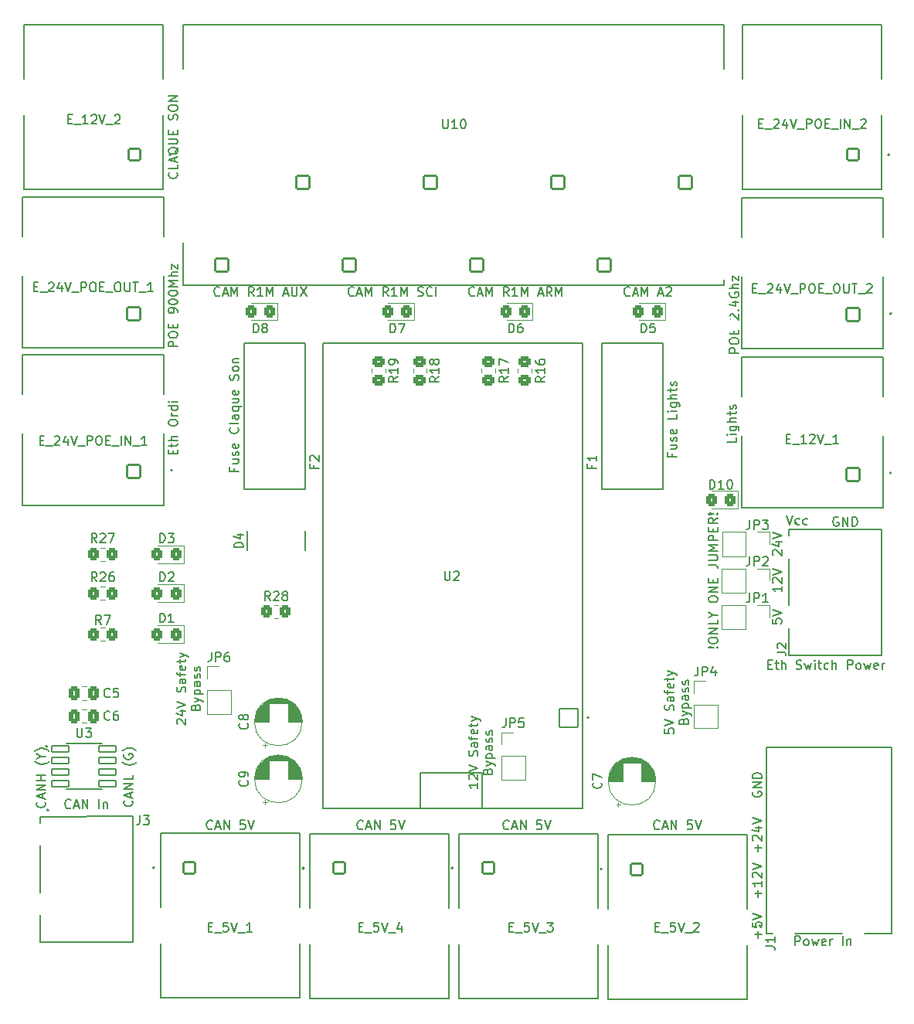
<source format=gto>
%TF.GenerationSoftware,KiCad,Pcbnew,8.0.1-8.0.1-1~ubuntu22.04.1*%
%TF.CreationDate,2024-04-16T20:31:25-04:00*%
%TF.ProjectId,pdb,7064622e-6b69-4636-9164-5f7063625858,rev?*%
%TF.SameCoordinates,Original*%
%TF.FileFunction,Legend,Top*%
%TF.FilePolarity,Positive*%
%FSLAX46Y46*%
G04 Gerber Fmt 4.6, Leading zero omitted, Abs format (unit mm)*
G04 Created by KiCad (PCBNEW 8.0.1-8.0.1-1~ubuntu22.04.1) date 2024-04-16 20:31:25*
%MOMM*%
%LPD*%
G01*
G04 APERTURE LIST*
G04 Aperture macros list*
%AMRoundRect*
0 Rectangle with rounded corners*
0 $1 Rounding radius*
0 $2 $3 $4 $5 $6 $7 $8 $9 X,Y pos of 4 corners*
0 Add a 4 corners polygon primitive as box body*
4,1,4,$2,$3,$4,$5,$6,$7,$8,$9,$2,$3,0*
0 Add four circle primitives for the rounded corners*
1,1,$1+$1,$2,$3*
1,1,$1+$1,$4,$5*
1,1,$1+$1,$6,$7*
1,1,$1+$1,$8,$9*
0 Add four rect primitives between the rounded corners*
20,1,$1+$1,$2,$3,$4,$5,0*
20,1,$1+$1,$4,$5,$6,$7,0*
20,1,$1+$1,$6,$7,$8,$9,0*
20,1,$1+$1,$8,$9,$2,$3,0*%
G04 Aperture macros list end*
%ADD10C,0.150000*%
%ADD11C,0.127000*%
%ADD12C,0.200000*%
%ADD13C,0.120000*%
%ADD14C,0.152400*%
%ADD15C,3.350000*%
%ADD16RoundRect,0.102000X0.634000X0.634000X-0.634000X0.634000X-0.634000X-0.634000X0.634000X-0.634000X0*%
%ADD17C,1.472000*%
%ADD18C,2.604000*%
%ADD19RoundRect,0.250000X0.325000X0.450000X-0.325000X0.450000X-0.325000X-0.450000X0.325000X-0.450000X0*%
%ADD20RoundRect,0.250000X0.350000X0.450000X-0.350000X0.450000X-0.350000X-0.450000X0.350000X-0.450000X0*%
%ADD21C,3.250000*%
%ADD22RoundRect,0.102000X0.704000X0.704000X-0.704000X0.704000X-0.704000X-0.704000X0.704000X-0.704000X0*%
%ADD23C,1.612000*%
%ADD24R,1.549400X2.260600*%
%ADD25C,3.300000*%
%ADD26R,1.700000X1.700000*%
%ADD27O,1.700000X1.700000*%
%ADD28C,3.600000*%
%ADD29C,5.600000*%
%ADD30C,2.154000*%
%ADD31RoundRect,0.102000X-0.634000X-0.634000X0.634000X-0.634000X0.634000X0.634000X-0.634000X0.634000X0*%
%ADD32R,1.600000X1.600000*%
%ADD33C,1.600000*%
%ADD34RoundRect,0.250000X0.450000X-0.350000X0.450000X0.350000X-0.450000X0.350000X-0.450000X-0.350000X0*%
%ADD35RoundRect,0.055580X-0.921420X-0.341420X0.921420X-0.341420X0.921420X0.341420X-0.921420X0.341420X0*%
%ADD36RoundRect,0.250000X-0.350000X-0.450000X0.350000X-0.450000X0.350000X0.450000X-0.350000X0.450000X0*%
%ADD37C,3.000000*%
%ADD38RoundRect,0.102000X1.000000X1.000000X-1.000000X1.000000X-1.000000X-1.000000X1.000000X-1.000000X0*%
%ADD39C,2.204000*%
%ADD40RoundRect,0.250000X-0.337500X-0.475000X0.337500X-0.475000X0.337500X0.475000X-0.337500X0.475000X0*%
%ADD41RoundRect,0.250000X-0.450000X0.350000X-0.450000X-0.350000X0.450000X-0.350000X0.450000X0.350000X0*%
G04 APERTURE END LIST*
D10*
X38431009Y-63107142D02*
X38431009Y-62773809D01*
X38954819Y-62630952D02*
X38954819Y-63107142D01*
X38954819Y-63107142D02*
X37954819Y-63107142D01*
X37954819Y-63107142D02*
X37954819Y-62630952D01*
X38288152Y-62345237D02*
X38288152Y-61964285D01*
X37954819Y-62202380D02*
X38811961Y-62202380D01*
X38811961Y-62202380D02*
X38907200Y-62154761D01*
X38907200Y-62154761D02*
X38954819Y-62059523D01*
X38954819Y-62059523D02*
X38954819Y-61964285D01*
X38954819Y-61630951D02*
X37954819Y-61630951D01*
X38954819Y-61202380D02*
X38431009Y-61202380D01*
X38431009Y-61202380D02*
X38335771Y-61249999D01*
X38335771Y-61249999D02*
X38288152Y-61345237D01*
X38288152Y-61345237D02*
X38288152Y-61488094D01*
X38288152Y-61488094D02*
X38335771Y-61583332D01*
X38335771Y-61583332D02*
X38383390Y-61630951D01*
X37954819Y-59773808D02*
X37954819Y-59583332D01*
X37954819Y-59583332D02*
X38002438Y-59488094D01*
X38002438Y-59488094D02*
X38097676Y-59392856D01*
X38097676Y-59392856D02*
X38288152Y-59345237D01*
X38288152Y-59345237D02*
X38621485Y-59345237D01*
X38621485Y-59345237D02*
X38811961Y-59392856D01*
X38811961Y-59392856D02*
X38907200Y-59488094D01*
X38907200Y-59488094D02*
X38954819Y-59583332D01*
X38954819Y-59583332D02*
X38954819Y-59773808D01*
X38954819Y-59773808D02*
X38907200Y-59869046D01*
X38907200Y-59869046D02*
X38811961Y-59964284D01*
X38811961Y-59964284D02*
X38621485Y-60011903D01*
X38621485Y-60011903D02*
X38288152Y-60011903D01*
X38288152Y-60011903D02*
X38097676Y-59964284D01*
X38097676Y-59964284D02*
X38002438Y-59869046D01*
X38002438Y-59869046D02*
X37954819Y-59773808D01*
X38954819Y-58916665D02*
X38288152Y-58916665D01*
X38478628Y-58916665D02*
X38383390Y-58869046D01*
X38383390Y-58869046D02*
X38335771Y-58821427D01*
X38335771Y-58821427D02*
X38288152Y-58726189D01*
X38288152Y-58726189D02*
X38288152Y-58630951D01*
X38954819Y-57869046D02*
X37954819Y-57869046D01*
X38907200Y-57869046D02*
X38954819Y-57964284D01*
X38954819Y-57964284D02*
X38954819Y-58154760D01*
X38954819Y-58154760D02*
X38907200Y-58249998D01*
X38907200Y-58249998D02*
X38859580Y-58297617D01*
X38859580Y-58297617D02*
X38764342Y-58345236D01*
X38764342Y-58345236D02*
X38478628Y-58345236D01*
X38478628Y-58345236D02*
X38383390Y-58297617D01*
X38383390Y-58297617D02*
X38335771Y-58249998D01*
X38335771Y-58249998D02*
X38288152Y-58154760D01*
X38288152Y-58154760D02*
X38288152Y-57964284D01*
X38288152Y-57964284D02*
X38335771Y-57869046D01*
X38954819Y-57392855D02*
X38288152Y-57392855D01*
X37954819Y-57392855D02*
X38002438Y-57440474D01*
X38002438Y-57440474D02*
X38050057Y-57392855D01*
X38050057Y-57392855D02*
X38002438Y-57345236D01*
X38002438Y-57345236D02*
X37954819Y-57392855D01*
X37954819Y-57392855D02*
X38050057Y-57392855D01*
X100148819Y-61323809D02*
X100148819Y-61799999D01*
X100148819Y-61799999D02*
X99148819Y-61799999D01*
X100148819Y-60990475D02*
X99482152Y-60990475D01*
X99148819Y-60990475D02*
X99196438Y-61038094D01*
X99196438Y-61038094D02*
X99244057Y-60990475D01*
X99244057Y-60990475D02*
X99196438Y-60942856D01*
X99196438Y-60942856D02*
X99148819Y-60990475D01*
X99148819Y-60990475D02*
X99244057Y-60990475D01*
X99482152Y-60085714D02*
X100291676Y-60085714D01*
X100291676Y-60085714D02*
X100386914Y-60133333D01*
X100386914Y-60133333D02*
X100434533Y-60180952D01*
X100434533Y-60180952D02*
X100482152Y-60276190D01*
X100482152Y-60276190D02*
X100482152Y-60419047D01*
X100482152Y-60419047D02*
X100434533Y-60514285D01*
X100101200Y-60085714D02*
X100148819Y-60180952D01*
X100148819Y-60180952D02*
X100148819Y-60371428D01*
X100148819Y-60371428D02*
X100101200Y-60466666D01*
X100101200Y-60466666D02*
X100053580Y-60514285D01*
X100053580Y-60514285D02*
X99958342Y-60561904D01*
X99958342Y-60561904D02*
X99672628Y-60561904D01*
X99672628Y-60561904D02*
X99577390Y-60514285D01*
X99577390Y-60514285D02*
X99529771Y-60466666D01*
X99529771Y-60466666D02*
X99482152Y-60371428D01*
X99482152Y-60371428D02*
X99482152Y-60180952D01*
X99482152Y-60180952D02*
X99529771Y-60085714D01*
X100148819Y-59609523D02*
X99148819Y-59609523D01*
X100148819Y-59180952D02*
X99625009Y-59180952D01*
X99625009Y-59180952D02*
X99529771Y-59228571D01*
X99529771Y-59228571D02*
X99482152Y-59323809D01*
X99482152Y-59323809D02*
X99482152Y-59466666D01*
X99482152Y-59466666D02*
X99529771Y-59561904D01*
X99529771Y-59561904D02*
X99577390Y-59609523D01*
X99482152Y-58847618D02*
X99482152Y-58466666D01*
X99148819Y-58704761D02*
X100005961Y-58704761D01*
X100005961Y-58704761D02*
X100101200Y-58657142D01*
X100101200Y-58657142D02*
X100148819Y-58561904D01*
X100148819Y-58561904D02*
X100148819Y-58466666D01*
X100101200Y-58180951D02*
X100148819Y-58085713D01*
X100148819Y-58085713D02*
X100148819Y-57895237D01*
X100148819Y-57895237D02*
X100101200Y-57799999D01*
X100101200Y-57799999D02*
X100005961Y-57752380D01*
X100005961Y-57752380D02*
X99958342Y-57752380D01*
X99958342Y-57752380D02*
X99863104Y-57799999D01*
X99863104Y-57799999D02*
X99815485Y-57895237D01*
X99815485Y-57895237D02*
X99815485Y-58038094D01*
X99815485Y-58038094D02*
X99767866Y-58133332D01*
X99767866Y-58133332D02*
X99672628Y-58180951D01*
X99672628Y-58180951D02*
X99625009Y-58180951D01*
X99625009Y-58180951D02*
X99529771Y-58133332D01*
X99529771Y-58133332D02*
X99482152Y-58038094D01*
X99482152Y-58038094D02*
X99482152Y-57895237D01*
X99482152Y-57895237D02*
X99529771Y-57799999D01*
X91765428Y-104159580D02*
X91717809Y-104207200D01*
X91717809Y-104207200D02*
X91574952Y-104254819D01*
X91574952Y-104254819D02*
X91479714Y-104254819D01*
X91479714Y-104254819D02*
X91336857Y-104207200D01*
X91336857Y-104207200D02*
X91241619Y-104111961D01*
X91241619Y-104111961D02*
X91194000Y-104016723D01*
X91194000Y-104016723D02*
X91146381Y-103826247D01*
X91146381Y-103826247D02*
X91146381Y-103683390D01*
X91146381Y-103683390D02*
X91194000Y-103492914D01*
X91194000Y-103492914D02*
X91241619Y-103397676D01*
X91241619Y-103397676D02*
X91336857Y-103302438D01*
X91336857Y-103302438D02*
X91479714Y-103254819D01*
X91479714Y-103254819D02*
X91574952Y-103254819D01*
X91574952Y-103254819D02*
X91717809Y-103302438D01*
X91717809Y-103302438D02*
X91765428Y-103350057D01*
X92146381Y-103969104D02*
X92622571Y-103969104D01*
X92051143Y-104254819D02*
X92384476Y-103254819D01*
X92384476Y-103254819D02*
X92717809Y-104254819D01*
X93051143Y-104254819D02*
X93051143Y-103254819D01*
X93051143Y-103254819D02*
X93622571Y-104254819D01*
X93622571Y-104254819D02*
X93622571Y-103254819D01*
X95336857Y-103254819D02*
X94860667Y-103254819D01*
X94860667Y-103254819D02*
X94813048Y-103731009D01*
X94813048Y-103731009D02*
X94860667Y-103683390D01*
X94860667Y-103683390D02*
X94955905Y-103635771D01*
X94955905Y-103635771D02*
X95194000Y-103635771D01*
X95194000Y-103635771D02*
X95289238Y-103683390D01*
X95289238Y-103683390D02*
X95336857Y-103731009D01*
X95336857Y-103731009D02*
X95384476Y-103826247D01*
X95384476Y-103826247D02*
X95384476Y-104064342D01*
X95384476Y-104064342D02*
X95336857Y-104159580D01*
X95336857Y-104159580D02*
X95289238Y-104207200D01*
X95289238Y-104207200D02*
X95194000Y-104254819D01*
X95194000Y-104254819D02*
X94955905Y-104254819D01*
X94955905Y-104254819D02*
X94860667Y-104207200D01*
X94860667Y-104207200D02*
X94813048Y-104159580D01*
X95670191Y-103254819D02*
X96003524Y-104254819D01*
X96003524Y-104254819D02*
X96336857Y-103254819D01*
X75265428Y-104159580D02*
X75217809Y-104207200D01*
X75217809Y-104207200D02*
X75074952Y-104254819D01*
X75074952Y-104254819D02*
X74979714Y-104254819D01*
X74979714Y-104254819D02*
X74836857Y-104207200D01*
X74836857Y-104207200D02*
X74741619Y-104111961D01*
X74741619Y-104111961D02*
X74694000Y-104016723D01*
X74694000Y-104016723D02*
X74646381Y-103826247D01*
X74646381Y-103826247D02*
X74646381Y-103683390D01*
X74646381Y-103683390D02*
X74694000Y-103492914D01*
X74694000Y-103492914D02*
X74741619Y-103397676D01*
X74741619Y-103397676D02*
X74836857Y-103302438D01*
X74836857Y-103302438D02*
X74979714Y-103254819D01*
X74979714Y-103254819D02*
X75074952Y-103254819D01*
X75074952Y-103254819D02*
X75217809Y-103302438D01*
X75217809Y-103302438D02*
X75265428Y-103350057D01*
X75646381Y-103969104D02*
X76122571Y-103969104D01*
X75551143Y-104254819D02*
X75884476Y-103254819D01*
X75884476Y-103254819D02*
X76217809Y-104254819D01*
X76551143Y-104254819D02*
X76551143Y-103254819D01*
X76551143Y-103254819D02*
X77122571Y-104254819D01*
X77122571Y-104254819D02*
X77122571Y-103254819D01*
X78836857Y-103254819D02*
X78360667Y-103254819D01*
X78360667Y-103254819D02*
X78313048Y-103731009D01*
X78313048Y-103731009D02*
X78360667Y-103683390D01*
X78360667Y-103683390D02*
X78455905Y-103635771D01*
X78455905Y-103635771D02*
X78694000Y-103635771D01*
X78694000Y-103635771D02*
X78789238Y-103683390D01*
X78789238Y-103683390D02*
X78836857Y-103731009D01*
X78836857Y-103731009D02*
X78884476Y-103826247D01*
X78884476Y-103826247D02*
X78884476Y-104064342D01*
X78884476Y-104064342D02*
X78836857Y-104159580D01*
X78836857Y-104159580D02*
X78789238Y-104207200D01*
X78789238Y-104207200D02*
X78694000Y-104254819D01*
X78694000Y-104254819D02*
X78455905Y-104254819D01*
X78455905Y-104254819D02*
X78360667Y-104207200D01*
X78360667Y-104207200D02*
X78313048Y-104159580D01*
X79170191Y-103254819D02*
X79503524Y-104254819D01*
X79503524Y-104254819D02*
X79836857Y-103254819D01*
X42765428Y-104159580D02*
X42717809Y-104207200D01*
X42717809Y-104207200D02*
X42574952Y-104254819D01*
X42574952Y-104254819D02*
X42479714Y-104254819D01*
X42479714Y-104254819D02*
X42336857Y-104207200D01*
X42336857Y-104207200D02*
X42241619Y-104111961D01*
X42241619Y-104111961D02*
X42194000Y-104016723D01*
X42194000Y-104016723D02*
X42146381Y-103826247D01*
X42146381Y-103826247D02*
X42146381Y-103683390D01*
X42146381Y-103683390D02*
X42194000Y-103492914D01*
X42194000Y-103492914D02*
X42241619Y-103397676D01*
X42241619Y-103397676D02*
X42336857Y-103302438D01*
X42336857Y-103302438D02*
X42479714Y-103254819D01*
X42479714Y-103254819D02*
X42574952Y-103254819D01*
X42574952Y-103254819D02*
X42717809Y-103302438D01*
X42717809Y-103302438D02*
X42765428Y-103350057D01*
X43146381Y-103969104D02*
X43622571Y-103969104D01*
X43051143Y-104254819D02*
X43384476Y-103254819D01*
X43384476Y-103254819D02*
X43717809Y-104254819D01*
X44051143Y-104254819D02*
X44051143Y-103254819D01*
X44051143Y-103254819D02*
X44622571Y-104254819D01*
X44622571Y-104254819D02*
X44622571Y-103254819D01*
X46336857Y-103254819D02*
X45860667Y-103254819D01*
X45860667Y-103254819D02*
X45813048Y-103731009D01*
X45813048Y-103731009D02*
X45860667Y-103683390D01*
X45860667Y-103683390D02*
X45955905Y-103635771D01*
X45955905Y-103635771D02*
X46194000Y-103635771D01*
X46194000Y-103635771D02*
X46289238Y-103683390D01*
X46289238Y-103683390D02*
X46336857Y-103731009D01*
X46336857Y-103731009D02*
X46384476Y-103826247D01*
X46384476Y-103826247D02*
X46384476Y-104064342D01*
X46384476Y-104064342D02*
X46336857Y-104159580D01*
X46336857Y-104159580D02*
X46289238Y-104207200D01*
X46289238Y-104207200D02*
X46194000Y-104254819D01*
X46194000Y-104254819D02*
X45955905Y-104254819D01*
X45955905Y-104254819D02*
X45860667Y-104207200D01*
X45860667Y-104207200D02*
X45813048Y-104159580D01*
X46670191Y-103254819D02*
X47003524Y-104254819D01*
X47003524Y-104254819D02*
X47336857Y-103254819D01*
X59265428Y-104159580D02*
X59217809Y-104207200D01*
X59217809Y-104207200D02*
X59074952Y-104254819D01*
X59074952Y-104254819D02*
X58979714Y-104254819D01*
X58979714Y-104254819D02*
X58836857Y-104207200D01*
X58836857Y-104207200D02*
X58741619Y-104111961D01*
X58741619Y-104111961D02*
X58694000Y-104016723D01*
X58694000Y-104016723D02*
X58646381Y-103826247D01*
X58646381Y-103826247D02*
X58646381Y-103683390D01*
X58646381Y-103683390D02*
X58694000Y-103492914D01*
X58694000Y-103492914D02*
X58741619Y-103397676D01*
X58741619Y-103397676D02*
X58836857Y-103302438D01*
X58836857Y-103302438D02*
X58979714Y-103254819D01*
X58979714Y-103254819D02*
X59074952Y-103254819D01*
X59074952Y-103254819D02*
X59217809Y-103302438D01*
X59217809Y-103302438D02*
X59265428Y-103350057D01*
X59646381Y-103969104D02*
X60122571Y-103969104D01*
X59551143Y-104254819D02*
X59884476Y-103254819D01*
X59884476Y-103254819D02*
X60217809Y-104254819D01*
X60551143Y-104254819D02*
X60551143Y-103254819D01*
X60551143Y-103254819D02*
X61122571Y-104254819D01*
X61122571Y-104254819D02*
X61122571Y-103254819D01*
X62836857Y-103254819D02*
X62360667Y-103254819D01*
X62360667Y-103254819D02*
X62313048Y-103731009D01*
X62313048Y-103731009D02*
X62360667Y-103683390D01*
X62360667Y-103683390D02*
X62455905Y-103635771D01*
X62455905Y-103635771D02*
X62694000Y-103635771D01*
X62694000Y-103635771D02*
X62789238Y-103683390D01*
X62789238Y-103683390D02*
X62836857Y-103731009D01*
X62836857Y-103731009D02*
X62884476Y-103826247D01*
X62884476Y-103826247D02*
X62884476Y-104064342D01*
X62884476Y-104064342D02*
X62836857Y-104159580D01*
X62836857Y-104159580D02*
X62789238Y-104207200D01*
X62789238Y-104207200D02*
X62694000Y-104254819D01*
X62694000Y-104254819D02*
X62455905Y-104254819D01*
X62455905Y-104254819D02*
X62360667Y-104207200D01*
X62360667Y-104207200D02*
X62313048Y-104159580D01*
X63170191Y-103254819D02*
X63503524Y-104254819D01*
X63503524Y-104254819D02*
X63836857Y-103254819D01*
X45136009Y-64668334D02*
X45136009Y-65001667D01*
X45659819Y-65001667D02*
X44659819Y-65001667D01*
X44659819Y-65001667D02*
X44659819Y-64525477D01*
X44993152Y-63715953D02*
X45659819Y-63715953D01*
X44993152Y-64144524D02*
X45516961Y-64144524D01*
X45516961Y-64144524D02*
X45612200Y-64096905D01*
X45612200Y-64096905D02*
X45659819Y-64001667D01*
X45659819Y-64001667D02*
X45659819Y-63858810D01*
X45659819Y-63858810D02*
X45612200Y-63763572D01*
X45612200Y-63763572D02*
X45564580Y-63715953D01*
X45612200Y-63287381D02*
X45659819Y-63192143D01*
X45659819Y-63192143D02*
X45659819Y-63001667D01*
X45659819Y-63001667D02*
X45612200Y-62906429D01*
X45612200Y-62906429D02*
X45516961Y-62858810D01*
X45516961Y-62858810D02*
X45469342Y-62858810D01*
X45469342Y-62858810D02*
X45374104Y-62906429D01*
X45374104Y-62906429D02*
X45326485Y-63001667D01*
X45326485Y-63001667D02*
X45326485Y-63144524D01*
X45326485Y-63144524D02*
X45278866Y-63239762D01*
X45278866Y-63239762D02*
X45183628Y-63287381D01*
X45183628Y-63287381D02*
X45136009Y-63287381D01*
X45136009Y-63287381D02*
X45040771Y-63239762D01*
X45040771Y-63239762D02*
X44993152Y-63144524D01*
X44993152Y-63144524D02*
X44993152Y-63001667D01*
X44993152Y-63001667D02*
X45040771Y-62906429D01*
X45612200Y-62049286D02*
X45659819Y-62144524D01*
X45659819Y-62144524D02*
X45659819Y-62335000D01*
X45659819Y-62335000D02*
X45612200Y-62430238D01*
X45612200Y-62430238D02*
X45516961Y-62477857D01*
X45516961Y-62477857D02*
X45136009Y-62477857D01*
X45136009Y-62477857D02*
X45040771Y-62430238D01*
X45040771Y-62430238D02*
X44993152Y-62335000D01*
X44993152Y-62335000D02*
X44993152Y-62144524D01*
X44993152Y-62144524D02*
X45040771Y-62049286D01*
X45040771Y-62049286D02*
X45136009Y-62001667D01*
X45136009Y-62001667D02*
X45231247Y-62001667D01*
X45231247Y-62001667D02*
X45326485Y-62477857D01*
X45564580Y-60239762D02*
X45612200Y-60287381D01*
X45612200Y-60287381D02*
X45659819Y-60430238D01*
X45659819Y-60430238D02*
X45659819Y-60525476D01*
X45659819Y-60525476D02*
X45612200Y-60668333D01*
X45612200Y-60668333D02*
X45516961Y-60763571D01*
X45516961Y-60763571D02*
X45421723Y-60811190D01*
X45421723Y-60811190D02*
X45231247Y-60858809D01*
X45231247Y-60858809D02*
X45088390Y-60858809D01*
X45088390Y-60858809D02*
X44897914Y-60811190D01*
X44897914Y-60811190D02*
X44802676Y-60763571D01*
X44802676Y-60763571D02*
X44707438Y-60668333D01*
X44707438Y-60668333D02*
X44659819Y-60525476D01*
X44659819Y-60525476D02*
X44659819Y-60430238D01*
X44659819Y-60430238D02*
X44707438Y-60287381D01*
X44707438Y-60287381D02*
X44755057Y-60239762D01*
X45659819Y-59668333D02*
X45612200Y-59763571D01*
X45612200Y-59763571D02*
X45516961Y-59811190D01*
X45516961Y-59811190D02*
X44659819Y-59811190D01*
X45659819Y-58858809D02*
X45136009Y-58858809D01*
X45136009Y-58858809D02*
X45040771Y-58906428D01*
X45040771Y-58906428D02*
X44993152Y-59001666D01*
X44993152Y-59001666D02*
X44993152Y-59192142D01*
X44993152Y-59192142D02*
X45040771Y-59287380D01*
X45612200Y-58858809D02*
X45659819Y-58954047D01*
X45659819Y-58954047D02*
X45659819Y-59192142D01*
X45659819Y-59192142D02*
X45612200Y-59287380D01*
X45612200Y-59287380D02*
X45516961Y-59334999D01*
X45516961Y-59334999D02*
X45421723Y-59334999D01*
X45421723Y-59334999D02*
X45326485Y-59287380D01*
X45326485Y-59287380D02*
X45278866Y-59192142D01*
X45278866Y-59192142D02*
X45278866Y-58954047D01*
X45278866Y-58954047D02*
X45231247Y-58858809D01*
X44993152Y-57954047D02*
X45993152Y-57954047D01*
X45612200Y-57954047D02*
X45659819Y-58049285D01*
X45659819Y-58049285D02*
X45659819Y-58239761D01*
X45659819Y-58239761D02*
X45612200Y-58334999D01*
X45612200Y-58334999D02*
X45564580Y-58382618D01*
X45564580Y-58382618D02*
X45469342Y-58430237D01*
X45469342Y-58430237D02*
X45183628Y-58430237D01*
X45183628Y-58430237D02*
X45088390Y-58382618D01*
X45088390Y-58382618D02*
X45040771Y-58334999D01*
X45040771Y-58334999D02*
X44993152Y-58239761D01*
X44993152Y-58239761D02*
X44993152Y-58049285D01*
X44993152Y-58049285D02*
X45040771Y-57954047D01*
X44993152Y-57049285D02*
X45659819Y-57049285D01*
X44993152Y-57477856D02*
X45516961Y-57477856D01*
X45516961Y-57477856D02*
X45612200Y-57430237D01*
X45612200Y-57430237D02*
X45659819Y-57334999D01*
X45659819Y-57334999D02*
X45659819Y-57192142D01*
X45659819Y-57192142D02*
X45612200Y-57096904D01*
X45612200Y-57096904D02*
X45564580Y-57049285D01*
X45612200Y-56192142D02*
X45659819Y-56287380D01*
X45659819Y-56287380D02*
X45659819Y-56477856D01*
X45659819Y-56477856D02*
X45612200Y-56573094D01*
X45612200Y-56573094D02*
X45516961Y-56620713D01*
X45516961Y-56620713D02*
X45136009Y-56620713D01*
X45136009Y-56620713D02*
X45040771Y-56573094D01*
X45040771Y-56573094D02*
X44993152Y-56477856D01*
X44993152Y-56477856D02*
X44993152Y-56287380D01*
X44993152Y-56287380D02*
X45040771Y-56192142D01*
X45040771Y-56192142D02*
X45136009Y-56144523D01*
X45136009Y-56144523D02*
X45231247Y-56144523D01*
X45231247Y-56144523D02*
X45326485Y-56620713D01*
X45612200Y-55001665D02*
X45659819Y-54858808D01*
X45659819Y-54858808D02*
X45659819Y-54620713D01*
X45659819Y-54620713D02*
X45612200Y-54525475D01*
X45612200Y-54525475D02*
X45564580Y-54477856D01*
X45564580Y-54477856D02*
X45469342Y-54430237D01*
X45469342Y-54430237D02*
X45374104Y-54430237D01*
X45374104Y-54430237D02*
X45278866Y-54477856D01*
X45278866Y-54477856D02*
X45231247Y-54525475D01*
X45231247Y-54525475D02*
X45183628Y-54620713D01*
X45183628Y-54620713D02*
X45136009Y-54811189D01*
X45136009Y-54811189D02*
X45088390Y-54906427D01*
X45088390Y-54906427D02*
X45040771Y-54954046D01*
X45040771Y-54954046D02*
X44945533Y-55001665D01*
X44945533Y-55001665D02*
X44850295Y-55001665D01*
X44850295Y-55001665D02*
X44755057Y-54954046D01*
X44755057Y-54954046D02*
X44707438Y-54906427D01*
X44707438Y-54906427D02*
X44659819Y-54811189D01*
X44659819Y-54811189D02*
X44659819Y-54573094D01*
X44659819Y-54573094D02*
X44707438Y-54430237D01*
X45659819Y-53858808D02*
X45612200Y-53954046D01*
X45612200Y-53954046D02*
X45564580Y-54001665D01*
X45564580Y-54001665D02*
X45469342Y-54049284D01*
X45469342Y-54049284D02*
X45183628Y-54049284D01*
X45183628Y-54049284D02*
X45088390Y-54001665D01*
X45088390Y-54001665D02*
X45040771Y-53954046D01*
X45040771Y-53954046D02*
X44993152Y-53858808D01*
X44993152Y-53858808D02*
X44993152Y-53715951D01*
X44993152Y-53715951D02*
X45040771Y-53620713D01*
X45040771Y-53620713D02*
X45088390Y-53573094D01*
X45088390Y-53573094D02*
X45183628Y-53525475D01*
X45183628Y-53525475D02*
X45469342Y-53525475D01*
X45469342Y-53525475D02*
X45564580Y-53573094D01*
X45564580Y-53573094D02*
X45612200Y-53620713D01*
X45612200Y-53620713D02*
X45659819Y-53715951D01*
X45659819Y-53715951D02*
X45659819Y-53858808D01*
X44993152Y-53096903D02*
X45659819Y-53096903D01*
X45088390Y-53096903D02*
X45040771Y-53049284D01*
X45040771Y-53049284D02*
X44993152Y-52954046D01*
X44993152Y-52954046D02*
X44993152Y-52811189D01*
X44993152Y-52811189D02*
X45040771Y-52715951D01*
X45040771Y-52715951D02*
X45136009Y-52668332D01*
X45136009Y-52668332D02*
X45659819Y-52668332D01*
X93136009Y-63096905D02*
X93136009Y-63430238D01*
X93659819Y-63430238D02*
X92659819Y-63430238D01*
X92659819Y-63430238D02*
X92659819Y-62954048D01*
X92993152Y-62144524D02*
X93659819Y-62144524D01*
X92993152Y-62573095D02*
X93516961Y-62573095D01*
X93516961Y-62573095D02*
X93612200Y-62525476D01*
X93612200Y-62525476D02*
X93659819Y-62430238D01*
X93659819Y-62430238D02*
X93659819Y-62287381D01*
X93659819Y-62287381D02*
X93612200Y-62192143D01*
X93612200Y-62192143D02*
X93564580Y-62144524D01*
X93612200Y-61715952D02*
X93659819Y-61620714D01*
X93659819Y-61620714D02*
X93659819Y-61430238D01*
X93659819Y-61430238D02*
X93612200Y-61335000D01*
X93612200Y-61335000D02*
X93516961Y-61287381D01*
X93516961Y-61287381D02*
X93469342Y-61287381D01*
X93469342Y-61287381D02*
X93374104Y-61335000D01*
X93374104Y-61335000D02*
X93326485Y-61430238D01*
X93326485Y-61430238D02*
X93326485Y-61573095D01*
X93326485Y-61573095D02*
X93278866Y-61668333D01*
X93278866Y-61668333D02*
X93183628Y-61715952D01*
X93183628Y-61715952D02*
X93136009Y-61715952D01*
X93136009Y-61715952D02*
X93040771Y-61668333D01*
X93040771Y-61668333D02*
X92993152Y-61573095D01*
X92993152Y-61573095D02*
X92993152Y-61430238D01*
X92993152Y-61430238D02*
X93040771Y-61335000D01*
X93612200Y-60477857D02*
X93659819Y-60573095D01*
X93659819Y-60573095D02*
X93659819Y-60763571D01*
X93659819Y-60763571D02*
X93612200Y-60858809D01*
X93612200Y-60858809D02*
X93516961Y-60906428D01*
X93516961Y-60906428D02*
X93136009Y-60906428D01*
X93136009Y-60906428D02*
X93040771Y-60858809D01*
X93040771Y-60858809D02*
X92993152Y-60763571D01*
X92993152Y-60763571D02*
X92993152Y-60573095D01*
X92993152Y-60573095D02*
X93040771Y-60477857D01*
X93040771Y-60477857D02*
X93136009Y-60430238D01*
X93136009Y-60430238D02*
X93231247Y-60430238D01*
X93231247Y-60430238D02*
X93326485Y-60906428D01*
X93659819Y-58763571D02*
X93659819Y-59239761D01*
X93659819Y-59239761D02*
X92659819Y-59239761D01*
X93659819Y-58430237D02*
X92993152Y-58430237D01*
X92659819Y-58430237D02*
X92707438Y-58477856D01*
X92707438Y-58477856D02*
X92755057Y-58430237D01*
X92755057Y-58430237D02*
X92707438Y-58382618D01*
X92707438Y-58382618D02*
X92659819Y-58430237D01*
X92659819Y-58430237D02*
X92755057Y-58430237D01*
X92993152Y-57525476D02*
X93802676Y-57525476D01*
X93802676Y-57525476D02*
X93897914Y-57573095D01*
X93897914Y-57573095D02*
X93945533Y-57620714D01*
X93945533Y-57620714D02*
X93993152Y-57715952D01*
X93993152Y-57715952D02*
X93993152Y-57858809D01*
X93993152Y-57858809D02*
X93945533Y-57954047D01*
X93612200Y-57525476D02*
X93659819Y-57620714D01*
X93659819Y-57620714D02*
X93659819Y-57811190D01*
X93659819Y-57811190D02*
X93612200Y-57906428D01*
X93612200Y-57906428D02*
X93564580Y-57954047D01*
X93564580Y-57954047D02*
X93469342Y-58001666D01*
X93469342Y-58001666D02*
X93183628Y-58001666D01*
X93183628Y-58001666D02*
X93088390Y-57954047D01*
X93088390Y-57954047D02*
X93040771Y-57906428D01*
X93040771Y-57906428D02*
X92993152Y-57811190D01*
X92993152Y-57811190D02*
X92993152Y-57620714D01*
X92993152Y-57620714D02*
X93040771Y-57525476D01*
X93659819Y-57049285D02*
X92659819Y-57049285D01*
X93659819Y-56620714D02*
X93136009Y-56620714D01*
X93136009Y-56620714D02*
X93040771Y-56668333D01*
X93040771Y-56668333D02*
X92993152Y-56763571D01*
X92993152Y-56763571D02*
X92993152Y-56906428D01*
X92993152Y-56906428D02*
X93040771Y-57001666D01*
X93040771Y-57001666D02*
X93088390Y-57049285D01*
X92993152Y-56287380D02*
X92993152Y-55906428D01*
X92659819Y-56144523D02*
X93516961Y-56144523D01*
X93516961Y-56144523D02*
X93612200Y-56096904D01*
X93612200Y-56096904D02*
X93659819Y-56001666D01*
X93659819Y-56001666D02*
X93659819Y-55906428D01*
X93612200Y-55620713D02*
X93659819Y-55525475D01*
X93659819Y-55525475D02*
X93659819Y-55334999D01*
X93659819Y-55334999D02*
X93612200Y-55239761D01*
X93612200Y-55239761D02*
X93516961Y-55192142D01*
X93516961Y-55192142D02*
X93469342Y-55192142D01*
X93469342Y-55192142D02*
X93374104Y-55239761D01*
X93374104Y-55239761D02*
X93326485Y-55334999D01*
X93326485Y-55334999D02*
X93326485Y-55477856D01*
X93326485Y-55477856D02*
X93278866Y-55573094D01*
X93278866Y-55573094D02*
X93183628Y-55620713D01*
X93183628Y-55620713D02*
X93136009Y-55620713D01*
X93136009Y-55620713D02*
X93040771Y-55573094D01*
X93040771Y-55573094D02*
X92993152Y-55477856D01*
X92993152Y-55477856D02*
X92993152Y-55334999D01*
X92993152Y-55334999D02*
X93040771Y-55239761D01*
X71854847Y-99144524D02*
X71854847Y-99715952D01*
X71854847Y-99430238D02*
X70854847Y-99430238D01*
X70854847Y-99430238D02*
X70997704Y-99525476D01*
X70997704Y-99525476D02*
X71092942Y-99620714D01*
X71092942Y-99620714D02*
X71140561Y-99715952D01*
X70950085Y-98763571D02*
X70902466Y-98715952D01*
X70902466Y-98715952D02*
X70854847Y-98620714D01*
X70854847Y-98620714D02*
X70854847Y-98382619D01*
X70854847Y-98382619D02*
X70902466Y-98287381D01*
X70902466Y-98287381D02*
X70950085Y-98239762D01*
X70950085Y-98239762D02*
X71045323Y-98192143D01*
X71045323Y-98192143D02*
X71140561Y-98192143D01*
X71140561Y-98192143D02*
X71283418Y-98239762D01*
X71283418Y-98239762D02*
X71854847Y-98811190D01*
X71854847Y-98811190D02*
X71854847Y-98192143D01*
X70854847Y-97906428D02*
X71854847Y-97573095D01*
X71854847Y-97573095D02*
X70854847Y-97239762D01*
X71807228Y-96192142D02*
X71854847Y-96049285D01*
X71854847Y-96049285D02*
X71854847Y-95811190D01*
X71854847Y-95811190D02*
X71807228Y-95715952D01*
X71807228Y-95715952D02*
X71759608Y-95668333D01*
X71759608Y-95668333D02*
X71664370Y-95620714D01*
X71664370Y-95620714D02*
X71569132Y-95620714D01*
X71569132Y-95620714D02*
X71473894Y-95668333D01*
X71473894Y-95668333D02*
X71426275Y-95715952D01*
X71426275Y-95715952D02*
X71378656Y-95811190D01*
X71378656Y-95811190D02*
X71331037Y-96001666D01*
X71331037Y-96001666D02*
X71283418Y-96096904D01*
X71283418Y-96096904D02*
X71235799Y-96144523D01*
X71235799Y-96144523D02*
X71140561Y-96192142D01*
X71140561Y-96192142D02*
X71045323Y-96192142D01*
X71045323Y-96192142D02*
X70950085Y-96144523D01*
X70950085Y-96144523D02*
X70902466Y-96096904D01*
X70902466Y-96096904D02*
X70854847Y-96001666D01*
X70854847Y-96001666D02*
X70854847Y-95763571D01*
X70854847Y-95763571D02*
X70902466Y-95620714D01*
X71854847Y-94763571D02*
X71331037Y-94763571D01*
X71331037Y-94763571D02*
X71235799Y-94811190D01*
X71235799Y-94811190D02*
X71188180Y-94906428D01*
X71188180Y-94906428D02*
X71188180Y-95096904D01*
X71188180Y-95096904D02*
X71235799Y-95192142D01*
X71807228Y-94763571D02*
X71854847Y-94858809D01*
X71854847Y-94858809D02*
X71854847Y-95096904D01*
X71854847Y-95096904D02*
X71807228Y-95192142D01*
X71807228Y-95192142D02*
X71711989Y-95239761D01*
X71711989Y-95239761D02*
X71616751Y-95239761D01*
X71616751Y-95239761D02*
X71521513Y-95192142D01*
X71521513Y-95192142D02*
X71473894Y-95096904D01*
X71473894Y-95096904D02*
X71473894Y-94858809D01*
X71473894Y-94858809D02*
X71426275Y-94763571D01*
X71188180Y-94430237D02*
X71188180Y-94049285D01*
X71854847Y-94287380D02*
X70997704Y-94287380D01*
X70997704Y-94287380D02*
X70902466Y-94239761D01*
X70902466Y-94239761D02*
X70854847Y-94144523D01*
X70854847Y-94144523D02*
X70854847Y-94049285D01*
X71807228Y-93334999D02*
X71854847Y-93430237D01*
X71854847Y-93430237D02*
X71854847Y-93620713D01*
X71854847Y-93620713D02*
X71807228Y-93715951D01*
X71807228Y-93715951D02*
X71711989Y-93763570D01*
X71711989Y-93763570D02*
X71331037Y-93763570D01*
X71331037Y-93763570D02*
X71235799Y-93715951D01*
X71235799Y-93715951D02*
X71188180Y-93620713D01*
X71188180Y-93620713D02*
X71188180Y-93430237D01*
X71188180Y-93430237D02*
X71235799Y-93334999D01*
X71235799Y-93334999D02*
X71331037Y-93287380D01*
X71331037Y-93287380D02*
X71426275Y-93287380D01*
X71426275Y-93287380D02*
X71521513Y-93763570D01*
X71188180Y-93001665D02*
X71188180Y-92620713D01*
X70854847Y-92858808D02*
X71711989Y-92858808D01*
X71711989Y-92858808D02*
X71807228Y-92811189D01*
X71807228Y-92811189D02*
X71854847Y-92715951D01*
X71854847Y-92715951D02*
X71854847Y-92620713D01*
X71188180Y-92382617D02*
X71854847Y-92144522D01*
X71188180Y-91906427D02*
X71854847Y-92144522D01*
X71854847Y-92144522D02*
X72092942Y-92239760D01*
X72092942Y-92239760D02*
X72140561Y-92287379D01*
X72140561Y-92287379D02*
X72188180Y-92382617D01*
X72940981Y-97858809D02*
X72988600Y-97715952D01*
X72988600Y-97715952D02*
X73036219Y-97668333D01*
X73036219Y-97668333D02*
X73131457Y-97620714D01*
X73131457Y-97620714D02*
X73274314Y-97620714D01*
X73274314Y-97620714D02*
X73369552Y-97668333D01*
X73369552Y-97668333D02*
X73417172Y-97715952D01*
X73417172Y-97715952D02*
X73464791Y-97811190D01*
X73464791Y-97811190D02*
X73464791Y-98192142D01*
X73464791Y-98192142D02*
X72464791Y-98192142D01*
X72464791Y-98192142D02*
X72464791Y-97858809D01*
X72464791Y-97858809D02*
X72512410Y-97763571D01*
X72512410Y-97763571D02*
X72560029Y-97715952D01*
X72560029Y-97715952D02*
X72655267Y-97668333D01*
X72655267Y-97668333D02*
X72750505Y-97668333D01*
X72750505Y-97668333D02*
X72845743Y-97715952D01*
X72845743Y-97715952D02*
X72893362Y-97763571D01*
X72893362Y-97763571D02*
X72940981Y-97858809D01*
X72940981Y-97858809D02*
X72940981Y-98192142D01*
X72798124Y-97287380D02*
X73464791Y-97049285D01*
X72798124Y-96811190D02*
X73464791Y-97049285D01*
X73464791Y-97049285D02*
X73702886Y-97144523D01*
X73702886Y-97144523D02*
X73750505Y-97192142D01*
X73750505Y-97192142D02*
X73798124Y-97287380D01*
X72798124Y-96430237D02*
X73798124Y-96430237D01*
X72845743Y-96430237D02*
X72798124Y-96334999D01*
X72798124Y-96334999D02*
X72798124Y-96144523D01*
X72798124Y-96144523D02*
X72845743Y-96049285D01*
X72845743Y-96049285D02*
X72893362Y-96001666D01*
X72893362Y-96001666D02*
X72988600Y-95954047D01*
X72988600Y-95954047D02*
X73274314Y-95954047D01*
X73274314Y-95954047D02*
X73369552Y-96001666D01*
X73369552Y-96001666D02*
X73417172Y-96049285D01*
X73417172Y-96049285D02*
X73464791Y-96144523D01*
X73464791Y-96144523D02*
X73464791Y-96334999D01*
X73464791Y-96334999D02*
X73417172Y-96430237D01*
X73464791Y-95096904D02*
X72940981Y-95096904D01*
X72940981Y-95096904D02*
X72845743Y-95144523D01*
X72845743Y-95144523D02*
X72798124Y-95239761D01*
X72798124Y-95239761D02*
X72798124Y-95430237D01*
X72798124Y-95430237D02*
X72845743Y-95525475D01*
X73417172Y-95096904D02*
X73464791Y-95192142D01*
X73464791Y-95192142D02*
X73464791Y-95430237D01*
X73464791Y-95430237D02*
X73417172Y-95525475D01*
X73417172Y-95525475D02*
X73321933Y-95573094D01*
X73321933Y-95573094D02*
X73226695Y-95573094D01*
X73226695Y-95573094D02*
X73131457Y-95525475D01*
X73131457Y-95525475D02*
X73083838Y-95430237D01*
X73083838Y-95430237D02*
X73083838Y-95192142D01*
X73083838Y-95192142D02*
X73036219Y-95096904D01*
X73417172Y-94668332D02*
X73464791Y-94573094D01*
X73464791Y-94573094D02*
X73464791Y-94382618D01*
X73464791Y-94382618D02*
X73417172Y-94287380D01*
X73417172Y-94287380D02*
X73321933Y-94239761D01*
X73321933Y-94239761D02*
X73274314Y-94239761D01*
X73274314Y-94239761D02*
X73179076Y-94287380D01*
X73179076Y-94287380D02*
X73131457Y-94382618D01*
X73131457Y-94382618D02*
X73131457Y-94525475D01*
X73131457Y-94525475D02*
X73083838Y-94620713D01*
X73083838Y-94620713D02*
X72988600Y-94668332D01*
X72988600Y-94668332D02*
X72940981Y-94668332D01*
X72940981Y-94668332D02*
X72845743Y-94620713D01*
X72845743Y-94620713D02*
X72798124Y-94525475D01*
X72798124Y-94525475D02*
X72798124Y-94382618D01*
X72798124Y-94382618D02*
X72845743Y-94287380D01*
X73417172Y-93858808D02*
X73464791Y-93763570D01*
X73464791Y-93763570D02*
X73464791Y-93573094D01*
X73464791Y-93573094D02*
X73417172Y-93477856D01*
X73417172Y-93477856D02*
X73321933Y-93430237D01*
X73321933Y-93430237D02*
X73274314Y-93430237D01*
X73274314Y-93430237D02*
X73179076Y-93477856D01*
X73179076Y-93477856D02*
X73131457Y-93573094D01*
X73131457Y-93573094D02*
X73131457Y-93715951D01*
X73131457Y-93715951D02*
X73083838Y-93811189D01*
X73083838Y-93811189D02*
X72988600Y-93858808D01*
X72988600Y-93858808D02*
X72940981Y-93858808D01*
X72940981Y-93858808D02*
X72845743Y-93811189D01*
X72845743Y-93811189D02*
X72798124Y-93715951D01*
X72798124Y-93715951D02*
X72798124Y-93573094D01*
X72798124Y-93573094D02*
X72845743Y-93477856D01*
X92354847Y-93215953D02*
X92354847Y-93692143D01*
X92354847Y-93692143D02*
X92831037Y-93739762D01*
X92831037Y-93739762D02*
X92783418Y-93692143D01*
X92783418Y-93692143D02*
X92735799Y-93596905D01*
X92735799Y-93596905D02*
X92735799Y-93358810D01*
X92735799Y-93358810D02*
X92783418Y-93263572D01*
X92783418Y-93263572D02*
X92831037Y-93215953D01*
X92831037Y-93215953D02*
X92926275Y-93168334D01*
X92926275Y-93168334D02*
X93164370Y-93168334D01*
X93164370Y-93168334D02*
X93259608Y-93215953D01*
X93259608Y-93215953D02*
X93307228Y-93263572D01*
X93307228Y-93263572D02*
X93354847Y-93358810D01*
X93354847Y-93358810D02*
X93354847Y-93596905D01*
X93354847Y-93596905D02*
X93307228Y-93692143D01*
X93307228Y-93692143D02*
X93259608Y-93739762D01*
X92354847Y-92882619D02*
X93354847Y-92549286D01*
X93354847Y-92549286D02*
X92354847Y-92215953D01*
X93307228Y-91168333D02*
X93354847Y-91025476D01*
X93354847Y-91025476D02*
X93354847Y-90787381D01*
X93354847Y-90787381D02*
X93307228Y-90692143D01*
X93307228Y-90692143D02*
X93259608Y-90644524D01*
X93259608Y-90644524D02*
X93164370Y-90596905D01*
X93164370Y-90596905D02*
X93069132Y-90596905D01*
X93069132Y-90596905D02*
X92973894Y-90644524D01*
X92973894Y-90644524D02*
X92926275Y-90692143D01*
X92926275Y-90692143D02*
X92878656Y-90787381D01*
X92878656Y-90787381D02*
X92831037Y-90977857D01*
X92831037Y-90977857D02*
X92783418Y-91073095D01*
X92783418Y-91073095D02*
X92735799Y-91120714D01*
X92735799Y-91120714D02*
X92640561Y-91168333D01*
X92640561Y-91168333D02*
X92545323Y-91168333D01*
X92545323Y-91168333D02*
X92450085Y-91120714D01*
X92450085Y-91120714D02*
X92402466Y-91073095D01*
X92402466Y-91073095D02*
X92354847Y-90977857D01*
X92354847Y-90977857D02*
X92354847Y-90739762D01*
X92354847Y-90739762D02*
X92402466Y-90596905D01*
X93354847Y-89739762D02*
X92831037Y-89739762D01*
X92831037Y-89739762D02*
X92735799Y-89787381D01*
X92735799Y-89787381D02*
X92688180Y-89882619D01*
X92688180Y-89882619D02*
X92688180Y-90073095D01*
X92688180Y-90073095D02*
X92735799Y-90168333D01*
X93307228Y-89739762D02*
X93354847Y-89835000D01*
X93354847Y-89835000D02*
X93354847Y-90073095D01*
X93354847Y-90073095D02*
X93307228Y-90168333D01*
X93307228Y-90168333D02*
X93211989Y-90215952D01*
X93211989Y-90215952D02*
X93116751Y-90215952D01*
X93116751Y-90215952D02*
X93021513Y-90168333D01*
X93021513Y-90168333D02*
X92973894Y-90073095D01*
X92973894Y-90073095D02*
X92973894Y-89835000D01*
X92973894Y-89835000D02*
X92926275Y-89739762D01*
X92688180Y-89406428D02*
X92688180Y-89025476D01*
X93354847Y-89263571D02*
X92497704Y-89263571D01*
X92497704Y-89263571D02*
X92402466Y-89215952D01*
X92402466Y-89215952D02*
X92354847Y-89120714D01*
X92354847Y-89120714D02*
X92354847Y-89025476D01*
X93307228Y-88311190D02*
X93354847Y-88406428D01*
X93354847Y-88406428D02*
X93354847Y-88596904D01*
X93354847Y-88596904D02*
X93307228Y-88692142D01*
X93307228Y-88692142D02*
X93211989Y-88739761D01*
X93211989Y-88739761D02*
X92831037Y-88739761D01*
X92831037Y-88739761D02*
X92735799Y-88692142D01*
X92735799Y-88692142D02*
X92688180Y-88596904D01*
X92688180Y-88596904D02*
X92688180Y-88406428D01*
X92688180Y-88406428D02*
X92735799Y-88311190D01*
X92735799Y-88311190D02*
X92831037Y-88263571D01*
X92831037Y-88263571D02*
X92926275Y-88263571D01*
X92926275Y-88263571D02*
X93021513Y-88739761D01*
X92688180Y-87977856D02*
X92688180Y-87596904D01*
X92354847Y-87834999D02*
X93211989Y-87834999D01*
X93211989Y-87834999D02*
X93307228Y-87787380D01*
X93307228Y-87787380D02*
X93354847Y-87692142D01*
X93354847Y-87692142D02*
X93354847Y-87596904D01*
X92688180Y-87358808D02*
X93354847Y-87120713D01*
X92688180Y-86882618D02*
X93354847Y-87120713D01*
X93354847Y-87120713D02*
X93592942Y-87215951D01*
X93592942Y-87215951D02*
X93640561Y-87263570D01*
X93640561Y-87263570D02*
X93688180Y-87358808D01*
X94440981Y-92358809D02*
X94488600Y-92215952D01*
X94488600Y-92215952D02*
X94536219Y-92168333D01*
X94536219Y-92168333D02*
X94631457Y-92120714D01*
X94631457Y-92120714D02*
X94774314Y-92120714D01*
X94774314Y-92120714D02*
X94869552Y-92168333D01*
X94869552Y-92168333D02*
X94917172Y-92215952D01*
X94917172Y-92215952D02*
X94964791Y-92311190D01*
X94964791Y-92311190D02*
X94964791Y-92692142D01*
X94964791Y-92692142D02*
X93964791Y-92692142D01*
X93964791Y-92692142D02*
X93964791Y-92358809D01*
X93964791Y-92358809D02*
X94012410Y-92263571D01*
X94012410Y-92263571D02*
X94060029Y-92215952D01*
X94060029Y-92215952D02*
X94155267Y-92168333D01*
X94155267Y-92168333D02*
X94250505Y-92168333D01*
X94250505Y-92168333D02*
X94345743Y-92215952D01*
X94345743Y-92215952D02*
X94393362Y-92263571D01*
X94393362Y-92263571D02*
X94440981Y-92358809D01*
X94440981Y-92358809D02*
X94440981Y-92692142D01*
X94298124Y-91787380D02*
X94964791Y-91549285D01*
X94298124Y-91311190D02*
X94964791Y-91549285D01*
X94964791Y-91549285D02*
X95202886Y-91644523D01*
X95202886Y-91644523D02*
X95250505Y-91692142D01*
X95250505Y-91692142D02*
X95298124Y-91787380D01*
X94298124Y-90930237D02*
X95298124Y-90930237D01*
X94345743Y-90930237D02*
X94298124Y-90834999D01*
X94298124Y-90834999D02*
X94298124Y-90644523D01*
X94298124Y-90644523D02*
X94345743Y-90549285D01*
X94345743Y-90549285D02*
X94393362Y-90501666D01*
X94393362Y-90501666D02*
X94488600Y-90454047D01*
X94488600Y-90454047D02*
X94774314Y-90454047D01*
X94774314Y-90454047D02*
X94869552Y-90501666D01*
X94869552Y-90501666D02*
X94917172Y-90549285D01*
X94917172Y-90549285D02*
X94964791Y-90644523D01*
X94964791Y-90644523D02*
X94964791Y-90834999D01*
X94964791Y-90834999D02*
X94917172Y-90930237D01*
X94964791Y-89596904D02*
X94440981Y-89596904D01*
X94440981Y-89596904D02*
X94345743Y-89644523D01*
X94345743Y-89644523D02*
X94298124Y-89739761D01*
X94298124Y-89739761D02*
X94298124Y-89930237D01*
X94298124Y-89930237D02*
X94345743Y-90025475D01*
X94917172Y-89596904D02*
X94964791Y-89692142D01*
X94964791Y-89692142D02*
X94964791Y-89930237D01*
X94964791Y-89930237D02*
X94917172Y-90025475D01*
X94917172Y-90025475D02*
X94821933Y-90073094D01*
X94821933Y-90073094D02*
X94726695Y-90073094D01*
X94726695Y-90073094D02*
X94631457Y-90025475D01*
X94631457Y-90025475D02*
X94583838Y-89930237D01*
X94583838Y-89930237D02*
X94583838Y-89692142D01*
X94583838Y-89692142D02*
X94536219Y-89596904D01*
X94917172Y-89168332D02*
X94964791Y-89073094D01*
X94964791Y-89073094D02*
X94964791Y-88882618D01*
X94964791Y-88882618D02*
X94917172Y-88787380D01*
X94917172Y-88787380D02*
X94821933Y-88739761D01*
X94821933Y-88739761D02*
X94774314Y-88739761D01*
X94774314Y-88739761D02*
X94679076Y-88787380D01*
X94679076Y-88787380D02*
X94631457Y-88882618D01*
X94631457Y-88882618D02*
X94631457Y-89025475D01*
X94631457Y-89025475D02*
X94583838Y-89120713D01*
X94583838Y-89120713D02*
X94488600Y-89168332D01*
X94488600Y-89168332D02*
X94440981Y-89168332D01*
X94440981Y-89168332D02*
X94345743Y-89120713D01*
X94345743Y-89120713D02*
X94298124Y-89025475D01*
X94298124Y-89025475D02*
X94298124Y-88882618D01*
X94298124Y-88882618D02*
X94345743Y-88787380D01*
X94917172Y-88358808D02*
X94964791Y-88263570D01*
X94964791Y-88263570D02*
X94964791Y-88073094D01*
X94964791Y-88073094D02*
X94917172Y-87977856D01*
X94917172Y-87977856D02*
X94821933Y-87930237D01*
X94821933Y-87930237D02*
X94774314Y-87930237D01*
X94774314Y-87930237D02*
X94679076Y-87977856D01*
X94679076Y-87977856D02*
X94631457Y-88073094D01*
X94631457Y-88073094D02*
X94631457Y-88215951D01*
X94631457Y-88215951D02*
X94583838Y-88311189D01*
X94583838Y-88311189D02*
X94488600Y-88358808D01*
X94488600Y-88358808D02*
X94440981Y-88358808D01*
X94440981Y-88358808D02*
X94345743Y-88311189D01*
X94345743Y-88311189D02*
X94298124Y-88215951D01*
X94298124Y-88215951D02*
X94298124Y-88073094D01*
X94298124Y-88073094D02*
X94345743Y-87977856D01*
X38950085Y-92715952D02*
X38902466Y-92668333D01*
X38902466Y-92668333D02*
X38854847Y-92573095D01*
X38854847Y-92573095D02*
X38854847Y-92335000D01*
X38854847Y-92335000D02*
X38902466Y-92239762D01*
X38902466Y-92239762D02*
X38950085Y-92192143D01*
X38950085Y-92192143D02*
X39045323Y-92144524D01*
X39045323Y-92144524D02*
X39140561Y-92144524D01*
X39140561Y-92144524D02*
X39283418Y-92192143D01*
X39283418Y-92192143D02*
X39854847Y-92763571D01*
X39854847Y-92763571D02*
X39854847Y-92144524D01*
X39188180Y-91287381D02*
X39854847Y-91287381D01*
X38807228Y-91525476D02*
X39521513Y-91763571D01*
X39521513Y-91763571D02*
X39521513Y-91144524D01*
X38854847Y-90906428D02*
X39854847Y-90573095D01*
X39854847Y-90573095D02*
X38854847Y-90239762D01*
X39807228Y-89192142D02*
X39854847Y-89049285D01*
X39854847Y-89049285D02*
X39854847Y-88811190D01*
X39854847Y-88811190D02*
X39807228Y-88715952D01*
X39807228Y-88715952D02*
X39759608Y-88668333D01*
X39759608Y-88668333D02*
X39664370Y-88620714D01*
X39664370Y-88620714D02*
X39569132Y-88620714D01*
X39569132Y-88620714D02*
X39473894Y-88668333D01*
X39473894Y-88668333D02*
X39426275Y-88715952D01*
X39426275Y-88715952D02*
X39378656Y-88811190D01*
X39378656Y-88811190D02*
X39331037Y-89001666D01*
X39331037Y-89001666D02*
X39283418Y-89096904D01*
X39283418Y-89096904D02*
X39235799Y-89144523D01*
X39235799Y-89144523D02*
X39140561Y-89192142D01*
X39140561Y-89192142D02*
X39045323Y-89192142D01*
X39045323Y-89192142D02*
X38950085Y-89144523D01*
X38950085Y-89144523D02*
X38902466Y-89096904D01*
X38902466Y-89096904D02*
X38854847Y-89001666D01*
X38854847Y-89001666D02*
X38854847Y-88763571D01*
X38854847Y-88763571D02*
X38902466Y-88620714D01*
X39854847Y-87763571D02*
X39331037Y-87763571D01*
X39331037Y-87763571D02*
X39235799Y-87811190D01*
X39235799Y-87811190D02*
X39188180Y-87906428D01*
X39188180Y-87906428D02*
X39188180Y-88096904D01*
X39188180Y-88096904D02*
X39235799Y-88192142D01*
X39807228Y-87763571D02*
X39854847Y-87858809D01*
X39854847Y-87858809D02*
X39854847Y-88096904D01*
X39854847Y-88096904D02*
X39807228Y-88192142D01*
X39807228Y-88192142D02*
X39711989Y-88239761D01*
X39711989Y-88239761D02*
X39616751Y-88239761D01*
X39616751Y-88239761D02*
X39521513Y-88192142D01*
X39521513Y-88192142D02*
X39473894Y-88096904D01*
X39473894Y-88096904D02*
X39473894Y-87858809D01*
X39473894Y-87858809D02*
X39426275Y-87763571D01*
X39188180Y-87430237D02*
X39188180Y-87049285D01*
X39854847Y-87287380D02*
X38997704Y-87287380D01*
X38997704Y-87287380D02*
X38902466Y-87239761D01*
X38902466Y-87239761D02*
X38854847Y-87144523D01*
X38854847Y-87144523D02*
X38854847Y-87049285D01*
X39807228Y-86334999D02*
X39854847Y-86430237D01*
X39854847Y-86430237D02*
X39854847Y-86620713D01*
X39854847Y-86620713D02*
X39807228Y-86715951D01*
X39807228Y-86715951D02*
X39711989Y-86763570D01*
X39711989Y-86763570D02*
X39331037Y-86763570D01*
X39331037Y-86763570D02*
X39235799Y-86715951D01*
X39235799Y-86715951D02*
X39188180Y-86620713D01*
X39188180Y-86620713D02*
X39188180Y-86430237D01*
X39188180Y-86430237D02*
X39235799Y-86334999D01*
X39235799Y-86334999D02*
X39331037Y-86287380D01*
X39331037Y-86287380D02*
X39426275Y-86287380D01*
X39426275Y-86287380D02*
X39521513Y-86763570D01*
X39188180Y-86001665D02*
X39188180Y-85620713D01*
X38854847Y-85858808D02*
X39711989Y-85858808D01*
X39711989Y-85858808D02*
X39807228Y-85811189D01*
X39807228Y-85811189D02*
X39854847Y-85715951D01*
X39854847Y-85715951D02*
X39854847Y-85620713D01*
X39188180Y-85382617D02*
X39854847Y-85144522D01*
X39188180Y-84906427D02*
X39854847Y-85144522D01*
X39854847Y-85144522D02*
X40092942Y-85239760D01*
X40092942Y-85239760D02*
X40140561Y-85287379D01*
X40140561Y-85287379D02*
X40188180Y-85382617D01*
X40940981Y-90858809D02*
X40988600Y-90715952D01*
X40988600Y-90715952D02*
X41036219Y-90668333D01*
X41036219Y-90668333D02*
X41131457Y-90620714D01*
X41131457Y-90620714D02*
X41274314Y-90620714D01*
X41274314Y-90620714D02*
X41369552Y-90668333D01*
X41369552Y-90668333D02*
X41417172Y-90715952D01*
X41417172Y-90715952D02*
X41464791Y-90811190D01*
X41464791Y-90811190D02*
X41464791Y-91192142D01*
X41464791Y-91192142D02*
X40464791Y-91192142D01*
X40464791Y-91192142D02*
X40464791Y-90858809D01*
X40464791Y-90858809D02*
X40512410Y-90763571D01*
X40512410Y-90763571D02*
X40560029Y-90715952D01*
X40560029Y-90715952D02*
X40655267Y-90668333D01*
X40655267Y-90668333D02*
X40750505Y-90668333D01*
X40750505Y-90668333D02*
X40845743Y-90715952D01*
X40845743Y-90715952D02*
X40893362Y-90763571D01*
X40893362Y-90763571D02*
X40940981Y-90858809D01*
X40940981Y-90858809D02*
X40940981Y-91192142D01*
X40798124Y-90287380D02*
X41464791Y-90049285D01*
X40798124Y-89811190D02*
X41464791Y-90049285D01*
X41464791Y-90049285D02*
X41702886Y-90144523D01*
X41702886Y-90144523D02*
X41750505Y-90192142D01*
X41750505Y-90192142D02*
X41798124Y-90287380D01*
X40798124Y-89430237D02*
X41798124Y-89430237D01*
X40845743Y-89430237D02*
X40798124Y-89334999D01*
X40798124Y-89334999D02*
X40798124Y-89144523D01*
X40798124Y-89144523D02*
X40845743Y-89049285D01*
X40845743Y-89049285D02*
X40893362Y-89001666D01*
X40893362Y-89001666D02*
X40988600Y-88954047D01*
X40988600Y-88954047D02*
X41274314Y-88954047D01*
X41274314Y-88954047D02*
X41369552Y-89001666D01*
X41369552Y-89001666D02*
X41417172Y-89049285D01*
X41417172Y-89049285D02*
X41464791Y-89144523D01*
X41464791Y-89144523D02*
X41464791Y-89334999D01*
X41464791Y-89334999D02*
X41417172Y-89430237D01*
X41464791Y-88096904D02*
X40940981Y-88096904D01*
X40940981Y-88096904D02*
X40845743Y-88144523D01*
X40845743Y-88144523D02*
X40798124Y-88239761D01*
X40798124Y-88239761D02*
X40798124Y-88430237D01*
X40798124Y-88430237D02*
X40845743Y-88525475D01*
X41417172Y-88096904D02*
X41464791Y-88192142D01*
X41464791Y-88192142D02*
X41464791Y-88430237D01*
X41464791Y-88430237D02*
X41417172Y-88525475D01*
X41417172Y-88525475D02*
X41321933Y-88573094D01*
X41321933Y-88573094D02*
X41226695Y-88573094D01*
X41226695Y-88573094D02*
X41131457Y-88525475D01*
X41131457Y-88525475D02*
X41083838Y-88430237D01*
X41083838Y-88430237D02*
X41083838Y-88192142D01*
X41083838Y-88192142D02*
X41036219Y-88096904D01*
X41417172Y-87668332D02*
X41464791Y-87573094D01*
X41464791Y-87573094D02*
X41464791Y-87382618D01*
X41464791Y-87382618D02*
X41417172Y-87287380D01*
X41417172Y-87287380D02*
X41321933Y-87239761D01*
X41321933Y-87239761D02*
X41274314Y-87239761D01*
X41274314Y-87239761D02*
X41179076Y-87287380D01*
X41179076Y-87287380D02*
X41131457Y-87382618D01*
X41131457Y-87382618D02*
X41131457Y-87525475D01*
X41131457Y-87525475D02*
X41083838Y-87620713D01*
X41083838Y-87620713D02*
X40988600Y-87668332D01*
X40988600Y-87668332D02*
X40940981Y-87668332D01*
X40940981Y-87668332D02*
X40845743Y-87620713D01*
X40845743Y-87620713D02*
X40798124Y-87525475D01*
X40798124Y-87525475D02*
X40798124Y-87382618D01*
X40798124Y-87382618D02*
X40845743Y-87287380D01*
X41417172Y-86858808D02*
X41464791Y-86763570D01*
X41464791Y-86763570D02*
X41464791Y-86573094D01*
X41464791Y-86573094D02*
X41417172Y-86477856D01*
X41417172Y-86477856D02*
X41321933Y-86430237D01*
X41321933Y-86430237D02*
X41274314Y-86430237D01*
X41274314Y-86430237D02*
X41179076Y-86477856D01*
X41179076Y-86477856D02*
X41131457Y-86573094D01*
X41131457Y-86573094D02*
X41131457Y-86715951D01*
X41131457Y-86715951D02*
X41083838Y-86811189D01*
X41083838Y-86811189D02*
X40988600Y-86858808D01*
X40988600Y-86858808D02*
X40940981Y-86858808D01*
X40940981Y-86858808D02*
X40845743Y-86811189D01*
X40845743Y-86811189D02*
X40798124Y-86715951D01*
X40798124Y-86715951D02*
X40798124Y-86573094D01*
X40798124Y-86573094D02*
X40845743Y-86477856D01*
X104240057Y-74190475D02*
X104192438Y-74142856D01*
X104192438Y-74142856D02*
X104144819Y-74047618D01*
X104144819Y-74047618D02*
X104144819Y-73809523D01*
X104144819Y-73809523D02*
X104192438Y-73714285D01*
X104192438Y-73714285D02*
X104240057Y-73666666D01*
X104240057Y-73666666D02*
X104335295Y-73619047D01*
X104335295Y-73619047D02*
X104430533Y-73619047D01*
X104430533Y-73619047D02*
X104573390Y-73666666D01*
X104573390Y-73666666D02*
X105144819Y-74238094D01*
X105144819Y-74238094D02*
X105144819Y-73619047D01*
X104478152Y-72761904D02*
X105144819Y-72761904D01*
X104097200Y-72999999D02*
X104811485Y-73238094D01*
X104811485Y-73238094D02*
X104811485Y-72619047D01*
X104144819Y-72380951D02*
X105144819Y-72047618D01*
X105144819Y-72047618D02*
X104144819Y-71714285D01*
X105144819Y-77619047D02*
X105144819Y-78190475D01*
X105144819Y-77904761D02*
X104144819Y-77904761D01*
X104144819Y-77904761D02*
X104287676Y-77999999D01*
X104287676Y-77999999D02*
X104382914Y-78095237D01*
X104382914Y-78095237D02*
X104430533Y-78190475D01*
X104240057Y-77238094D02*
X104192438Y-77190475D01*
X104192438Y-77190475D02*
X104144819Y-77095237D01*
X104144819Y-77095237D02*
X104144819Y-76857142D01*
X104144819Y-76857142D02*
X104192438Y-76761904D01*
X104192438Y-76761904D02*
X104240057Y-76714285D01*
X104240057Y-76714285D02*
X104335295Y-76666666D01*
X104335295Y-76666666D02*
X104430533Y-76666666D01*
X104430533Y-76666666D02*
X104573390Y-76714285D01*
X104573390Y-76714285D02*
X105144819Y-77285713D01*
X105144819Y-77285713D02*
X105144819Y-76666666D01*
X104144819Y-76380951D02*
X105144819Y-76047618D01*
X105144819Y-76047618D02*
X104144819Y-75714285D01*
X104144819Y-81190476D02*
X104144819Y-81666666D01*
X104144819Y-81666666D02*
X104621009Y-81714285D01*
X104621009Y-81714285D02*
X104573390Y-81666666D01*
X104573390Y-81666666D02*
X104525771Y-81571428D01*
X104525771Y-81571428D02*
X104525771Y-81333333D01*
X104525771Y-81333333D02*
X104573390Y-81238095D01*
X104573390Y-81238095D02*
X104621009Y-81190476D01*
X104621009Y-81190476D02*
X104716247Y-81142857D01*
X104716247Y-81142857D02*
X104954342Y-81142857D01*
X104954342Y-81142857D02*
X105049580Y-81190476D01*
X105049580Y-81190476D02*
X105097200Y-81238095D01*
X105097200Y-81238095D02*
X105144819Y-81333333D01*
X105144819Y-81333333D02*
X105144819Y-81571428D01*
X105144819Y-81571428D02*
X105097200Y-81666666D01*
X105097200Y-81666666D02*
X105049580Y-81714285D01*
X104144819Y-80857142D02*
X105144819Y-80523809D01*
X105144819Y-80523809D02*
X104144819Y-80190476D01*
X98049580Y-84309523D02*
X98097200Y-84261904D01*
X98097200Y-84261904D02*
X98144819Y-84309523D01*
X98144819Y-84309523D02*
X98097200Y-84357142D01*
X98097200Y-84357142D02*
X98049580Y-84309523D01*
X98049580Y-84309523D02*
X98144819Y-84309523D01*
X97763866Y-84309523D02*
X97192438Y-84357142D01*
X97192438Y-84357142D02*
X97144819Y-84309523D01*
X97144819Y-84309523D02*
X97192438Y-84261904D01*
X97192438Y-84261904D02*
X97763866Y-84309523D01*
X97763866Y-84309523D02*
X97144819Y-84309523D01*
X97144819Y-83642857D02*
X97144819Y-83452381D01*
X97144819Y-83452381D02*
X97192438Y-83357143D01*
X97192438Y-83357143D02*
X97287676Y-83261905D01*
X97287676Y-83261905D02*
X97478152Y-83214286D01*
X97478152Y-83214286D02*
X97811485Y-83214286D01*
X97811485Y-83214286D02*
X98001961Y-83261905D01*
X98001961Y-83261905D02*
X98097200Y-83357143D01*
X98097200Y-83357143D02*
X98144819Y-83452381D01*
X98144819Y-83452381D02*
X98144819Y-83642857D01*
X98144819Y-83642857D02*
X98097200Y-83738095D01*
X98097200Y-83738095D02*
X98001961Y-83833333D01*
X98001961Y-83833333D02*
X97811485Y-83880952D01*
X97811485Y-83880952D02*
X97478152Y-83880952D01*
X97478152Y-83880952D02*
X97287676Y-83833333D01*
X97287676Y-83833333D02*
X97192438Y-83738095D01*
X97192438Y-83738095D02*
X97144819Y-83642857D01*
X98144819Y-82785714D02*
X97144819Y-82785714D01*
X97144819Y-82785714D02*
X98144819Y-82214286D01*
X98144819Y-82214286D02*
X97144819Y-82214286D01*
X98144819Y-81261905D02*
X98144819Y-81738095D01*
X98144819Y-81738095D02*
X97144819Y-81738095D01*
X97668628Y-80738095D02*
X98144819Y-80738095D01*
X97144819Y-81071428D02*
X97668628Y-80738095D01*
X97668628Y-80738095D02*
X97144819Y-80404762D01*
X97144819Y-79119047D02*
X97144819Y-78928571D01*
X97144819Y-78928571D02*
X97192438Y-78833333D01*
X97192438Y-78833333D02*
X97287676Y-78738095D01*
X97287676Y-78738095D02*
X97478152Y-78690476D01*
X97478152Y-78690476D02*
X97811485Y-78690476D01*
X97811485Y-78690476D02*
X98001961Y-78738095D01*
X98001961Y-78738095D02*
X98097200Y-78833333D01*
X98097200Y-78833333D02*
X98144819Y-78928571D01*
X98144819Y-78928571D02*
X98144819Y-79119047D01*
X98144819Y-79119047D02*
X98097200Y-79214285D01*
X98097200Y-79214285D02*
X98001961Y-79309523D01*
X98001961Y-79309523D02*
X97811485Y-79357142D01*
X97811485Y-79357142D02*
X97478152Y-79357142D01*
X97478152Y-79357142D02*
X97287676Y-79309523D01*
X97287676Y-79309523D02*
X97192438Y-79214285D01*
X97192438Y-79214285D02*
X97144819Y-79119047D01*
X98144819Y-78261904D02*
X97144819Y-78261904D01*
X97144819Y-78261904D02*
X98144819Y-77690476D01*
X98144819Y-77690476D02*
X97144819Y-77690476D01*
X97621009Y-77214285D02*
X97621009Y-76880952D01*
X98144819Y-76738095D02*
X98144819Y-77214285D01*
X98144819Y-77214285D02*
X97144819Y-77214285D01*
X97144819Y-77214285D02*
X97144819Y-76738095D01*
X97144819Y-75261904D02*
X97859104Y-75261904D01*
X97859104Y-75261904D02*
X98001961Y-75309523D01*
X98001961Y-75309523D02*
X98097200Y-75404761D01*
X98097200Y-75404761D02*
X98144819Y-75547618D01*
X98144819Y-75547618D02*
X98144819Y-75642856D01*
X97144819Y-74785713D02*
X97954342Y-74785713D01*
X97954342Y-74785713D02*
X98049580Y-74738094D01*
X98049580Y-74738094D02*
X98097200Y-74690475D01*
X98097200Y-74690475D02*
X98144819Y-74595237D01*
X98144819Y-74595237D02*
X98144819Y-74404761D01*
X98144819Y-74404761D02*
X98097200Y-74309523D01*
X98097200Y-74309523D02*
X98049580Y-74261904D01*
X98049580Y-74261904D02*
X97954342Y-74214285D01*
X97954342Y-74214285D02*
X97144819Y-74214285D01*
X98144819Y-73738094D02*
X97144819Y-73738094D01*
X97144819Y-73738094D02*
X97859104Y-73404761D01*
X97859104Y-73404761D02*
X97144819Y-73071428D01*
X97144819Y-73071428D02*
X98144819Y-73071428D01*
X98144819Y-72595237D02*
X97144819Y-72595237D01*
X97144819Y-72595237D02*
X97144819Y-72214285D01*
X97144819Y-72214285D02*
X97192438Y-72119047D01*
X97192438Y-72119047D02*
X97240057Y-72071428D01*
X97240057Y-72071428D02*
X97335295Y-72023809D01*
X97335295Y-72023809D02*
X97478152Y-72023809D01*
X97478152Y-72023809D02*
X97573390Y-72071428D01*
X97573390Y-72071428D02*
X97621009Y-72119047D01*
X97621009Y-72119047D02*
X97668628Y-72214285D01*
X97668628Y-72214285D02*
X97668628Y-72595237D01*
X97621009Y-71595237D02*
X97621009Y-71261904D01*
X98144819Y-71119047D02*
X98144819Y-71595237D01*
X98144819Y-71595237D02*
X97144819Y-71595237D01*
X97144819Y-71595237D02*
X97144819Y-71119047D01*
X98144819Y-70119047D02*
X97668628Y-70452380D01*
X98144819Y-70690475D02*
X97144819Y-70690475D01*
X97144819Y-70690475D02*
X97144819Y-70309523D01*
X97144819Y-70309523D02*
X97192438Y-70214285D01*
X97192438Y-70214285D02*
X97240057Y-70166666D01*
X97240057Y-70166666D02*
X97335295Y-70119047D01*
X97335295Y-70119047D02*
X97478152Y-70119047D01*
X97478152Y-70119047D02*
X97573390Y-70166666D01*
X97573390Y-70166666D02*
X97621009Y-70214285D01*
X97621009Y-70214285D02*
X97668628Y-70309523D01*
X97668628Y-70309523D02*
X97668628Y-70690475D01*
X98049580Y-69690475D02*
X98097200Y-69642856D01*
X98097200Y-69642856D02*
X98144819Y-69690475D01*
X98144819Y-69690475D02*
X98097200Y-69738094D01*
X98097200Y-69738094D02*
X98049580Y-69690475D01*
X98049580Y-69690475D02*
X98144819Y-69690475D01*
X97763866Y-69690475D02*
X97192438Y-69738094D01*
X97192438Y-69738094D02*
X97144819Y-69690475D01*
X97144819Y-69690475D02*
X97192438Y-69642856D01*
X97192438Y-69642856D02*
X97763866Y-69690475D01*
X97763866Y-69690475D02*
X97144819Y-69690475D01*
X100454819Y-52036666D02*
X99454819Y-52036666D01*
X99454819Y-52036666D02*
X99454819Y-51655714D01*
X99454819Y-51655714D02*
X99502438Y-51560476D01*
X99502438Y-51560476D02*
X99550057Y-51512857D01*
X99550057Y-51512857D02*
X99645295Y-51465238D01*
X99645295Y-51465238D02*
X99788152Y-51465238D01*
X99788152Y-51465238D02*
X99883390Y-51512857D01*
X99883390Y-51512857D02*
X99931009Y-51560476D01*
X99931009Y-51560476D02*
X99978628Y-51655714D01*
X99978628Y-51655714D02*
X99978628Y-52036666D01*
X99454819Y-50846190D02*
X99454819Y-50655714D01*
X99454819Y-50655714D02*
X99502438Y-50560476D01*
X99502438Y-50560476D02*
X99597676Y-50465238D01*
X99597676Y-50465238D02*
X99788152Y-50417619D01*
X99788152Y-50417619D02*
X100121485Y-50417619D01*
X100121485Y-50417619D02*
X100311961Y-50465238D01*
X100311961Y-50465238D02*
X100407200Y-50560476D01*
X100407200Y-50560476D02*
X100454819Y-50655714D01*
X100454819Y-50655714D02*
X100454819Y-50846190D01*
X100454819Y-50846190D02*
X100407200Y-50941428D01*
X100407200Y-50941428D02*
X100311961Y-51036666D01*
X100311961Y-51036666D02*
X100121485Y-51084285D01*
X100121485Y-51084285D02*
X99788152Y-51084285D01*
X99788152Y-51084285D02*
X99597676Y-51036666D01*
X99597676Y-51036666D02*
X99502438Y-50941428D01*
X99502438Y-50941428D02*
X99454819Y-50846190D01*
X99931009Y-49989047D02*
X99931009Y-49655714D01*
X100454819Y-49512857D02*
X100454819Y-49989047D01*
X100454819Y-49989047D02*
X99454819Y-49989047D01*
X99454819Y-49989047D02*
X99454819Y-49512857D01*
X99550057Y-48369999D02*
X99502438Y-48322380D01*
X99502438Y-48322380D02*
X99454819Y-48227142D01*
X99454819Y-48227142D02*
X99454819Y-47989047D01*
X99454819Y-47989047D02*
X99502438Y-47893809D01*
X99502438Y-47893809D02*
X99550057Y-47846190D01*
X99550057Y-47846190D02*
X99645295Y-47798571D01*
X99645295Y-47798571D02*
X99740533Y-47798571D01*
X99740533Y-47798571D02*
X99883390Y-47846190D01*
X99883390Y-47846190D02*
X100454819Y-48417618D01*
X100454819Y-48417618D02*
X100454819Y-47798571D01*
X100359580Y-47369999D02*
X100407200Y-47322380D01*
X100407200Y-47322380D02*
X100454819Y-47369999D01*
X100454819Y-47369999D02*
X100407200Y-47417618D01*
X100407200Y-47417618D02*
X100359580Y-47369999D01*
X100359580Y-47369999D02*
X100454819Y-47369999D01*
X99788152Y-46465238D02*
X100454819Y-46465238D01*
X99407200Y-46703333D02*
X100121485Y-46941428D01*
X100121485Y-46941428D02*
X100121485Y-46322381D01*
X99502438Y-45417619D02*
X99454819Y-45512857D01*
X99454819Y-45512857D02*
X99454819Y-45655714D01*
X99454819Y-45655714D02*
X99502438Y-45798571D01*
X99502438Y-45798571D02*
X99597676Y-45893809D01*
X99597676Y-45893809D02*
X99692914Y-45941428D01*
X99692914Y-45941428D02*
X99883390Y-45989047D01*
X99883390Y-45989047D02*
X100026247Y-45989047D01*
X100026247Y-45989047D02*
X100216723Y-45941428D01*
X100216723Y-45941428D02*
X100311961Y-45893809D01*
X100311961Y-45893809D02*
X100407200Y-45798571D01*
X100407200Y-45798571D02*
X100454819Y-45655714D01*
X100454819Y-45655714D02*
X100454819Y-45560476D01*
X100454819Y-45560476D02*
X100407200Y-45417619D01*
X100407200Y-45417619D02*
X100359580Y-45370000D01*
X100359580Y-45370000D02*
X100026247Y-45370000D01*
X100026247Y-45370000D02*
X100026247Y-45560476D01*
X100454819Y-44941428D02*
X99454819Y-44941428D01*
X100454819Y-44512857D02*
X99931009Y-44512857D01*
X99931009Y-44512857D02*
X99835771Y-44560476D01*
X99835771Y-44560476D02*
X99788152Y-44655714D01*
X99788152Y-44655714D02*
X99788152Y-44798571D01*
X99788152Y-44798571D02*
X99835771Y-44893809D01*
X99835771Y-44893809D02*
X99883390Y-44941428D01*
X99788152Y-44131904D02*
X99788152Y-43608095D01*
X99788152Y-43608095D02*
X100454819Y-44131904D01*
X100454819Y-44131904D02*
X100454819Y-43608095D01*
X38954819Y-51346190D02*
X37954819Y-51346190D01*
X37954819Y-51346190D02*
X37954819Y-50965238D01*
X37954819Y-50965238D02*
X38002438Y-50870000D01*
X38002438Y-50870000D02*
X38050057Y-50822381D01*
X38050057Y-50822381D02*
X38145295Y-50774762D01*
X38145295Y-50774762D02*
X38288152Y-50774762D01*
X38288152Y-50774762D02*
X38383390Y-50822381D01*
X38383390Y-50822381D02*
X38431009Y-50870000D01*
X38431009Y-50870000D02*
X38478628Y-50965238D01*
X38478628Y-50965238D02*
X38478628Y-51346190D01*
X37954819Y-50155714D02*
X37954819Y-49965238D01*
X37954819Y-49965238D02*
X38002438Y-49870000D01*
X38002438Y-49870000D02*
X38097676Y-49774762D01*
X38097676Y-49774762D02*
X38288152Y-49727143D01*
X38288152Y-49727143D02*
X38621485Y-49727143D01*
X38621485Y-49727143D02*
X38811961Y-49774762D01*
X38811961Y-49774762D02*
X38907200Y-49870000D01*
X38907200Y-49870000D02*
X38954819Y-49965238D01*
X38954819Y-49965238D02*
X38954819Y-50155714D01*
X38954819Y-50155714D02*
X38907200Y-50250952D01*
X38907200Y-50250952D02*
X38811961Y-50346190D01*
X38811961Y-50346190D02*
X38621485Y-50393809D01*
X38621485Y-50393809D02*
X38288152Y-50393809D01*
X38288152Y-50393809D02*
X38097676Y-50346190D01*
X38097676Y-50346190D02*
X38002438Y-50250952D01*
X38002438Y-50250952D02*
X37954819Y-50155714D01*
X38431009Y-49298571D02*
X38431009Y-48965238D01*
X38954819Y-48822381D02*
X38954819Y-49298571D01*
X38954819Y-49298571D02*
X37954819Y-49298571D01*
X37954819Y-49298571D02*
X37954819Y-48822381D01*
X38954819Y-47584285D02*
X38954819Y-47393809D01*
X38954819Y-47393809D02*
X38907200Y-47298571D01*
X38907200Y-47298571D02*
X38859580Y-47250952D01*
X38859580Y-47250952D02*
X38716723Y-47155714D01*
X38716723Y-47155714D02*
X38526247Y-47108095D01*
X38526247Y-47108095D02*
X38145295Y-47108095D01*
X38145295Y-47108095D02*
X38050057Y-47155714D01*
X38050057Y-47155714D02*
X38002438Y-47203333D01*
X38002438Y-47203333D02*
X37954819Y-47298571D01*
X37954819Y-47298571D02*
X37954819Y-47489047D01*
X37954819Y-47489047D02*
X38002438Y-47584285D01*
X38002438Y-47584285D02*
X38050057Y-47631904D01*
X38050057Y-47631904D02*
X38145295Y-47679523D01*
X38145295Y-47679523D02*
X38383390Y-47679523D01*
X38383390Y-47679523D02*
X38478628Y-47631904D01*
X38478628Y-47631904D02*
X38526247Y-47584285D01*
X38526247Y-47584285D02*
X38573866Y-47489047D01*
X38573866Y-47489047D02*
X38573866Y-47298571D01*
X38573866Y-47298571D02*
X38526247Y-47203333D01*
X38526247Y-47203333D02*
X38478628Y-47155714D01*
X38478628Y-47155714D02*
X38383390Y-47108095D01*
X37954819Y-46489047D02*
X37954819Y-46393809D01*
X37954819Y-46393809D02*
X38002438Y-46298571D01*
X38002438Y-46298571D02*
X38050057Y-46250952D01*
X38050057Y-46250952D02*
X38145295Y-46203333D01*
X38145295Y-46203333D02*
X38335771Y-46155714D01*
X38335771Y-46155714D02*
X38573866Y-46155714D01*
X38573866Y-46155714D02*
X38764342Y-46203333D01*
X38764342Y-46203333D02*
X38859580Y-46250952D01*
X38859580Y-46250952D02*
X38907200Y-46298571D01*
X38907200Y-46298571D02*
X38954819Y-46393809D01*
X38954819Y-46393809D02*
X38954819Y-46489047D01*
X38954819Y-46489047D02*
X38907200Y-46584285D01*
X38907200Y-46584285D02*
X38859580Y-46631904D01*
X38859580Y-46631904D02*
X38764342Y-46679523D01*
X38764342Y-46679523D02*
X38573866Y-46727142D01*
X38573866Y-46727142D02*
X38335771Y-46727142D01*
X38335771Y-46727142D02*
X38145295Y-46679523D01*
X38145295Y-46679523D02*
X38050057Y-46631904D01*
X38050057Y-46631904D02*
X38002438Y-46584285D01*
X38002438Y-46584285D02*
X37954819Y-46489047D01*
X37954819Y-45536666D02*
X37954819Y-45441428D01*
X37954819Y-45441428D02*
X38002438Y-45346190D01*
X38002438Y-45346190D02*
X38050057Y-45298571D01*
X38050057Y-45298571D02*
X38145295Y-45250952D01*
X38145295Y-45250952D02*
X38335771Y-45203333D01*
X38335771Y-45203333D02*
X38573866Y-45203333D01*
X38573866Y-45203333D02*
X38764342Y-45250952D01*
X38764342Y-45250952D02*
X38859580Y-45298571D01*
X38859580Y-45298571D02*
X38907200Y-45346190D01*
X38907200Y-45346190D02*
X38954819Y-45441428D01*
X38954819Y-45441428D02*
X38954819Y-45536666D01*
X38954819Y-45536666D02*
X38907200Y-45631904D01*
X38907200Y-45631904D02*
X38859580Y-45679523D01*
X38859580Y-45679523D02*
X38764342Y-45727142D01*
X38764342Y-45727142D02*
X38573866Y-45774761D01*
X38573866Y-45774761D02*
X38335771Y-45774761D01*
X38335771Y-45774761D02*
X38145295Y-45727142D01*
X38145295Y-45727142D02*
X38050057Y-45679523D01*
X38050057Y-45679523D02*
X38002438Y-45631904D01*
X38002438Y-45631904D02*
X37954819Y-45536666D01*
X38954819Y-44774761D02*
X37954819Y-44774761D01*
X37954819Y-44774761D02*
X38669104Y-44441428D01*
X38669104Y-44441428D02*
X37954819Y-44108095D01*
X37954819Y-44108095D02*
X38954819Y-44108095D01*
X38954819Y-43631904D02*
X37954819Y-43631904D01*
X38954819Y-43203333D02*
X38431009Y-43203333D01*
X38431009Y-43203333D02*
X38335771Y-43250952D01*
X38335771Y-43250952D02*
X38288152Y-43346190D01*
X38288152Y-43346190D02*
X38288152Y-43489047D01*
X38288152Y-43489047D02*
X38335771Y-43584285D01*
X38335771Y-43584285D02*
X38383390Y-43631904D01*
X38288152Y-42822380D02*
X38288152Y-42298571D01*
X38288152Y-42298571D02*
X38954819Y-42822380D01*
X38954819Y-42822380D02*
X38954819Y-42298571D01*
X38859580Y-32298571D02*
X38907200Y-32346190D01*
X38907200Y-32346190D02*
X38954819Y-32489047D01*
X38954819Y-32489047D02*
X38954819Y-32584285D01*
X38954819Y-32584285D02*
X38907200Y-32727142D01*
X38907200Y-32727142D02*
X38811961Y-32822380D01*
X38811961Y-32822380D02*
X38716723Y-32869999D01*
X38716723Y-32869999D02*
X38526247Y-32917618D01*
X38526247Y-32917618D02*
X38383390Y-32917618D01*
X38383390Y-32917618D02*
X38192914Y-32869999D01*
X38192914Y-32869999D02*
X38097676Y-32822380D01*
X38097676Y-32822380D02*
X38002438Y-32727142D01*
X38002438Y-32727142D02*
X37954819Y-32584285D01*
X37954819Y-32584285D02*
X37954819Y-32489047D01*
X37954819Y-32489047D02*
X38002438Y-32346190D01*
X38002438Y-32346190D02*
X38050057Y-32298571D01*
X38954819Y-31393809D02*
X38954819Y-31869999D01*
X38954819Y-31869999D02*
X37954819Y-31869999D01*
X38669104Y-31108094D02*
X38669104Y-30631904D01*
X38954819Y-31203332D02*
X37954819Y-30869999D01*
X37954819Y-30869999D02*
X38954819Y-30536666D01*
X39050057Y-29536666D02*
X39002438Y-29631904D01*
X39002438Y-29631904D02*
X38907200Y-29727142D01*
X38907200Y-29727142D02*
X38764342Y-29869999D01*
X38764342Y-29869999D02*
X38716723Y-29965237D01*
X38716723Y-29965237D02*
X38716723Y-30060475D01*
X38954819Y-30012856D02*
X38907200Y-30108094D01*
X38907200Y-30108094D02*
X38811961Y-30203332D01*
X38811961Y-30203332D02*
X38621485Y-30250951D01*
X38621485Y-30250951D02*
X38288152Y-30250951D01*
X38288152Y-30250951D02*
X38097676Y-30203332D01*
X38097676Y-30203332D02*
X38002438Y-30108094D01*
X38002438Y-30108094D02*
X37954819Y-30012856D01*
X37954819Y-30012856D02*
X37954819Y-29822380D01*
X37954819Y-29822380D02*
X38002438Y-29727142D01*
X38002438Y-29727142D02*
X38097676Y-29631904D01*
X38097676Y-29631904D02*
X38288152Y-29584285D01*
X38288152Y-29584285D02*
X38621485Y-29584285D01*
X38621485Y-29584285D02*
X38811961Y-29631904D01*
X38811961Y-29631904D02*
X38907200Y-29727142D01*
X38907200Y-29727142D02*
X38954819Y-29822380D01*
X38954819Y-29822380D02*
X38954819Y-30012856D01*
X37954819Y-29155713D02*
X38764342Y-29155713D01*
X38764342Y-29155713D02*
X38859580Y-29108094D01*
X38859580Y-29108094D02*
X38907200Y-29060475D01*
X38907200Y-29060475D02*
X38954819Y-28965237D01*
X38954819Y-28965237D02*
X38954819Y-28774761D01*
X38954819Y-28774761D02*
X38907200Y-28679523D01*
X38907200Y-28679523D02*
X38859580Y-28631904D01*
X38859580Y-28631904D02*
X38764342Y-28584285D01*
X38764342Y-28584285D02*
X37954819Y-28584285D01*
X38431009Y-28108094D02*
X38431009Y-27774761D01*
X38954819Y-27631904D02*
X38954819Y-28108094D01*
X38954819Y-28108094D02*
X37954819Y-28108094D01*
X37954819Y-28108094D02*
X37954819Y-27631904D01*
X38907200Y-26489046D02*
X38954819Y-26346189D01*
X38954819Y-26346189D02*
X38954819Y-26108094D01*
X38954819Y-26108094D02*
X38907200Y-26012856D01*
X38907200Y-26012856D02*
X38859580Y-25965237D01*
X38859580Y-25965237D02*
X38764342Y-25917618D01*
X38764342Y-25917618D02*
X38669104Y-25917618D01*
X38669104Y-25917618D02*
X38573866Y-25965237D01*
X38573866Y-25965237D02*
X38526247Y-26012856D01*
X38526247Y-26012856D02*
X38478628Y-26108094D01*
X38478628Y-26108094D02*
X38431009Y-26298570D01*
X38431009Y-26298570D02*
X38383390Y-26393808D01*
X38383390Y-26393808D02*
X38335771Y-26441427D01*
X38335771Y-26441427D02*
X38240533Y-26489046D01*
X38240533Y-26489046D02*
X38145295Y-26489046D01*
X38145295Y-26489046D02*
X38050057Y-26441427D01*
X38050057Y-26441427D02*
X38002438Y-26393808D01*
X38002438Y-26393808D02*
X37954819Y-26298570D01*
X37954819Y-26298570D02*
X37954819Y-26060475D01*
X37954819Y-26060475D02*
X38002438Y-25917618D01*
X37954819Y-25298570D02*
X37954819Y-25108094D01*
X37954819Y-25108094D02*
X38002438Y-25012856D01*
X38002438Y-25012856D02*
X38097676Y-24917618D01*
X38097676Y-24917618D02*
X38288152Y-24869999D01*
X38288152Y-24869999D02*
X38621485Y-24869999D01*
X38621485Y-24869999D02*
X38811961Y-24917618D01*
X38811961Y-24917618D02*
X38907200Y-25012856D01*
X38907200Y-25012856D02*
X38954819Y-25108094D01*
X38954819Y-25108094D02*
X38954819Y-25298570D01*
X38954819Y-25298570D02*
X38907200Y-25393808D01*
X38907200Y-25393808D02*
X38811961Y-25489046D01*
X38811961Y-25489046D02*
X38621485Y-25536665D01*
X38621485Y-25536665D02*
X38288152Y-25536665D01*
X38288152Y-25536665D02*
X38097676Y-25489046D01*
X38097676Y-25489046D02*
X38002438Y-25393808D01*
X38002438Y-25393808D02*
X37954819Y-25298570D01*
X38954819Y-24441427D02*
X37954819Y-24441427D01*
X37954819Y-24441427D02*
X38954819Y-23869999D01*
X38954819Y-23869999D02*
X37954819Y-23869999D01*
X43571428Y-45729580D02*
X43523809Y-45777200D01*
X43523809Y-45777200D02*
X43380952Y-45824819D01*
X43380952Y-45824819D02*
X43285714Y-45824819D01*
X43285714Y-45824819D02*
X43142857Y-45777200D01*
X43142857Y-45777200D02*
X43047619Y-45681961D01*
X43047619Y-45681961D02*
X43000000Y-45586723D01*
X43000000Y-45586723D02*
X42952381Y-45396247D01*
X42952381Y-45396247D02*
X42952381Y-45253390D01*
X42952381Y-45253390D02*
X43000000Y-45062914D01*
X43000000Y-45062914D02*
X43047619Y-44967676D01*
X43047619Y-44967676D02*
X43142857Y-44872438D01*
X43142857Y-44872438D02*
X43285714Y-44824819D01*
X43285714Y-44824819D02*
X43380952Y-44824819D01*
X43380952Y-44824819D02*
X43523809Y-44872438D01*
X43523809Y-44872438D02*
X43571428Y-44920057D01*
X43952381Y-45539104D02*
X44428571Y-45539104D01*
X43857143Y-45824819D02*
X44190476Y-44824819D01*
X44190476Y-44824819D02*
X44523809Y-45824819D01*
X44857143Y-45824819D02*
X44857143Y-44824819D01*
X44857143Y-44824819D02*
X45190476Y-45539104D01*
X45190476Y-45539104D02*
X45523809Y-44824819D01*
X45523809Y-44824819D02*
X45523809Y-45824819D01*
X47333333Y-45824819D02*
X47000000Y-45348628D01*
X46761905Y-45824819D02*
X46761905Y-44824819D01*
X46761905Y-44824819D02*
X47142857Y-44824819D01*
X47142857Y-44824819D02*
X47238095Y-44872438D01*
X47238095Y-44872438D02*
X47285714Y-44920057D01*
X47285714Y-44920057D02*
X47333333Y-45015295D01*
X47333333Y-45015295D02*
X47333333Y-45158152D01*
X47333333Y-45158152D02*
X47285714Y-45253390D01*
X47285714Y-45253390D02*
X47238095Y-45301009D01*
X47238095Y-45301009D02*
X47142857Y-45348628D01*
X47142857Y-45348628D02*
X46761905Y-45348628D01*
X48285714Y-45824819D02*
X47714286Y-45824819D01*
X48000000Y-45824819D02*
X48000000Y-44824819D01*
X48000000Y-44824819D02*
X47904762Y-44967676D01*
X47904762Y-44967676D02*
X47809524Y-45062914D01*
X47809524Y-45062914D02*
X47714286Y-45110533D01*
X48714286Y-45824819D02*
X48714286Y-44824819D01*
X48714286Y-44824819D02*
X49047619Y-45539104D01*
X49047619Y-45539104D02*
X49380952Y-44824819D01*
X49380952Y-44824819D02*
X49380952Y-45824819D01*
X50571429Y-45539104D02*
X51047619Y-45539104D01*
X50476191Y-45824819D02*
X50809524Y-44824819D01*
X50809524Y-44824819D02*
X51142857Y-45824819D01*
X51476191Y-44824819D02*
X51476191Y-45634342D01*
X51476191Y-45634342D02*
X51523810Y-45729580D01*
X51523810Y-45729580D02*
X51571429Y-45777200D01*
X51571429Y-45777200D02*
X51666667Y-45824819D01*
X51666667Y-45824819D02*
X51857143Y-45824819D01*
X51857143Y-45824819D02*
X51952381Y-45777200D01*
X51952381Y-45777200D02*
X52000000Y-45729580D01*
X52000000Y-45729580D02*
X52047619Y-45634342D01*
X52047619Y-45634342D02*
X52047619Y-44824819D01*
X52428572Y-44824819D02*
X53095238Y-45824819D01*
X53095238Y-44824819D02*
X52428572Y-45824819D01*
X58285714Y-45729580D02*
X58238095Y-45777200D01*
X58238095Y-45777200D02*
X58095238Y-45824819D01*
X58095238Y-45824819D02*
X58000000Y-45824819D01*
X58000000Y-45824819D02*
X57857143Y-45777200D01*
X57857143Y-45777200D02*
X57761905Y-45681961D01*
X57761905Y-45681961D02*
X57714286Y-45586723D01*
X57714286Y-45586723D02*
X57666667Y-45396247D01*
X57666667Y-45396247D02*
X57666667Y-45253390D01*
X57666667Y-45253390D02*
X57714286Y-45062914D01*
X57714286Y-45062914D02*
X57761905Y-44967676D01*
X57761905Y-44967676D02*
X57857143Y-44872438D01*
X57857143Y-44872438D02*
X58000000Y-44824819D01*
X58000000Y-44824819D02*
X58095238Y-44824819D01*
X58095238Y-44824819D02*
X58238095Y-44872438D01*
X58238095Y-44872438D02*
X58285714Y-44920057D01*
X58666667Y-45539104D02*
X59142857Y-45539104D01*
X58571429Y-45824819D02*
X58904762Y-44824819D01*
X58904762Y-44824819D02*
X59238095Y-45824819D01*
X59571429Y-45824819D02*
X59571429Y-44824819D01*
X59571429Y-44824819D02*
X59904762Y-45539104D01*
X59904762Y-45539104D02*
X60238095Y-44824819D01*
X60238095Y-44824819D02*
X60238095Y-45824819D01*
X62047619Y-45824819D02*
X61714286Y-45348628D01*
X61476191Y-45824819D02*
X61476191Y-44824819D01*
X61476191Y-44824819D02*
X61857143Y-44824819D01*
X61857143Y-44824819D02*
X61952381Y-44872438D01*
X61952381Y-44872438D02*
X62000000Y-44920057D01*
X62000000Y-44920057D02*
X62047619Y-45015295D01*
X62047619Y-45015295D02*
X62047619Y-45158152D01*
X62047619Y-45158152D02*
X62000000Y-45253390D01*
X62000000Y-45253390D02*
X61952381Y-45301009D01*
X61952381Y-45301009D02*
X61857143Y-45348628D01*
X61857143Y-45348628D02*
X61476191Y-45348628D01*
X63000000Y-45824819D02*
X62428572Y-45824819D01*
X62714286Y-45824819D02*
X62714286Y-44824819D01*
X62714286Y-44824819D02*
X62619048Y-44967676D01*
X62619048Y-44967676D02*
X62523810Y-45062914D01*
X62523810Y-45062914D02*
X62428572Y-45110533D01*
X63428572Y-45824819D02*
X63428572Y-44824819D01*
X63428572Y-44824819D02*
X63761905Y-45539104D01*
X63761905Y-45539104D02*
X64095238Y-44824819D01*
X64095238Y-44824819D02*
X64095238Y-45824819D01*
X65285715Y-45777200D02*
X65428572Y-45824819D01*
X65428572Y-45824819D02*
X65666667Y-45824819D01*
X65666667Y-45824819D02*
X65761905Y-45777200D01*
X65761905Y-45777200D02*
X65809524Y-45729580D01*
X65809524Y-45729580D02*
X65857143Y-45634342D01*
X65857143Y-45634342D02*
X65857143Y-45539104D01*
X65857143Y-45539104D02*
X65809524Y-45443866D01*
X65809524Y-45443866D02*
X65761905Y-45396247D01*
X65761905Y-45396247D02*
X65666667Y-45348628D01*
X65666667Y-45348628D02*
X65476191Y-45301009D01*
X65476191Y-45301009D02*
X65380953Y-45253390D01*
X65380953Y-45253390D02*
X65333334Y-45205771D01*
X65333334Y-45205771D02*
X65285715Y-45110533D01*
X65285715Y-45110533D02*
X65285715Y-45015295D01*
X65285715Y-45015295D02*
X65333334Y-44920057D01*
X65333334Y-44920057D02*
X65380953Y-44872438D01*
X65380953Y-44872438D02*
X65476191Y-44824819D01*
X65476191Y-44824819D02*
X65714286Y-44824819D01*
X65714286Y-44824819D02*
X65857143Y-44872438D01*
X66857143Y-45729580D02*
X66809524Y-45777200D01*
X66809524Y-45777200D02*
X66666667Y-45824819D01*
X66666667Y-45824819D02*
X66571429Y-45824819D01*
X66571429Y-45824819D02*
X66428572Y-45777200D01*
X66428572Y-45777200D02*
X66333334Y-45681961D01*
X66333334Y-45681961D02*
X66285715Y-45586723D01*
X66285715Y-45586723D02*
X66238096Y-45396247D01*
X66238096Y-45396247D02*
X66238096Y-45253390D01*
X66238096Y-45253390D02*
X66285715Y-45062914D01*
X66285715Y-45062914D02*
X66333334Y-44967676D01*
X66333334Y-44967676D02*
X66428572Y-44872438D01*
X66428572Y-44872438D02*
X66571429Y-44824819D01*
X66571429Y-44824819D02*
X66666667Y-44824819D01*
X66666667Y-44824819D02*
X66809524Y-44872438D01*
X66809524Y-44872438D02*
X66857143Y-44920057D01*
X67285715Y-45824819D02*
X67285715Y-44824819D01*
X71499999Y-45729580D02*
X71452380Y-45777200D01*
X71452380Y-45777200D02*
X71309523Y-45824819D01*
X71309523Y-45824819D02*
X71214285Y-45824819D01*
X71214285Y-45824819D02*
X71071428Y-45777200D01*
X71071428Y-45777200D02*
X70976190Y-45681961D01*
X70976190Y-45681961D02*
X70928571Y-45586723D01*
X70928571Y-45586723D02*
X70880952Y-45396247D01*
X70880952Y-45396247D02*
X70880952Y-45253390D01*
X70880952Y-45253390D02*
X70928571Y-45062914D01*
X70928571Y-45062914D02*
X70976190Y-44967676D01*
X70976190Y-44967676D02*
X71071428Y-44872438D01*
X71071428Y-44872438D02*
X71214285Y-44824819D01*
X71214285Y-44824819D02*
X71309523Y-44824819D01*
X71309523Y-44824819D02*
X71452380Y-44872438D01*
X71452380Y-44872438D02*
X71499999Y-44920057D01*
X71880952Y-45539104D02*
X72357142Y-45539104D01*
X71785714Y-45824819D02*
X72119047Y-44824819D01*
X72119047Y-44824819D02*
X72452380Y-45824819D01*
X72785714Y-45824819D02*
X72785714Y-44824819D01*
X72785714Y-44824819D02*
X73119047Y-45539104D01*
X73119047Y-45539104D02*
X73452380Y-44824819D01*
X73452380Y-44824819D02*
X73452380Y-45824819D01*
X75261904Y-45824819D02*
X74928571Y-45348628D01*
X74690476Y-45824819D02*
X74690476Y-44824819D01*
X74690476Y-44824819D02*
X75071428Y-44824819D01*
X75071428Y-44824819D02*
X75166666Y-44872438D01*
X75166666Y-44872438D02*
X75214285Y-44920057D01*
X75214285Y-44920057D02*
X75261904Y-45015295D01*
X75261904Y-45015295D02*
X75261904Y-45158152D01*
X75261904Y-45158152D02*
X75214285Y-45253390D01*
X75214285Y-45253390D02*
X75166666Y-45301009D01*
X75166666Y-45301009D02*
X75071428Y-45348628D01*
X75071428Y-45348628D02*
X74690476Y-45348628D01*
X76214285Y-45824819D02*
X75642857Y-45824819D01*
X75928571Y-45824819D02*
X75928571Y-44824819D01*
X75928571Y-44824819D02*
X75833333Y-44967676D01*
X75833333Y-44967676D02*
X75738095Y-45062914D01*
X75738095Y-45062914D02*
X75642857Y-45110533D01*
X76642857Y-45824819D02*
X76642857Y-44824819D01*
X76642857Y-44824819D02*
X76976190Y-45539104D01*
X76976190Y-45539104D02*
X77309523Y-44824819D01*
X77309523Y-44824819D02*
X77309523Y-45824819D01*
X78500000Y-45539104D02*
X78976190Y-45539104D01*
X78404762Y-45824819D02*
X78738095Y-44824819D01*
X78738095Y-44824819D02*
X79071428Y-45824819D01*
X79976190Y-45824819D02*
X79642857Y-45348628D01*
X79404762Y-45824819D02*
X79404762Y-44824819D01*
X79404762Y-44824819D02*
X79785714Y-44824819D01*
X79785714Y-44824819D02*
X79880952Y-44872438D01*
X79880952Y-44872438D02*
X79928571Y-44920057D01*
X79928571Y-44920057D02*
X79976190Y-45015295D01*
X79976190Y-45015295D02*
X79976190Y-45158152D01*
X79976190Y-45158152D02*
X79928571Y-45253390D01*
X79928571Y-45253390D02*
X79880952Y-45301009D01*
X79880952Y-45301009D02*
X79785714Y-45348628D01*
X79785714Y-45348628D02*
X79404762Y-45348628D01*
X80404762Y-45824819D02*
X80404762Y-44824819D01*
X80404762Y-44824819D02*
X80738095Y-45539104D01*
X80738095Y-45539104D02*
X81071428Y-44824819D01*
X81071428Y-44824819D02*
X81071428Y-45824819D01*
X88523809Y-45729580D02*
X88476190Y-45777200D01*
X88476190Y-45777200D02*
X88333333Y-45824819D01*
X88333333Y-45824819D02*
X88238095Y-45824819D01*
X88238095Y-45824819D02*
X88095238Y-45777200D01*
X88095238Y-45777200D02*
X88000000Y-45681961D01*
X88000000Y-45681961D02*
X87952381Y-45586723D01*
X87952381Y-45586723D02*
X87904762Y-45396247D01*
X87904762Y-45396247D02*
X87904762Y-45253390D01*
X87904762Y-45253390D02*
X87952381Y-45062914D01*
X87952381Y-45062914D02*
X88000000Y-44967676D01*
X88000000Y-44967676D02*
X88095238Y-44872438D01*
X88095238Y-44872438D02*
X88238095Y-44824819D01*
X88238095Y-44824819D02*
X88333333Y-44824819D01*
X88333333Y-44824819D02*
X88476190Y-44872438D01*
X88476190Y-44872438D02*
X88523809Y-44920057D01*
X88904762Y-45539104D02*
X89380952Y-45539104D01*
X88809524Y-45824819D02*
X89142857Y-44824819D01*
X89142857Y-44824819D02*
X89476190Y-45824819D01*
X89809524Y-45824819D02*
X89809524Y-44824819D01*
X89809524Y-44824819D02*
X90142857Y-45539104D01*
X90142857Y-45539104D02*
X90476190Y-44824819D01*
X90476190Y-44824819D02*
X90476190Y-45824819D01*
X91666667Y-45539104D02*
X92142857Y-45539104D01*
X91571429Y-45824819D02*
X91904762Y-44824819D01*
X91904762Y-44824819D02*
X92238095Y-45824819D01*
X92523810Y-44920057D02*
X92571429Y-44872438D01*
X92571429Y-44872438D02*
X92666667Y-44824819D01*
X92666667Y-44824819D02*
X92904762Y-44824819D01*
X92904762Y-44824819D02*
X93000000Y-44872438D01*
X93000000Y-44872438D02*
X93047619Y-44920057D01*
X93047619Y-44920057D02*
X93095238Y-45015295D01*
X93095238Y-45015295D02*
X93095238Y-45110533D01*
X93095238Y-45110533D02*
X93047619Y-45253390D01*
X93047619Y-45253390D02*
X92476191Y-45824819D01*
X92476191Y-45824819D02*
X93095238Y-45824819D01*
X102682666Y-26911009D02*
X103015999Y-26911009D01*
X103158856Y-27434819D02*
X102682666Y-27434819D01*
X102682666Y-27434819D02*
X102682666Y-26434819D01*
X102682666Y-26434819D02*
X103158856Y-26434819D01*
X103349333Y-27530057D02*
X104111237Y-27530057D01*
X104301714Y-26530057D02*
X104349333Y-26482438D01*
X104349333Y-26482438D02*
X104444571Y-26434819D01*
X104444571Y-26434819D02*
X104682666Y-26434819D01*
X104682666Y-26434819D02*
X104777904Y-26482438D01*
X104777904Y-26482438D02*
X104825523Y-26530057D01*
X104825523Y-26530057D02*
X104873142Y-26625295D01*
X104873142Y-26625295D02*
X104873142Y-26720533D01*
X104873142Y-26720533D02*
X104825523Y-26863390D01*
X104825523Y-26863390D02*
X104254095Y-27434819D01*
X104254095Y-27434819D02*
X104873142Y-27434819D01*
X105730285Y-26768152D02*
X105730285Y-27434819D01*
X105492190Y-26387200D02*
X105254095Y-27101485D01*
X105254095Y-27101485D02*
X105873142Y-27101485D01*
X106111238Y-26434819D02*
X106444571Y-27434819D01*
X106444571Y-27434819D02*
X106777904Y-26434819D01*
X106873143Y-27530057D02*
X107635047Y-27530057D01*
X107873143Y-27434819D02*
X107873143Y-26434819D01*
X107873143Y-26434819D02*
X108254095Y-26434819D01*
X108254095Y-26434819D02*
X108349333Y-26482438D01*
X108349333Y-26482438D02*
X108396952Y-26530057D01*
X108396952Y-26530057D02*
X108444571Y-26625295D01*
X108444571Y-26625295D02*
X108444571Y-26768152D01*
X108444571Y-26768152D02*
X108396952Y-26863390D01*
X108396952Y-26863390D02*
X108349333Y-26911009D01*
X108349333Y-26911009D02*
X108254095Y-26958628D01*
X108254095Y-26958628D02*
X107873143Y-26958628D01*
X109063619Y-26434819D02*
X109254095Y-26434819D01*
X109254095Y-26434819D02*
X109349333Y-26482438D01*
X109349333Y-26482438D02*
X109444571Y-26577676D01*
X109444571Y-26577676D02*
X109492190Y-26768152D01*
X109492190Y-26768152D02*
X109492190Y-27101485D01*
X109492190Y-27101485D02*
X109444571Y-27291961D01*
X109444571Y-27291961D02*
X109349333Y-27387200D01*
X109349333Y-27387200D02*
X109254095Y-27434819D01*
X109254095Y-27434819D02*
X109063619Y-27434819D01*
X109063619Y-27434819D02*
X108968381Y-27387200D01*
X108968381Y-27387200D02*
X108873143Y-27291961D01*
X108873143Y-27291961D02*
X108825524Y-27101485D01*
X108825524Y-27101485D02*
X108825524Y-26768152D01*
X108825524Y-26768152D02*
X108873143Y-26577676D01*
X108873143Y-26577676D02*
X108968381Y-26482438D01*
X108968381Y-26482438D02*
X109063619Y-26434819D01*
X109920762Y-26911009D02*
X110254095Y-26911009D01*
X110396952Y-27434819D02*
X109920762Y-27434819D01*
X109920762Y-27434819D02*
X109920762Y-26434819D01*
X109920762Y-26434819D02*
X110396952Y-26434819D01*
X110587429Y-27530057D02*
X111349333Y-27530057D01*
X111587429Y-27434819D02*
X111587429Y-26434819D01*
X112063619Y-27434819D02*
X112063619Y-26434819D01*
X112063619Y-26434819D02*
X112635047Y-27434819D01*
X112635047Y-27434819D02*
X112635047Y-26434819D01*
X112873143Y-27530057D02*
X113635047Y-27530057D01*
X113825524Y-26530057D02*
X113873143Y-26482438D01*
X113873143Y-26482438D02*
X113968381Y-26434819D01*
X113968381Y-26434819D02*
X114206476Y-26434819D01*
X114206476Y-26434819D02*
X114301714Y-26482438D01*
X114301714Y-26482438D02*
X114349333Y-26530057D01*
X114349333Y-26530057D02*
X114396952Y-26625295D01*
X114396952Y-26625295D02*
X114396952Y-26720533D01*
X114396952Y-26720533D02*
X114349333Y-26863390D01*
X114349333Y-26863390D02*
X113777905Y-27434819D01*
X113777905Y-27434819D02*
X114396952Y-27434819D01*
X53916009Y-64333333D02*
X53916009Y-64666666D01*
X54439819Y-64666666D02*
X53439819Y-64666666D01*
X53439819Y-64666666D02*
X53439819Y-64190476D01*
X53535057Y-63857142D02*
X53487438Y-63809523D01*
X53487438Y-63809523D02*
X53439819Y-63714285D01*
X53439819Y-63714285D02*
X53439819Y-63476190D01*
X53439819Y-63476190D02*
X53487438Y-63380952D01*
X53487438Y-63380952D02*
X53535057Y-63333333D01*
X53535057Y-63333333D02*
X53630295Y-63285714D01*
X53630295Y-63285714D02*
X53725533Y-63285714D01*
X53725533Y-63285714D02*
X53868390Y-63333333D01*
X53868390Y-63333333D02*
X54439819Y-63904761D01*
X54439819Y-63904761D02*
X54439819Y-63285714D01*
X89761905Y-49824819D02*
X89761905Y-48824819D01*
X89761905Y-48824819D02*
X90000000Y-48824819D01*
X90000000Y-48824819D02*
X90142857Y-48872438D01*
X90142857Y-48872438D02*
X90238095Y-48967676D01*
X90238095Y-48967676D02*
X90285714Y-49062914D01*
X90285714Y-49062914D02*
X90333333Y-49253390D01*
X90333333Y-49253390D02*
X90333333Y-49396247D01*
X90333333Y-49396247D02*
X90285714Y-49586723D01*
X90285714Y-49586723D02*
X90238095Y-49681961D01*
X90238095Y-49681961D02*
X90142857Y-49777200D01*
X90142857Y-49777200D02*
X90000000Y-49824819D01*
X90000000Y-49824819D02*
X89761905Y-49824819D01*
X91238095Y-48824819D02*
X90761905Y-48824819D01*
X90761905Y-48824819D02*
X90714286Y-49301009D01*
X90714286Y-49301009D02*
X90761905Y-49253390D01*
X90761905Y-49253390D02*
X90857143Y-49205771D01*
X90857143Y-49205771D02*
X91095238Y-49205771D01*
X91095238Y-49205771D02*
X91190476Y-49253390D01*
X91190476Y-49253390D02*
X91238095Y-49301009D01*
X91238095Y-49301009D02*
X91285714Y-49396247D01*
X91285714Y-49396247D02*
X91285714Y-49634342D01*
X91285714Y-49634342D02*
X91238095Y-49729580D01*
X91238095Y-49729580D02*
X91190476Y-49777200D01*
X91190476Y-49777200D02*
X91095238Y-49824819D01*
X91095238Y-49824819D02*
X90857143Y-49824819D01*
X90857143Y-49824819D02*
X90761905Y-49777200D01*
X90761905Y-49777200D02*
X90714286Y-49729580D01*
X30107142Y-72824819D02*
X29773809Y-72348628D01*
X29535714Y-72824819D02*
X29535714Y-71824819D01*
X29535714Y-71824819D02*
X29916666Y-71824819D01*
X29916666Y-71824819D02*
X30011904Y-71872438D01*
X30011904Y-71872438D02*
X30059523Y-71920057D01*
X30059523Y-71920057D02*
X30107142Y-72015295D01*
X30107142Y-72015295D02*
X30107142Y-72158152D01*
X30107142Y-72158152D02*
X30059523Y-72253390D01*
X30059523Y-72253390D02*
X30011904Y-72301009D01*
X30011904Y-72301009D02*
X29916666Y-72348628D01*
X29916666Y-72348628D02*
X29535714Y-72348628D01*
X30488095Y-71920057D02*
X30535714Y-71872438D01*
X30535714Y-71872438D02*
X30630952Y-71824819D01*
X30630952Y-71824819D02*
X30869047Y-71824819D01*
X30869047Y-71824819D02*
X30964285Y-71872438D01*
X30964285Y-71872438D02*
X31011904Y-71920057D01*
X31011904Y-71920057D02*
X31059523Y-72015295D01*
X31059523Y-72015295D02*
X31059523Y-72110533D01*
X31059523Y-72110533D02*
X31011904Y-72253390D01*
X31011904Y-72253390D02*
X30440476Y-72824819D01*
X30440476Y-72824819D02*
X31059523Y-72824819D01*
X31392857Y-71824819D02*
X32059523Y-71824819D01*
X32059523Y-71824819D02*
X31630952Y-72824819D01*
X68011905Y-26454819D02*
X68011905Y-27264342D01*
X68011905Y-27264342D02*
X68059524Y-27359580D01*
X68059524Y-27359580D02*
X68107143Y-27407200D01*
X68107143Y-27407200D02*
X68202381Y-27454819D01*
X68202381Y-27454819D02*
X68392857Y-27454819D01*
X68392857Y-27454819D02*
X68488095Y-27407200D01*
X68488095Y-27407200D02*
X68535714Y-27359580D01*
X68535714Y-27359580D02*
X68583333Y-27264342D01*
X68583333Y-27264342D02*
X68583333Y-26454819D01*
X69583333Y-27454819D02*
X69011905Y-27454819D01*
X69297619Y-27454819D02*
X69297619Y-26454819D01*
X69297619Y-26454819D02*
X69202381Y-26597676D01*
X69202381Y-26597676D02*
X69107143Y-26692914D01*
X69107143Y-26692914D02*
X69011905Y-26740533D01*
X70202381Y-26454819D02*
X70297619Y-26454819D01*
X70297619Y-26454819D02*
X70392857Y-26502438D01*
X70392857Y-26502438D02*
X70440476Y-26550057D01*
X70440476Y-26550057D02*
X70488095Y-26645295D01*
X70488095Y-26645295D02*
X70535714Y-26835771D01*
X70535714Y-26835771D02*
X70535714Y-27073866D01*
X70535714Y-27073866D02*
X70488095Y-27264342D01*
X70488095Y-27264342D02*
X70440476Y-27359580D01*
X70440476Y-27359580D02*
X70392857Y-27407200D01*
X70392857Y-27407200D02*
X70297619Y-27454819D01*
X70297619Y-27454819D02*
X70202381Y-27454819D01*
X70202381Y-27454819D02*
X70107143Y-27407200D01*
X70107143Y-27407200D02*
X70059524Y-27359580D01*
X70059524Y-27359580D02*
X70011905Y-27264342D01*
X70011905Y-27264342D02*
X69964286Y-27073866D01*
X69964286Y-27073866D02*
X69964286Y-26835771D01*
X69964286Y-26835771D02*
X70011905Y-26645295D01*
X70011905Y-26645295D02*
X70059524Y-26550057D01*
X70059524Y-26550057D02*
X70107143Y-26502438D01*
X70107143Y-26502438D02*
X70202381Y-26454819D01*
X62261905Y-49824819D02*
X62261905Y-48824819D01*
X62261905Y-48824819D02*
X62500000Y-48824819D01*
X62500000Y-48824819D02*
X62642857Y-48872438D01*
X62642857Y-48872438D02*
X62738095Y-48967676D01*
X62738095Y-48967676D02*
X62785714Y-49062914D01*
X62785714Y-49062914D02*
X62833333Y-49253390D01*
X62833333Y-49253390D02*
X62833333Y-49396247D01*
X62833333Y-49396247D02*
X62785714Y-49586723D01*
X62785714Y-49586723D02*
X62738095Y-49681961D01*
X62738095Y-49681961D02*
X62642857Y-49777200D01*
X62642857Y-49777200D02*
X62500000Y-49824819D01*
X62500000Y-49824819D02*
X62261905Y-49824819D01*
X63166667Y-48824819D02*
X63833333Y-48824819D01*
X63833333Y-48824819D02*
X63404762Y-49824819D01*
X46148819Y-73358094D02*
X45148819Y-73358094D01*
X45148819Y-73358094D02*
X45148819Y-73119999D01*
X45148819Y-73119999D02*
X45196438Y-72977142D01*
X45196438Y-72977142D02*
X45291676Y-72881904D01*
X45291676Y-72881904D02*
X45386914Y-72834285D01*
X45386914Y-72834285D02*
X45577390Y-72786666D01*
X45577390Y-72786666D02*
X45720247Y-72786666D01*
X45720247Y-72786666D02*
X45910723Y-72834285D01*
X45910723Y-72834285D02*
X46005961Y-72881904D01*
X46005961Y-72881904D02*
X46101200Y-72977142D01*
X46101200Y-72977142D02*
X46148819Y-73119999D01*
X46148819Y-73119999D02*
X46148819Y-73358094D01*
X45482152Y-71929523D02*
X46148819Y-71929523D01*
X45101200Y-72167618D02*
X45815485Y-72405713D01*
X45815485Y-72405713D02*
X45815485Y-71786666D01*
X105666666Y-61431009D02*
X105999999Y-61431009D01*
X106142856Y-61954819D02*
X105666666Y-61954819D01*
X105666666Y-61954819D02*
X105666666Y-60954819D01*
X105666666Y-60954819D02*
X106142856Y-60954819D01*
X106333333Y-62050057D02*
X107095237Y-62050057D01*
X107857142Y-61954819D02*
X107285714Y-61954819D01*
X107571428Y-61954819D02*
X107571428Y-60954819D01*
X107571428Y-60954819D02*
X107476190Y-61097676D01*
X107476190Y-61097676D02*
X107380952Y-61192914D01*
X107380952Y-61192914D02*
X107285714Y-61240533D01*
X108238095Y-61050057D02*
X108285714Y-61002438D01*
X108285714Y-61002438D02*
X108380952Y-60954819D01*
X108380952Y-60954819D02*
X108619047Y-60954819D01*
X108619047Y-60954819D02*
X108714285Y-61002438D01*
X108714285Y-61002438D02*
X108761904Y-61050057D01*
X108761904Y-61050057D02*
X108809523Y-61145295D01*
X108809523Y-61145295D02*
X108809523Y-61240533D01*
X108809523Y-61240533D02*
X108761904Y-61383390D01*
X108761904Y-61383390D02*
X108190476Y-61954819D01*
X108190476Y-61954819D02*
X108809523Y-61954819D01*
X109095238Y-60954819D02*
X109428571Y-61954819D01*
X109428571Y-61954819D02*
X109761904Y-60954819D01*
X109857143Y-62050057D02*
X110619047Y-62050057D01*
X111380952Y-61954819D02*
X110809524Y-61954819D01*
X111095238Y-61954819D02*
X111095238Y-60954819D01*
X111095238Y-60954819D02*
X111000000Y-61097676D01*
X111000000Y-61097676D02*
X110904762Y-61192914D01*
X110904762Y-61192914D02*
X110809524Y-61240533D01*
X101666666Y-74354819D02*
X101666666Y-75069104D01*
X101666666Y-75069104D02*
X101619047Y-75211961D01*
X101619047Y-75211961D02*
X101523809Y-75307200D01*
X101523809Y-75307200D02*
X101380952Y-75354819D01*
X101380952Y-75354819D02*
X101285714Y-75354819D01*
X102142857Y-75354819D02*
X102142857Y-74354819D01*
X102142857Y-74354819D02*
X102523809Y-74354819D01*
X102523809Y-74354819D02*
X102619047Y-74402438D01*
X102619047Y-74402438D02*
X102666666Y-74450057D01*
X102666666Y-74450057D02*
X102714285Y-74545295D01*
X102714285Y-74545295D02*
X102714285Y-74688152D01*
X102714285Y-74688152D02*
X102666666Y-74783390D01*
X102666666Y-74783390D02*
X102619047Y-74831009D01*
X102619047Y-74831009D02*
X102523809Y-74878628D01*
X102523809Y-74878628D02*
X102142857Y-74878628D01*
X103095238Y-74450057D02*
X103142857Y-74402438D01*
X103142857Y-74402438D02*
X103238095Y-74354819D01*
X103238095Y-74354819D02*
X103476190Y-74354819D01*
X103476190Y-74354819D02*
X103571428Y-74402438D01*
X103571428Y-74402438D02*
X103619047Y-74450057D01*
X103619047Y-74450057D02*
X103666666Y-74545295D01*
X103666666Y-74545295D02*
X103666666Y-74640533D01*
X103666666Y-74640533D02*
X103619047Y-74783390D01*
X103619047Y-74783390D02*
X103047619Y-75354819D01*
X103047619Y-75354819D02*
X103666666Y-75354819D01*
X23212499Y-44801009D02*
X23545832Y-44801009D01*
X23688689Y-45324819D02*
X23212499Y-45324819D01*
X23212499Y-45324819D02*
X23212499Y-44324819D01*
X23212499Y-44324819D02*
X23688689Y-44324819D01*
X23879166Y-45420057D02*
X24641070Y-45420057D01*
X24831547Y-44420057D02*
X24879166Y-44372438D01*
X24879166Y-44372438D02*
X24974404Y-44324819D01*
X24974404Y-44324819D02*
X25212499Y-44324819D01*
X25212499Y-44324819D02*
X25307737Y-44372438D01*
X25307737Y-44372438D02*
X25355356Y-44420057D01*
X25355356Y-44420057D02*
X25402975Y-44515295D01*
X25402975Y-44515295D02*
X25402975Y-44610533D01*
X25402975Y-44610533D02*
X25355356Y-44753390D01*
X25355356Y-44753390D02*
X24783928Y-45324819D01*
X24783928Y-45324819D02*
X25402975Y-45324819D01*
X26260118Y-44658152D02*
X26260118Y-45324819D01*
X26022023Y-44277200D02*
X25783928Y-44991485D01*
X25783928Y-44991485D02*
X26402975Y-44991485D01*
X26641071Y-44324819D02*
X26974404Y-45324819D01*
X26974404Y-45324819D02*
X27307737Y-44324819D01*
X27402976Y-45420057D02*
X28164880Y-45420057D01*
X28402976Y-45324819D02*
X28402976Y-44324819D01*
X28402976Y-44324819D02*
X28783928Y-44324819D01*
X28783928Y-44324819D02*
X28879166Y-44372438D01*
X28879166Y-44372438D02*
X28926785Y-44420057D01*
X28926785Y-44420057D02*
X28974404Y-44515295D01*
X28974404Y-44515295D02*
X28974404Y-44658152D01*
X28974404Y-44658152D02*
X28926785Y-44753390D01*
X28926785Y-44753390D02*
X28879166Y-44801009D01*
X28879166Y-44801009D02*
X28783928Y-44848628D01*
X28783928Y-44848628D02*
X28402976Y-44848628D01*
X29593452Y-44324819D02*
X29783928Y-44324819D01*
X29783928Y-44324819D02*
X29879166Y-44372438D01*
X29879166Y-44372438D02*
X29974404Y-44467676D01*
X29974404Y-44467676D02*
X30022023Y-44658152D01*
X30022023Y-44658152D02*
X30022023Y-44991485D01*
X30022023Y-44991485D02*
X29974404Y-45181961D01*
X29974404Y-45181961D02*
X29879166Y-45277200D01*
X29879166Y-45277200D02*
X29783928Y-45324819D01*
X29783928Y-45324819D02*
X29593452Y-45324819D01*
X29593452Y-45324819D02*
X29498214Y-45277200D01*
X29498214Y-45277200D02*
X29402976Y-45181961D01*
X29402976Y-45181961D02*
X29355357Y-44991485D01*
X29355357Y-44991485D02*
X29355357Y-44658152D01*
X29355357Y-44658152D02*
X29402976Y-44467676D01*
X29402976Y-44467676D02*
X29498214Y-44372438D01*
X29498214Y-44372438D02*
X29593452Y-44324819D01*
X30450595Y-44801009D02*
X30783928Y-44801009D01*
X30926785Y-45324819D02*
X30450595Y-45324819D01*
X30450595Y-45324819D02*
X30450595Y-44324819D01*
X30450595Y-44324819D02*
X30926785Y-44324819D01*
X31117262Y-45420057D02*
X31879166Y-45420057D01*
X32307738Y-44324819D02*
X32498214Y-44324819D01*
X32498214Y-44324819D02*
X32593452Y-44372438D01*
X32593452Y-44372438D02*
X32688690Y-44467676D01*
X32688690Y-44467676D02*
X32736309Y-44658152D01*
X32736309Y-44658152D02*
X32736309Y-44991485D01*
X32736309Y-44991485D02*
X32688690Y-45181961D01*
X32688690Y-45181961D02*
X32593452Y-45277200D01*
X32593452Y-45277200D02*
X32498214Y-45324819D01*
X32498214Y-45324819D02*
X32307738Y-45324819D01*
X32307738Y-45324819D02*
X32212500Y-45277200D01*
X32212500Y-45277200D02*
X32117262Y-45181961D01*
X32117262Y-45181961D02*
X32069643Y-44991485D01*
X32069643Y-44991485D02*
X32069643Y-44658152D01*
X32069643Y-44658152D02*
X32117262Y-44467676D01*
X32117262Y-44467676D02*
X32212500Y-44372438D01*
X32212500Y-44372438D02*
X32307738Y-44324819D01*
X33164881Y-44324819D02*
X33164881Y-45134342D01*
X33164881Y-45134342D02*
X33212500Y-45229580D01*
X33212500Y-45229580D02*
X33260119Y-45277200D01*
X33260119Y-45277200D02*
X33355357Y-45324819D01*
X33355357Y-45324819D02*
X33545833Y-45324819D01*
X33545833Y-45324819D02*
X33641071Y-45277200D01*
X33641071Y-45277200D02*
X33688690Y-45229580D01*
X33688690Y-45229580D02*
X33736309Y-45134342D01*
X33736309Y-45134342D02*
X33736309Y-44324819D01*
X34069643Y-44324819D02*
X34641071Y-44324819D01*
X34355357Y-45324819D02*
X34355357Y-44324819D01*
X34736310Y-45420057D02*
X35498214Y-45420057D01*
X36260119Y-45324819D02*
X35688691Y-45324819D01*
X35974405Y-45324819D02*
X35974405Y-44324819D01*
X35974405Y-44324819D02*
X35879167Y-44467676D01*
X35879167Y-44467676D02*
X35783929Y-44562914D01*
X35783929Y-44562914D02*
X35688691Y-44610533D01*
X30107142Y-77074819D02*
X29773809Y-76598628D01*
X29535714Y-77074819D02*
X29535714Y-76074819D01*
X29535714Y-76074819D02*
X29916666Y-76074819D01*
X29916666Y-76074819D02*
X30011904Y-76122438D01*
X30011904Y-76122438D02*
X30059523Y-76170057D01*
X30059523Y-76170057D02*
X30107142Y-76265295D01*
X30107142Y-76265295D02*
X30107142Y-76408152D01*
X30107142Y-76408152D02*
X30059523Y-76503390D01*
X30059523Y-76503390D02*
X30011904Y-76551009D01*
X30011904Y-76551009D02*
X29916666Y-76598628D01*
X29916666Y-76598628D02*
X29535714Y-76598628D01*
X30488095Y-76170057D02*
X30535714Y-76122438D01*
X30535714Y-76122438D02*
X30630952Y-76074819D01*
X30630952Y-76074819D02*
X30869047Y-76074819D01*
X30869047Y-76074819D02*
X30964285Y-76122438D01*
X30964285Y-76122438D02*
X31011904Y-76170057D01*
X31011904Y-76170057D02*
X31059523Y-76265295D01*
X31059523Y-76265295D02*
X31059523Y-76360533D01*
X31059523Y-76360533D02*
X31011904Y-76503390D01*
X31011904Y-76503390D02*
X30440476Y-77074819D01*
X30440476Y-77074819D02*
X31059523Y-77074819D01*
X31916666Y-76074819D02*
X31726190Y-76074819D01*
X31726190Y-76074819D02*
X31630952Y-76122438D01*
X31630952Y-76122438D02*
X31583333Y-76170057D01*
X31583333Y-76170057D02*
X31488095Y-76312914D01*
X31488095Y-76312914D02*
X31440476Y-76503390D01*
X31440476Y-76503390D02*
X31440476Y-76884342D01*
X31440476Y-76884342D02*
X31488095Y-76979580D01*
X31488095Y-76979580D02*
X31535714Y-77027200D01*
X31535714Y-77027200D02*
X31630952Y-77074819D01*
X31630952Y-77074819D02*
X31821428Y-77074819D01*
X31821428Y-77074819D02*
X31916666Y-77027200D01*
X31916666Y-77027200D02*
X31964285Y-76979580D01*
X31964285Y-76979580D02*
X32011904Y-76884342D01*
X32011904Y-76884342D02*
X32011904Y-76646247D01*
X32011904Y-76646247D02*
X31964285Y-76551009D01*
X31964285Y-76551009D02*
X31916666Y-76503390D01*
X31916666Y-76503390D02*
X31821428Y-76455771D01*
X31821428Y-76455771D02*
X31630952Y-76455771D01*
X31630952Y-76455771D02*
X31535714Y-76503390D01*
X31535714Y-76503390D02*
X31488095Y-76551009D01*
X31488095Y-76551009D02*
X31440476Y-76646247D01*
X34829166Y-102742319D02*
X34829166Y-103456604D01*
X34829166Y-103456604D02*
X34781547Y-103599461D01*
X34781547Y-103599461D02*
X34686309Y-103694700D01*
X34686309Y-103694700D02*
X34543452Y-103742319D01*
X34543452Y-103742319D02*
X34448214Y-103742319D01*
X35210119Y-102742319D02*
X35829166Y-102742319D01*
X35829166Y-102742319D02*
X35495833Y-103123271D01*
X35495833Y-103123271D02*
X35638690Y-103123271D01*
X35638690Y-103123271D02*
X35733928Y-103170890D01*
X35733928Y-103170890D02*
X35781547Y-103218509D01*
X35781547Y-103218509D02*
X35829166Y-103313747D01*
X35829166Y-103313747D02*
X35829166Y-103551842D01*
X35829166Y-103551842D02*
X35781547Y-103647080D01*
X35781547Y-103647080D02*
X35733928Y-103694700D01*
X35733928Y-103694700D02*
X35638690Y-103742319D01*
X35638690Y-103742319D02*
X35352976Y-103742319D01*
X35352976Y-103742319D02*
X35257738Y-103694700D01*
X35257738Y-103694700D02*
X35210119Y-103647080D01*
X33964580Y-101091792D02*
X34012200Y-101139411D01*
X34012200Y-101139411D02*
X34059819Y-101282268D01*
X34059819Y-101282268D02*
X34059819Y-101377506D01*
X34059819Y-101377506D02*
X34012200Y-101520363D01*
X34012200Y-101520363D02*
X33916961Y-101615601D01*
X33916961Y-101615601D02*
X33821723Y-101663220D01*
X33821723Y-101663220D02*
X33631247Y-101710839D01*
X33631247Y-101710839D02*
X33488390Y-101710839D01*
X33488390Y-101710839D02*
X33297914Y-101663220D01*
X33297914Y-101663220D02*
X33202676Y-101615601D01*
X33202676Y-101615601D02*
X33107438Y-101520363D01*
X33107438Y-101520363D02*
X33059819Y-101377506D01*
X33059819Y-101377506D02*
X33059819Y-101282268D01*
X33059819Y-101282268D02*
X33107438Y-101139411D01*
X33107438Y-101139411D02*
X33155057Y-101091792D01*
X33774104Y-100710839D02*
X33774104Y-100234649D01*
X34059819Y-100806077D02*
X33059819Y-100472744D01*
X33059819Y-100472744D02*
X34059819Y-100139411D01*
X34059819Y-99806077D02*
X33059819Y-99806077D01*
X33059819Y-99806077D02*
X34059819Y-99234649D01*
X34059819Y-99234649D02*
X33059819Y-99234649D01*
X34059819Y-98282268D02*
X34059819Y-98758458D01*
X34059819Y-98758458D02*
X33059819Y-98758458D01*
X34440771Y-96901315D02*
X34393152Y-96948934D01*
X34393152Y-96948934D02*
X34250295Y-97044172D01*
X34250295Y-97044172D02*
X34155057Y-97091791D01*
X34155057Y-97091791D02*
X34012200Y-97139410D01*
X34012200Y-97139410D02*
X33774104Y-97187029D01*
X33774104Y-97187029D02*
X33583628Y-97187029D01*
X33583628Y-97187029D02*
X33345533Y-97139410D01*
X33345533Y-97139410D02*
X33202676Y-97091791D01*
X33202676Y-97091791D02*
X33107438Y-97044172D01*
X33107438Y-97044172D02*
X32964580Y-96948934D01*
X32964580Y-96948934D02*
X32916961Y-96901315D01*
X33107438Y-95996553D02*
X33059819Y-96091791D01*
X33059819Y-96091791D02*
X33059819Y-96234648D01*
X33059819Y-96234648D02*
X33107438Y-96377505D01*
X33107438Y-96377505D02*
X33202676Y-96472743D01*
X33202676Y-96472743D02*
X33297914Y-96520362D01*
X33297914Y-96520362D02*
X33488390Y-96567981D01*
X33488390Y-96567981D02*
X33631247Y-96567981D01*
X33631247Y-96567981D02*
X33821723Y-96520362D01*
X33821723Y-96520362D02*
X33916961Y-96472743D01*
X33916961Y-96472743D02*
X34012200Y-96377505D01*
X34012200Y-96377505D02*
X34059819Y-96234648D01*
X34059819Y-96234648D02*
X34059819Y-96139410D01*
X34059819Y-96139410D02*
X34012200Y-95996553D01*
X34012200Y-95996553D02*
X33964580Y-95948934D01*
X33964580Y-95948934D02*
X33631247Y-95948934D01*
X33631247Y-95948934D02*
X33631247Y-96139410D01*
X34440771Y-95615600D02*
X34393152Y-95567981D01*
X34393152Y-95567981D02*
X34250295Y-95472743D01*
X34250295Y-95472743D02*
X34155057Y-95425124D01*
X34155057Y-95425124D02*
X34012200Y-95377505D01*
X34012200Y-95377505D02*
X33774104Y-95329886D01*
X33774104Y-95329886D02*
X33583628Y-95329886D01*
X33583628Y-95329886D02*
X33345533Y-95377505D01*
X33345533Y-95377505D02*
X33202676Y-95425124D01*
X33202676Y-95425124D02*
X33107438Y-95472743D01*
X33107438Y-95472743D02*
X32964580Y-95567981D01*
X32964580Y-95567981D02*
X32916961Y-95615600D01*
X24387080Y-101229292D02*
X24434700Y-101276911D01*
X24434700Y-101276911D02*
X24482319Y-101419768D01*
X24482319Y-101419768D02*
X24482319Y-101515006D01*
X24482319Y-101515006D02*
X24434700Y-101657863D01*
X24434700Y-101657863D02*
X24339461Y-101753101D01*
X24339461Y-101753101D02*
X24244223Y-101800720D01*
X24244223Y-101800720D02*
X24053747Y-101848339D01*
X24053747Y-101848339D02*
X23910890Y-101848339D01*
X23910890Y-101848339D02*
X23720414Y-101800720D01*
X23720414Y-101800720D02*
X23625176Y-101753101D01*
X23625176Y-101753101D02*
X23529938Y-101657863D01*
X23529938Y-101657863D02*
X23482319Y-101515006D01*
X23482319Y-101515006D02*
X23482319Y-101419768D01*
X23482319Y-101419768D02*
X23529938Y-101276911D01*
X23529938Y-101276911D02*
X23577557Y-101229292D01*
X24196604Y-100848339D02*
X24196604Y-100372149D01*
X24482319Y-100943577D02*
X23482319Y-100610244D01*
X23482319Y-100610244D02*
X24482319Y-100276911D01*
X24482319Y-99943577D02*
X23482319Y-99943577D01*
X23482319Y-99943577D02*
X24482319Y-99372149D01*
X24482319Y-99372149D02*
X23482319Y-99372149D01*
X24482319Y-98895958D02*
X23482319Y-98895958D01*
X23958509Y-98895958D02*
X23958509Y-98324530D01*
X24482319Y-98324530D02*
X23482319Y-98324530D01*
X24863271Y-96800720D02*
X24815652Y-96848339D01*
X24815652Y-96848339D02*
X24672795Y-96943577D01*
X24672795Y-96943577D02*
X24577557Y-96991196D01*
X24577557Y-96991196D02*
X24434700Y-97038815D01*
X24434700Y-97038815D02*
X24196604Y-97086434D01*
X24196604Y-97086434D02*
X24006128Y-97086434D01*
X24006128Y-97086434D02*
X23768033Y-97038815D01*
X23768033Y-97038815D02*
X23625176Y-96991196D01*
X23625176Y-96991196D02*
X23529938Y-96943577D01*
X23529938Y-96943577D02*
X23387080Y-96848339D01*
X23387080Y-96848339D02*
X23339461Y-96800720D01*
X24006128Y-96229291D02*
X24482319Y-96229291D01*
X23482319Y-96562624D02*
X24006128Y-96229291D01*
X24006128Y-96229291D02*
X23482319Y-95895958D01*
X24863271Y-95657862D02*
X24815652Y-95610243D01*
X24815652Y-95610243D02*
X24672795Y-95515005D01*
X24672795Y-95515005D02*
X24577557Y-95467386D01*
X24577557Y-95467386D02*
X24434700Y-95419767D01*
X24434700Y-95419767D02*
X24196604Y-95372148D01*
X24196604Y-95372148D02*
X24006128Y-95372148D01*
X24006128Y-95372148D02*
X23768033Y-95419767D01*
X23768033Y-95419767D02*
X23625176Y-95467386D01*
X23625176Y-95467386D02*
X23529938Y-95515005D01*
X23529938Y-95515005D02*
X23387080Y-95610243D01*
X23387080Y-95610243D02*
X23339461Y-95657862D01*
X27248214Y-101859580D02*
X27200595Y-101907200D01*
X27200595Y-101907200D02*
X27057738Y-101954819D01*
X27057738Y-101954819D02*
X26962500Y-101954819D01*
X26962500Y-101954819D02*
X26819643Y-101907200D01*
X26819643Y-101907200D02*
X26724405Y-101811961D01*
X26724405Y-101811961D02*
X26676786Y-101716723D01*
X26676786Y-101716723D02*
X26629167Y-101526247D01*
X26629167Y-101526247D02*
X26629167Y-101383390D01*
X26629167Y-101383390D02*
X26676786Y-101192914D01*
X26676786Y-101192914D02*
X26724405Y-101097676D01*
X26724405Y-101097676D02*
X26819643Y-101002438D01*
X26819643Y-101002438D02*
X26962500Y-100954819D01*
X26962500Y-100954819D02*
X27057738Y-100954819D01*
X27057738Y-100954819D02*
X27200595Y-101002438D01*
X27200595Y-101002438D02*
X27248214Y-101050057D01*
X27629167Y-101669104D02*
X28105357Y-101669104D01*
X27533929Y-101954819D02*
X27867262Y-100954819D01*
X27867262Y-100954819D02*
X28200595Y-101954819D01*
X28533929Y-101954819D02*
X28533929Y-100954819D01*
X28533929Y-100954819D02*
X29105357Y-101954819D01*
X29105357Y-101954819D02*
X29105357Y-100954819D01*
X30343453Y-101954819D02*
X30343453Y-100954819D01*
X30819643Y-101288152D02*
X30819643Y-101954819D01*
X30819643Y-101383390D02*
X30867262Y-101335771D01*
X30867262Y-101335771D02*
X30962500Y-101288152D01*
X30962500Y-101288152D02*
X31105357Y-101288152D01*
X31105357Y-101288152D02*
X31200595Y-101335771D01*
X31200595Y-101335771D02*
X31248214Y-101431009D01*
X31248214Y-101431009D02*
X31248214Y-101954819D01*
X91332857Y-114931009D02*
X91666190Y-114931009D01*
X91809047Y-115454819D02*
X91332857Y-115454819D01*
X91332857Y-115454819D02*
X91332857Y-114454819D01*
X91332857Y-114454819D02*
X91809047Y-114454819D01*
X91999524Y-115550057D02*
X92761428Y-115550057D01*
X93475714Y-114454819D02*
X92999524Y-114454819D01*
X92999524Y-114454819D02*
X92951905Y-114931009D01*
X92951905Y-114931009D02*
X92999524Y-114883390D01*
X92999524Y-114883390D02*
X93094762Y-114835771D01*
X93094762Y-114835771D02*
X93332857Y-114835771D01*
X93332857Y-114835771D02*
X93428095Y-114883390D01*
X93428095Y-114883390D02*
X93475714Y-114931009D01*
X93475714Y-114931009D02*
X93523333Y-115026247D01*
X93523333Y-115026247D02*
X93523333Y-115264342D01*
X93523333Y-115264342D02*
X93475714Y-115359580D01*
X93475714Y-115359580D02*
X93428095Y-115407200D01*
X93428095Y-115407200D02*
X93332857Y-115454819D01*
X93332857Y-115454819D02*
X93094762Y-115454819D01*
X93094762Y-115454819D02*
X92999524Y-115407200D01*
X92999524Y-115407200D02*
X92951905Y-115359580D01*
X93809048Y-114454819D02*
X94142381Y-115454819D01*
X94142381Y-115454819D02*
X94475714Y-114454819D01*
X94570953Y-115550057D02*
X95332857Y-115550057D01*
X95523334Y-114550057D02*
X95570953Y-114502438D01*
X95570953Y-114502438D02*
X95666191Y-114454819D01*
X95666191Y-114454819D02*
X95904286Y-114454819D01*
X95904286Y-114454819D02*
X95999524Y-114502438D01*
X95999524Y-114502438D02*
X96047143Y-114550057D01*
X96047143Y-114550057D02*
X96094762Y-114645295D01*
X96094762Y-114645295D02*
X96094762Y-114740533D01*
X96094762Y-114740533D02*
X96047143Y-114883390D01*
X96047143Y-114883390D02*
X95475715Y-115454819D01*
X95475715Y-115454819D02*
X96094762Y-115454819D01*
X85359580Y-99126666D02*
X85407200Y-99174285D01*
X85407200Y-99174285D02*
X85454819Y-99317142D01*
X85454819Y-99317142D02*
X85454819Y-99412380D01*
X85454819Y-99412380D02*
X85407200Y-99555237D01*
X85407200Y-99555237D02*
X85311961Y-99650475D01*
X85311961Y-99650475D02*
X85216723Y-99698094D01*
X85216723Y-99698094D02*
X85026247Y-99745713D01*
X85026247Y-99745713D02*
X84883390Y-99745713D01*
X84883390Y-99745713D02*
X84692914Y-99698094D01*
X84692914Y-99698094D02*
X84597676Y-99650475D01*
X84597676Y-99650475D02*
X84502438Y-99555237D01*
X84502438Y-99555237D02*
X84454819Y-99412380D01*
X84454819Y-99412380D02*
X84454819Y-99317142D01*
X84454819Y-99317142D02*
X84502438Y-99174285D01*
X84502438Y-99174285D02*
X84550057Y-99126666D01*
X84454819Y-98793332D02*
X84454819Y-98126666D01*
X84454819Y-98126666D02*
X85454819Y-98555237D01*
X26950666Y-26431009D02*
X27283999Y-26431009D01*
X27426856Y-26954819D02*
X26950666Y-26954819D01*
X26950666Y-26954819D02*
X26950666Y-25954819D01*
X26950666Y-25954819D02*
X27426856Y-25954819D01*
X27617333Y-27050057D02*
X28379237Y-27050057D01*
X29141142Y-26954819D02*
X28569714Y-26954819D01*
X28855428Y-26954819D02*
X28855428Y-25954819D01*
X28855428Y-25954819D02*
X28760190Y-26097676D01*
X28760190Y-26097676D02*
X28664952Y-26192914D01*
X28664952Y-26192914D02*
X28569714Y-26240533D01*
X29522095Y-26050057D02*
X29569714Y-26002438D01*
X29569714Y-26002438D02*
X29664952Y-25954819D01*
X29664952Y-25954819D02*
X29903047Y-25954819D01*
X29903047Y-25954819D02*
X29998285Y-26002438D01*
X29998285Y-26002438D02*
X30045904Y-26050057D01*
X30045904Y-26050057D02*
X30093523Y-26145295D01*
X30093523Y-26145295D02*
X30093523Y-26240533D01*
X30093523Y-26240533D02*
X30045904Y-26383390D01*
X30045904Y-26383390D02*
X29474476Y-26954819D01*
X29474476Y-26954819D02*
X30093523Y-26954819D01*
X30379238Y-25954819D02*
X30712571Y-26954819D01*
X30712571Y-26954819D02*
X31045904Y-25954819D01*
X31141143Y-27050057D02*
X31903047Y-27050057D01*
X32093524Y-26050057D02*
X32141143Y-26002438D01*
X32141143Y-26002438D02*
X32236381Y-25954819D01*
X32236381Y-25954819D02*
X32474476Y-25954819D01*
X32474476Y-25954819D02*
X32569714Y-26002438D01*
X32569714Y-26002438D02*
X32617333Y-26050057D01*
X32617333Y-26050057D02*
X32664952Y-26145295D01*
X32664952Y-26145295D02*
X32664952Y-26240533D01*
X32664952Y-26240533D02*
X32617333Y-26383390D01*
X32617333Y-26383390D02*
X32045905Y-26954819D01*
X32045905Y-26954819D02*
X32664952Y-26954819D01*
X79204819Y-54642857D02*
X78728628Y-54976190D01*
X79204819Y-55214285D02*
X78204819Y-55214285D01*
X78204819Y-55214285D02*
X78204819Y-54833333D01*
X78204819Y-54833333D02*
X78252438Y-54738095D01*
X78252438Y-54738095D02*
X78300057Y-54690476D01*
X78300057Y-54690476D02*
X78395295Y-54642857D01*
X78395295Y-54642857D02*
X78538152Y-54642857D01*
X78538152Y-54642857D02*
X78633390Y-54690476D01*
X78633390Y-54690476D02*
X78681009Y-54738095D01*
X78681009Y-54738095D02*
X78728628Y-54833333D01*
X78728628Y-54833333D02*
X78728628Y-55214285D01*
X79204819Y-53690476D02*
X79204819Y-54261904D01*
X79204819Y-53976190D02*
X78204819Y-53976190D01*
X78204819Y-53976190D02*
X78347676Y-54071428D01*
X78347676Y-54071428D02*
X78442914Y-54166666D01*
X78442914Y-54166666D02*
X78490533Y-54261904D01*
X78204819Y-52833333D02*
X78204819Y-53023809D01*
X78204819Y-53023809D02*
X78252438Y-53119047D01*
X78252438Y-53119047D02*
X78300057Y-53166666D01*
X78300057Y-53166666D02*
X78442914Y-53261904D01*
X78442914Y-53261904D02*
X78633390Y-53309523D01*
X78633390Y-53309523D02*
X79014342Y-53309523D01*
X79014342Y-53309523D02*
X79109580Y-53261904D01*
X79109580Y-53261904D02*
X79157200Y-53214285D01*
X79157200Y-53214285D02*
X79204819Y-53119047D01*
X79204819Y-53119047D02*
X79204819Y-52928571D01*
X79204819Y-52928571D02*
X79157200Y-52833333D01*
X79157200Y-52833333D02*
X79109580Y-52785714D01*
X79109580Y-52785714D02*
X79014342Y-52738095D01*
X79014342Y-52738095D02*
X78776247Y-52738095D01*
X78776247Y-52738095D02*
X78681009Y-52785714D01*
X78681009Y-52785714D02*
X78633390Y-52833333D01*
X78633390Y-52833333D02*
X78585771Y-52928571D01*
X78585771Y-52928571D02*
X78585771Y-53119047D01*
X78585771Y-53119047D02*
X78633390Y-53214285D01*
X78633390Y-53214285D02*
X78681009Y-53261904D01*
X78681009Y-53261904D02*
X78776247Y-53309523D01*
X46609580Y-92626666D02*
X46657200Y-92674285D01*
X46657200Y-92674285D02*
X46704819Y-92817142D01*
X46704819Y-92817142D02*
X46704819Y-92912380D01*
X46704819Y-92912380D02*
X46657200Y-93055237D01*
X46657200Y-93055237D02*
X46561961Y-93150475D01*
X46561961Y-93150475D02*
X46466723Y-93198094D01*
X46466723Y-93198094D02*
X46276247Y-93245713D01*
X46276247Y-93245713D02*
X46133390Y-93245713D01*
X46133390Y-93245713D02*
X45942914Y-93198094D01*
X45942914Y-93198094D02*
X45847676Y-93150475D01*
X45847676Y-93150475D02*
X45752438Y-93055237D01*
X45752438Y-93055237D02*
X45704819Y-92912380D01*
X45704819Y-92912380D02*
X45704819Y-92817142D01*
X45704819Y-92817142D02*
X45752438Y-92674285D01*
X45752438Y-92674285D02*
X45800057Y-92626666D01*
X46133390Y-92055237D02*
X46085771Y-92150475D01*
X46085771Y-92150475D02*
X46038152Y-92198094D01*
X46038152Y-92198094D02*
X45942914Y-92245713D01*
X45942914Y-92245713D02*
X45895295Y-92245713D01*
X45895295Y-92245713D02*
X45800057Y-92198094D01*
X45800057Y-92198094D02*
X45752438Y-92150475D01*
X45752438Y-92150475D02*
X45704819Y-92055237D01*
X45704819Y-92055237D02*
X45704819Y-91864761D01*
X45704819Y-91864761D02*
X45752438Y-91769523D01*
X45752438Y-91769523D02*
X45800057Y-91721904D01*
X45800057Y-91721904D02*
X45895295Y-91674285D01*
X45895295Y-91674285D02*
X45942914Y-91674285D01*
X45942914Y-91674285D02*
X46038152Y-91721904D01*
X46038152Y-91721904D02*
X46085771Y-91769523D01*
X46085771Y-91769523D02*
X46133390Y-91864761D01*
X46133390Y-91864761D02*
X46133390Y-92055237D01*
X46133390Y-92055237D02*
X46181009Y-92150475D01*
X46181009Y-92150475D02*
X46228628Y-92198094D01*
X46228628Y-92198094D02*
X46323866Y-92245713D01*
X46323866Y-92245713D02*
X46514342Y-92245713D01*
X46514342Y-92245713D02*
X46609580Y-92198094D01*
X46609580Y-92198094D02*
X46657200Y-92150475D01*
X46657200Y-92150475D02*
X46704819Y-92055237D01*
X46704819Y-92055237D02*
X46704819Y-91864761D01*
X46704819Y-91864761D02*
X46657200Y-91769523D01*
X46657200Y-91769523D02*
X46609580Y-91721904D01*
X46609580Y-91721904D02*
X46514342Y-91674285D01*
X46514342Y-91674285D02*
X46323866Y-91674285D01*
X46323866Y-91674285D02*
X46228628Y-91721904D01*
X46228628Y-91721904D02*
X46181009Y-91769523D01*
X46181009Y-91769523D02*
X46133390Y-91864761D01*
X37011905Y-77074819D02*
X37011905Y-76074819D01*
X37011905Y-76074819D02*
X37250000Y-76074819D01*
X37250000Y-76074819D02*
X37392857Y-76122438D01*
X37392857Y-76122438D02*
X37488095Y-76217676D01*
X37488095Y-76217676D02*
X37535714Y-76312914D01*
X37535714Y-76312914D02*
X37583333Y-76503390D01*
X37583333Y-76503390D02*
X37583333Y-76646247D01*
X37583333Y-76646247D02*
X37535714Y-76836723D01*
X37535714Y-76836723D02*
X37488095Y-76931961D01*
X37488095Y-76931961D02*
X37392857Y-77027200D01*
X37392857Y-77027200D02*
X37250000Y-77074819D01*
X37250000Y-77074819D02*
X37011905Y-77074819D01*
X37964286Y-76170057D02*
X38011905Y-76122438D01*
X38011905Y-76122438D02*
X38107143Y-76074819D01*
X38107143Y-76074819D02*
X38345238Y-76074819D01*
X38345238Y-76074819D02*
X38440476Y-76122438D01*
X38440476Y-76122438D02*
X38488095Y-76170057D01*
X38488095Y-76170057D02*
X38535714Y-76265295D01*
X38535714Y-76265295D02*
X38535714Y-76360533D01*
X38535714Y-76360533D02*
X38488095Y-76503390D01*
X38488095Y-76503390D02*
X37916667Y-77074819D01*
X37916667Y-77074819D02*
X38535714Y-77074819D01*
X75261905Y-49824819D02*
X75261905Y-48824819D01*
X75261905Y-48824819D02*
X75500000Y-48824819D01*
X75500000Y-48824819D02*
X75642857Y-48872438D01*
X75642857Y-48872438D02*
X75738095Y-48967676D01*
X75738095Y-48967676D02*
X75785714Y-49062914D01*
X75785714Y-49062914D02*
X75833333Y-49253390D01*
X75833333Y-49253390D02*
X75833333Y-49396247D01*
X75833333Y-49396247D02*
X75785714Y-49586723D01*
X75785714Y-49586723D02*
X75738095Y-49681961D01*
X75738095Y-49681961D02*
X75642857Y-49777200D01*
X75642857Y-49777200D02*
X75500000Y-49824819D01*
X75500000Y-49824819D02*
X75261905Y-49824819D01*
X76690476Y-48824819D02*
X76500000Y-48824819D01*
X76500000Y-48824819D02*
X76404762Y-48872438D01*
X76404762Y-48872438D02*
X76357143Y-48920057D01*
X76357143Y-48920057D02*
X76261905Y-49062914D01*
X76261905Y-49062914D02*
X76214286Y-49253390D01*
X76214286Y-49253390D02*
X76214286Y-49634342D01*
X76214286Y-49634342D02*
X76261905Y-49729580D01*
X76261905Y-49729580D02*
X76309524Y-49777200D01*
X76309524Y-49777200D02*
X76404762Y-49824819D01*
X76404762Y-49824819D02*
X76595238Y-49824819D01*
X76595238Y-49824819D02*
X76690476Y-49777200D01*
X76690476Y-49777200D02*
X76738095Y-49729580D01*
X76738095Y-49729580D02*
X76785714Y-49634342D01*
X76785714Y-49634342D02*
X76785714Y-49396247D01*
X76785714Y-49396247D02*
X76738095Y-49301009D01*
X76738095Y-49301009D02*
X76690476Y-49253390D01*
X76690476Y-49253390D02*
X76595238Y-49205771D01*
X76595238Y-49205771D02*
X76404762Y-49205771D01*
X76404762Y-49205771D02*
X76309524Y-49253390D01*
X76309524Y-49253390D02*
X76261905Y-49301009D01*
X76261905Y-49301009D02*
X76214286Y-49396247D01*
X47261905Y-49824819D02*
X47261905Y-48824819D01*
X47261905Y-48824819D02*
X47500000Y-48824819D01*
X47500000Y-48824819D02*
X47642857Y-48872438D01*
X47642857Y-48872438D02*
X47738095Y-48967676D01*
X47738095Y-48967676D02*
X47785714Y-49062914D01*
X47785714Y-49062914D02*
X47833333Y-49253390D01*
X47833333Y-49253390D02*
X47833333Y-49396247D01*
X47833333Y-49396247D02*
X47785714Y-49586723D01*
X47785714Y-49586723D02*
X47738095Y-49681961D01*
X47738095Y-49681961D02*
X47642857Y-49777200D01*
X47642857Y-49777200D02*
X47500000Y-49824819D01*
X47500000Y-49824819D02*
X47261905Y-49824819D01*
X48404762Y-49253390D02*
X48309524Y-49205771D01*
X48309524Y-49205771D02*
X48261905Y-49158152D01*
X48261905Y-49158152D02*
X48214286Y-49062914D01*
X48214286Y-49062914D02*
X48214286Y-49015295D01*
X48214286Y-49015295D02*
X48261905Y-48920057D01*
X48261905Y-48920057D02*
X48309524Y-48872438D01*
X48309524Y-48872438D02*
X48404762Y-48824819D01*
X48404762Y-48824819D02*
X48595238Y-48824819D01*
X48595238Y-48824819D02*
X48690476Y-48872438D01*
X48690476Y-48872438D02*
X48738095Y-48920057D01*
X48738095Y-48920057D02*
X48785714Y-49015295D01*
X48785714Y-49015295D02*
X48785714Y-49062914D01*
X48785714Y-49062914D02*
X48738095Y-49158152D01*
X48738095Y-49158152D02*
X48690476Y-49205771D01*
X48690476Y-49205771D02*
X48595238Y-49253390D01*
X48595238Y-49253390D02*
X48404762Y-49253390D01*
X48404762Y-49253390D02*
X48309524Y-49301009D01*
X48309524Y-49301009D02*
X48261905Y-49348628D01*
X48261905Y-49348628D02*
X48214286Y-49443866D01*
X48214286Y-49443866D02*
X48214286Y-49634342D01*
X48214286Y-49634342D02*
X48261905Y-49729580D01*
X48261905Y-49729580D02*
X48309524Y-49777200D01*
X48309524Y-49777200D02*
X48404762Y-49824819D01*
X48404762Y-49824819D02*
X48595238Y-49824819D01*
X48595238Y-49824819D02*
X48690476Y-49777200D01*
X48690476Y-49777200D02*
X48738095Y-49729580D01*
X48738095Y-49729580D02*
X48785714Y-49634342D01*
X48785714Y-49634342D02*
X48785714Y-49443866D01*
X48785714Y-49443866D02*
X48738095Y-49348628D01*
X48738095Y-49348628D02*
X48690476Y-49301009D01*
X48690476Y-49301009D02*
X48595238Y-49253390D01*
X97285714Y-66954819D02*
X97285714Y-65954819D01*
X97285714Y-65954819D02*
X97523809Y-65954819D01*
X97523809Y-65954819D02*
X97666666Y-66002438D01*
X97666666Y-66002438D02*
X97761904Y-66097676D01*
X97761904Y-66097676D02*
X97809523Y-66192914D01*
X97809523Y-66192914D02*
X97857142Y-66383390D01*
X97857142Y-66383390D02*
X97857142Y-66526247D01*
X97857142Y-66526247D02*
X97809523Y-66716723D01*
X97809523Y-66716723D02*
X97761904Y-66811961D01*
X97761904Y-66811961D02*
X97666666Y-66907200D01*
X97666666Y-66907200D02*
X97523809Y-66954819D01*
X97523809Y-66954819D02*
X97285714Y-66954819D01*
X98809523Y-66954819D02*
X98238095Y-66954819D01*
X98523809Y-66954819D02*
X98523809Y-65954819D01*
X98523809Y-65954819D02*
X98428571Y-66097676D01*
X98428571Y-66097676D02*
X98333333Y-66192914D01*
X98333333Y-66192914D02*
X98238095Y-66240533D01*
X99428571Y-65954819D02*
X99523809Y-65954819D01*
X99523809Y-65954819D02*
X99619047Y-66002438D01*
X99619047Y-66002438D02*
X99666666Y-66050057D01*
X99666666Y-66050057D02*
X99714285Y-66145295D01*
X99714285Y-66145295D02*
X99761904Y-66335771D01*
X99761904Y-66335771D02*
X99761904Y-66573866D01*
X99761904Y-66573866D02*
X99714285Y-66764342D01*
X99714285Y-66764342D02*
X99666666Y-66859580D01*
X99666666Y-66859580D02*
X99619047Y-66907200D01*
X99619047Y-66907200D02*
X99523809Y-66954819D01*
X99523809Y-66954819D02*
X99428571Y-66954819D01*
X99428571Y-66954819D02*
X99333333Y-66907200D01*
X99333333Y-66907200D02*
X99285714Y-66859580D01*
X99285714Y-66859580D02*
X99238095Y-66764342D01*
X99238095Y-66764342D02*
X99190476Y-66573866D01*
X99190476Y-66573866D02*
X99190476Y-66335771D01*
X99190476Y-66335771D02*
X99238095Y-66145295D01*
X99238095Y-66145295D02*
X99285714Y-66050057D01*
X99285714Y-66050057D02*
X99333333Y-66002438D01*
X99333333Y-66002438D02*
X99428571Y-65954819D01*
X42666666Y-84849819D02*
X42666666Y-85564104D01*
X42666666Y-85564104D02*
X42619047Y-85706961D01*
X42619047Y-85706961D02*
X42523809Y-85802200D01*
X42523809Y-85802200D02*
X42380952Y-85849819D01*
X42380952Y-85849819D02*
X42285714Y-85849819D01*
X43142857Y-85849819D02*
X43142857Y-84849819D01*
X43142857Y-84849819D02*
X43523809Y-84849819D01*
X43523809Y-84849819D02*
X43619047Y-84897438D01*
X43619047Y-84897438D02*
X43666666Y-84945057D01*
X43666666Y-84945057D02*
X43714285Y-85040295D01*
X43714285Y-85040295D02*
X43714285Y-85183152D01*
X43714285Y-85183152D02*
X43666666Y-85278390D01*
X43666666Y-85278390D02*
X43619047Y-85326009D01*
X43619047Y-85326009D02*
X43523809Y-85373628D01*
X43523809Y-85373628D02*
X43142857Y-85373628D01*
X44571428Y-84849819D02*
X44380952Y-84849819D01*
X44380952Y-84849819D02*
X44285714Y-84897438D01*
X44285714Y-84897438D02*
X44238095Y-84945057D01*
X44238095Y-84945057D02*
X44142857Y-85087914D01*
X44142857Y-85087914D02*
X44095238Y-85278390D01*
X44095238Y-85278390D02*
X44095238Y-85659342D01*
X44095238Y-85659342D02*
X44142857Y-85754580D01*
X44142857Y-85754580D02*
X44190476Y-85802200D01*
X44190476Y-85802200D02*
X44285714Y-85849819D01*
X44285714Y-85849819D02*
X44476190Y-85849819D01*
X44476190Y-85849819D02*
X44571428Y-85802200D01*
X44571428Y-85802200D02*
X44619047Y-85754580D01*
X44619047Y-85754580D02*
X44666666Y-85659342D01*
X44666666Y-85659342D02*
X44666666Y-85421247D01*
X44666666Y-85421247D02*
X44619047Y-85326009D01*
X44619047Y-85326009D02*
X44571428Y-85278390D01*
X44571428Y-85278390D02*
X44476190Y-85230771D01*
X44476190Y-85230771D02*
X44285714Y-85230771D01*
X44285714Y-85230771D02*
X44190476Y-85278390D01*
X44190476Y-85278390D02*
X44142857Y-85326009D01*
X44142857Y-85326009D02*
X44095238Y-85421247D01*
X27943095Y-93154819D02*
X27943095Y-93964342D01*
X27943095Y-93964342D02*
X27990714Y-94059580D01*
X27990714Y-94059580D02*
X28038333Y-94107200D01*
X28038333Y-94107200D02*
X28133571Y-94154819D01*
X28133571Y-94154819D02*
X28324047Y-94154819D01*
X28324047Y-94154819D02*
X28419285Y-94107200D01*
X28419285Y-94107200D02*
X28466904Y-94059580D01*
X28466904Y-94059580D02*
X28514523Y-93964342D01*
X28514523Y-93964342D02*
X28514523Y-93154819D01*
X28895476Y-93154819D02*
X29514523Y-93154819D01*
X29514523Y-93154819D02*
X29181190Y-93535771D01*
X29181190Y-93535771D02*
X29324047Y-93535771D01*
X29324047Y-93535771D02*
X29419285Y-93583390D01*
X29419285Y-93583390D02*
X29466904Y-93631009D01*
X29466904Y-93631009D02*
X29514523Y-93726247D01*
X29514523Y-93726247D02*
X29514523Y-93964342D01*
X29514523Y-93964342D02*
X29466904Y-94059580D01*
X29466904Y-94059580D02*
X29419285Y-94107200D01*
X29419285Y-94107200D02*
X29324047Y-94154819D01*
X29324047Y-94154819D02*
X29038333Y-94154819D01*
X29038333Y-94154819D02*
X28943095Y-94107200D01*
X28943095Y-94107200D02*
X28895476Y-94059580D01*
X49107142Y-79174819D02*
X48773809Y-78698628D01*
X48535714Y-79174819D02*
X48535714Y-78174819D01*
X48535714Y-78174819D02*
X48916666Y-78174819D01*
X48916666Y-78174819D02*
X49011904Y-78222438D01*
X49011904Y-78222438D02*
X49059523Y-78270057D01*
X49059523Y-78270057D02*
X49107142Y-78365295D01*
X49107142Y-78365295D02*
X49107142Y-78508152D01*
X49107142Y-78508152D02*
X49059523Y-78603390D01*
X49059523Y-78603390D02*
X49011904Y-78651009D01*
X49011904Y-78651009D02*
X48916666Y-78698628D01*
X48916666Y-78698628D02*
X48535714Y-78698628D01*
X49488095Y-78270057D02*
X49535714Y-78222438D01*
X49535714Y-78222438D02*
X49630952Y-78174819D01*
X49630952Y-78174819D02*
X49869047Y-78174819D01*
X49869047Y-78174819D02*
X49964285Y-78222438D01*
X49964285Y-78222438D02*
X50011904Y-78270057D01*
X50011904Y-78270057D02*
X50059523Y-78365295D01*
X50059523Y-78365295D02*
X50059523Y-78460533D01*
X50059523Y-78460533D02*
X50011904Y-78603390D01*
X50011904Y-78603390D02*
X49440476Y-79174819D01*
X49440476Y-79174819D02*
X50059523Y-79174819D01*
X50630952Y-78603390D02*
X50535714Y-78555771D01*
X50535714Y-78555771D02*
X50488095Y-78508152D01*
X50488095Y-78508152D02*
X50440476Y-78412914D01*
X50440476Y-78412914D02*
X50440476Y-78365295D01*
X50440476Y-78365295D02*
X50488095Y-78270057D01*
X50488095Y-78270057D02*
X50535714Y-78222438D01*
X50535714Y-78222438D02*
X50630952Y-78174819D01*
X50630952Y-78174819D02*
X50821428Y-78174819D01*
X50821428Y-78174819D02*
X50916666Y-78222438D01*
X50916666Y-78222438D02*
X50964285Y-78270057D01*
X50964285Y-78270057D02*
X51011904Y-78365295D01*
X51011904Y-78365295D02*
X51011904Y-78412914D01*
X51011904Y-78412914D02*
X50964285Y-78508152D01*
X50964285Y-78508152D02*
X50916666Y-78555771D01*
X50916666Y-78555771D02*
X50821428Y-78603390D01*
X50821428Y-78603390D02*
X50630952Y-78603390D01*
X50630952Y-78603390D02*
X50535714Y-78651009D01*
X50535714Y-78651009D02*
X50488095Y-78698628D01*
X50488095Y-78698628D02*
X50440476Y-78793866D01*
X50440476Y-78793866D02*
X50440476Y-78984342D01*
X50440476Y-78984342D02*
X50488095Y-79079580D01*
X50488095Y-79079580D02*
X50535714Y-79127200D01*
X50535714Y-79127200D02*
X50630952Y-79174819D01*
X50630952Y-79174819D02*
X50821428Y-79174819D01*
X50821428Y-79174819D02*
X50916666Y-79127200D01*
X50916666Y-79127200D02*
X50964285Y-79079580D01*
X50964285Y-79079580D02*
X51011904Y-78984342D01*
X51011904Y-78984342D02*
X51011904Y-78793866D01*
X51011904Y-78793866D02*
X50964285Y-78698628D01*
X50964285Y-78698628D02*
X50916666Y-78651009D01*
X50916666Y-78651009D02*
X50821428Y-78603390D01*
X101666666Y-78354819D02*
X101666666Y-79069104D01*
X101666666Y-79069104D02*
X101619047Y-79211961D01*
X101619047Y-79211961D02*
X101523809Y-79307200D01*
X101523809Y-79307200D02*
X101380952Y-79354819D01*
X101380952Y-79354819D02*
X101285714Y-79354819D01*
X102142857Y-79354819D02*
X102142857Y-78354819D01*
X102142857Y-78354819D02*
X102523809Y-78354819D01*
X102523809Y-78354819D02*
X102619047Y-78402438D01*
X102619047Y-78402438D02*
X102666666Y-78450057D01*
X102666666Y-78450057D02*
X102714285Y-78545295D01*
X102714285Y-78545295D02*
X102714285Y-78688152D01*
X102714285Y-78688152D02*
X102666666Y-78783390D01*
X102666666Y-78783390D02*
X102619047Y-78831009D01*
X102619047Y-78831009D02*
X102523809Y-78878628D01*
X102523809Y-78878628D02*
X102142857Y-78878628D01*
X103666666Y-79354819D02*
X103095238Y-79354819D01*
X103380952Y-79354819D02*
X103380952Y-78354819D01*
X103380952Y-78354819D02*
X103285714Y-78497676D01*
X103285714Y-78497676D02*
X103190476Y-78592914D01*
X103190476Y-78592914D02*
X103095238Y-78640533D01*
X101666666Y-70354819D02*
X101666666Y-71069104D01*
X101666666Y-71069104D02*
X101619047Y-71211961D01*
X101619047Y-71211961D02*
X101523809Y-71307200D01*
X101523809Y-71307200D02*
X101380952Y-71354819D01*
X101380952Y-71354819D02*
X101285714Y-71354819D01*
X102142857Y-71354819D02*
X102142857Y-70354819D01*
X102142857Y-70354819D02*
X102523809Y-70354819D01*
X102523809Y-70354819D02*
X102619047Y-70402438D01*
X102619047Y-70402438D02*
X102666666Y-70450057D01*
X102666666Y-70450057D02*
X102714285Y-70545295D01*
X102714285Y-70545295D02*
X102714285Y-70688152D01*
X102714285Y-70688152D02*
X102666666Y-70783390D01*
X102666666Y-70783390D02*
X102619047Y-70831009D01*
X102619047Y-70831009D02*
X102523809Y-70878628D01*
X102523809Y-70878628D02*
X102142857Y-70878628D01*
X103047619Y-70354819D02*
X103666666Y-70354819D01*
X103666666Y-70354819D02*
X103333333Y-70735771D01*
X103333333Y-70735771D02*
X103476190Y-70735771D01*
X103476190Y-70735771D02*
X103571428Y-70783390D01*
X103571428Y-70783390D02*
X103619047Y-70831009D01*
X103619047Y-70831009D02*
X103666666Y-70926247D01*
X103666666Y-70926247D02*
X103666666Y-71164342D01*
X103666666Y-71164342D02*
X103619047Y-71259580D01*
X103619047Y-71259580D02*
X103571428Y-71307200D01*
X103571428Y-71307200D02*
X103476190Y-71354819D01*
X103476190Y-71354819D02*
X103190476Y-71354819D01*
X103190476Y-71354819D02*
X103095238Y-71307200D01*
X103095238Y-71307200D02*
X103047619Y-71259580D01*
X103392319Y-117020833D02*
X104106604Y-117020833D01*
X104106604Y-117020833D02*
X104249461Y-117068452D01*
X104249461Y-117068452D02*
X104344700Y-117163690D01*
X104344700Y-117163690D02*
X104392319Y-117306547D01*
X104392319Y-117306547D02*
X104392319Y-117401785D01*
X104392319Y-116020833D02*
X104392319Y-116592261D01*
X104392319Y-116306547D02*
X103392319Y-116306547D01*
X103392319Y-116306547D02*
X103535176Y-116401785D01*
X103535176Y-116401785D02*
X103630414Y-116497023D01*
X103630414Y-116497023D02*
X103678033Y-116592261D01*
X102573866Y-111663220D02*
X102573866Y-110901316D01*
X102954819Y-111282268D02*
X102192914Y-111282268D01*
X102954819Y-109901316D02*
X102954819Y-110472744D01*
X102954819Y-110187030D02*
X101954819Y-110187030D01*
X101954819Y-110187030D02*
X102097676Y-110282268D01*
X102097676Y-110282268D02*
X102192914Y-110377506D01*
X102192914Y-110377506D02*
X102240533Y-110472744D01*
X102050057Y-109520363D02*
X102002438Y-109472744D01*
X102002438Y-109472744D02*
X101954819Y-109377506D01*
X101954819Y-109377506D02*
X101954819Y-109139411D01*
X101954819Y-109139411D02*
X102002438Y-109044173D01*
X102002438Y-109044173D02*
X102050057Y-108996554D01*
X102050057Y-108996554D02*
X102145295Y-108948935D01*
X102145295Y-108948935D02*
X102240533Y-108948935D01*
X102240533Y-108948935D02*
X102383390Y-108996554D01*
X102383390Y-108996554D02*
X102954819Y-109567982D01*
X102954819Y-109567982D02*
X102954819Y-108948935D01*
X101954819Y-108663220D02*
X102954819Y-108329887D01*
X102954819Y-108329887D02*
X101954819Y-107996554D01*
X102573866Y-116163220D02*
X102573866Y-115401316D01*
X102954819Y-115782268D02*
X102192914Y-115782268D01*
X101954819Y-114448935D02*
X101954819Y-114925125D01*
X101954819Y-114925125D02*
X102431009Y-114972744D01*
X102431009Y-114972744D02*
X102383390Y-114925125D01*
X102383390Y-114925125D02*
X102335771Y-114829887D01*
X102335771Y-114829887D02*
X102335771Y-114591792D01*
X102335771Y-114591792D02*
X102383390Y-114496554D01*
X102383390Y-114496554D02*
X102431009Y-114448935D01*
X102431009Y-114448935D02*
X102526247Y-114401316D01*
X102526247Y-114401316D02*
X102764342Y-114401316D01*
X102764342Y-114401316D02*
X102859580Y-114448935D01*
X102859580Y-114448935D02*
X102907200Y-114496554D01*
X102907200Y-114496554D02*
X102954819Y-114591792D01*
X102954819Y-114591792D02*
X102954819Y-114829887D01*
X102954819Y-114829887D02*
X102907200Y-114925125D01*
X102907200Y-114925125D02*
X102859580Y-114972744D01*
X101954819Y-114115601D02*
X102954819Y-113782268D01*
X102954819Y-113782268D02*
X101954819Y-113448935D01*
X102002438Y-100139411D02*
X101954819Y-100234649D01*
X101954819Y-100234649D02*
X101954819Y-100377506D01*
X101954819Y-100377506D02*
X102002438Y-100520363D01*
X102002438Y-100520363D02*
X102097676Y-100615601D01*
X102097676Y-100615601D02*
X102192914Y-100663220D01*
X102192914Y-100663220D02*
X102383390Y-100710839D01*
X102383390Y-100710839D02*
X102526247Y-100710839D01*
X102526247Y-100710839D02*
X102716723Y-100663220D01*
X102716723Y-100663220D02*
X102811961Y-100615601D01*
X102811961Y-100615601D02*
X102907200Y-100520363D01*
X102907200Y-100520363D02*
X102954819Y-100377506D01*
X102954819Y-100377506D02*
X102954819Y-100282268D01*
X102954819Y-100282268D02*
X102907200Y-100139411D01*
X102907200Y-100139411D02*
X102859580Y-100091792D01*
X102859580Y-100091792D02*
X102526247Y-100091792D01*
X102526247Y-100091792D02*
X102526247Y-100282268D01*
X102954819Y-99663220D02*
X101954819Y-99663220D01*
X101954819Y-99663220D02*
X102954819Y-99091792D01*
X102954819Y-99091792D02*
X101954819Y-99091792D01*
X102954819Y-98615601D02*
X101954819Y-98615601D01*
X101954819Y-98615601D02*
X101954819Y-98377506D01*
X101954819Y-98377506D02*
X102002438Y-98234649D01*
X102002438Y-98234649D02*
X102097676Y-98139411D01*
X102097676Y-98139411D02*
X102192914Y-98091792D01*
X102192914Y-98091792D02*
X102383390Y-98044173D01*
X102383390Y-98044173D02*
X102526247Y-98044173D01*
X102526247Y-98044173D02*
X102716723Y-98091792D01*
X102716723Y-98091792D02*
X102811961Y-98139411D01*
X102811961Y-98139411D02*
X102907200Y-98234649D01*
X102907200Y-98234649D02*
X102954819Y-98377506D01*
X102954819Y-98377506D02*
X102954819Y-98615601D01*
X106642381Y-116954819D02*
X106642381Y-115954819D01*
X106642381Y-115954819D02*
X107023333Y-115954819D01*
X107023333Y-115954819D02*
X107118571Y-116002438D01*
X107118571Y-116002438D02*
X107166190Y-116050057D01*
X107166190Y-116050057D02*
X107213809Y-116145295D01*
X107213809Y-116145295D02*
X107213809Y-116288152D01*
X107213809Y-116288152D02*
X107166190Y-116383390D01*
X107166190Y-116383390D02*
X107118571Y-116431009D01*
X107118571Y-116431009D02*
X107023333Y-116478628D01*
X107023333Y-116478628D02*
X106642381Y-116478628D01*
X107785238Y-116954819D02*
X107690000Y-116907200D01*
X107690000Y-116907200D02*
X107642381Y-116859580D01*
X107642381Y-116859580D02*
X107594762Y-116764342D01*
X107594762Y-116764342D02*
X107594762Y-116478628D01*
X107594762Y-116478628D02*
X107642381Y-116383390D01*
X107642381Y-116383390D02*
X107690000Y-116335771D01*
X107690000Y-116335771D02*
X107785238Y-116288152D01*
X107785238Y-116288152D02*
X107928095Y-116288152D01*
X107928095Y-116288152D02*
X108023333Y-116335771D01*
X108023333Y-116335771D02*
X108070952Y-116383390D01*
X108070952Y-116383390D02*
X108118571Y-116478628D01*
X108118571Y-116478628D02*
X108118571Y-116764342D01*
X108118571Y-116764342D02*
X108070952Y-116859580D01*
X108070952Y-116859580D02*
X108023333Y-116907200D01*
X108023333Y-116907200D02*
X107928095Y-116954819D01*
X107928095Y-116954819D02*
X107785238Y-116954819D01*
X108451905Y-116288152D02*
X108642381Y-116954819D01*
X108642381Y-116954819D02*
X108832857Y-116478628D01*
X108832857Y-116478628D02*
X109023333Y-116954819D01*
X109023333Y-116954819D02*
X109213809Y-116288152D01*
X109975714Y-116907200D02*
X109880476Y-116954819D01*
X109880476Y-116954819D02*
X109690000Y-116954819D01*
X109690000Y-116954819D02*
X109594762Y-116907200D01*
X109594762Y-116907200D02*
X109547143Y-116811961D01*
X109547143Y-116811961D02*
X109547143Y-116431009D01*
X109547143Y-116431009D02*
X109594762Y-116335771D01*
X109594762Y-116335771D02*
X109690000Y-116288152D01*
X109690000Y-116288152D02*
X109880476Y-116288152D01*
X109880476Y-116288152D02*
X109975714Y-116335771D01*
X109975714Y-116335771D02*
X110023333Y-116431009D01*
X110023333Y-116431009D02*
X110023333Y-116526247D01*
X110023333Y-116526247D02*
X109547143Y-116621485D01*
X110451905Y-116954819D02*
X110451905Y-116288152D01*
X110451905Y-116478628D02*
X110499524Y-116383390D01*
X110499524Y-116383390D02*
X110547143Y-116335771D01*
X110547143Y-116335771D02*
X110642381Y-116288152D01*
X110642381Y-116288152D02*
X110737619Y-116288152D01*
X111832858Y-116954819D02*
X111832858Y-115954819D01*
X112309048Y-116288152D02*
X112309048Y-116954819D01*
X112309048Y-116383390D02*
X112356667Y-116335771D01*
X112356667Y-116335771D02*
X112451905Y-116288152D01*
X112451905Y-116288152D02*
X112594762Y-116288152D01*
X112594762Y-116288152D02*
X112690000Y-116335771D01*
X112690000Y-116335771D02*
X112737619Y-116431009D01*
X112737619Y-116431009D02*
X112737619Y-116954819D01*
X102573866Y-106663220D02*
X102573866Y-105901316D01*
X102954819Y-106282268D02*
X102192914Y-106282268D01*
X102050057Y-105472744D02*
X102002438Y-105425125D01*
X102002438Y-105425125D02*
X101954819Y-105329887D01*
X101954819Y-105329887D02*
X101954819Y-105091792D01*
X101954819Y-105091792D02*
X102002438Y-104996554D01*
X102002438Y-104996554D02*
X102050057Y-104948935D01*
X102050057Y-104948935D02*
X102145295Y-104901316D01*
X102145295Y-104901316D02*
X102240533Y-104901316D01*
X102240533Y-104901316D02*
X102383390Y-104948935D01*
X102383390Y-104948935D02*
X102954819Y-105520363D01*
X102954819Y-105520363D02*
X102954819Y-104901316D01*
X102288152Y-104044173D02*
X102954819Y-104044173D01*
X101907200Y-104282268D02*
X102621485Y-104520363D01*
X102621485Y-104520363D02*
X102621485Y-103901316D01*
X101954819Y-103663220D02*
X102954819Y-103329887D01*
X102954819Y-103329887D02*
X101954819Y-102996554D01*
X68238095Y-75954819D02*
X68238095Y-76764342D01*
X68238095Y-76764342D02*
X68285714Y-76859580D01*
X68285714Y-76859580D02*
X68333333Y-76907200D01*
X68333333Y-76907200D02*
X68428571Y-76954819D01*
X68428571Y-76954819D02*
X68619047Y-76954819D01*
X68619047Y-76954819D02*
X68714285Y-76907200D01*
X68714285Y-76907200D02*
X68761904Y-76859580D01*
X68761904Y-76859580D02*
X68809523Y-76764342D01*
X68809523Y-76764342D02*
X68809523Y-75954819D01*
X69238095Y-76050057D02*
X69285714Y-76002438D01*
X69285714Y-76002438D02*
X69380952Y-75954819D01*
X69380952Y-75954819D02*
X69619047Y-75954819D01*
X69619047Y-75954819D02*
X69714285Y-76002438D01*
X69714285Y-76002438D02*
X69761904Y-76050057D01*
X69761904Y-76050057D02*
X69809523Y-76145295D01*
X69809523Y-76145295D02*
X69809523Y-76240533D01*
X69809523Y-76240533D02*
X69761904Y-76383390D01*
X69761904Y-76383390D02*
X69190476Y-76954819D01*
X69190476Y-76954819D02*
X69809523Y-76954819D01*
X58832857Y-114931009D02*
X59166190Y-114931009D01*
X59309047Y-115454819D02*
X58832857Y-115454819D01*
X58832857Y-115454819D02*
X58832857Y-114454819D01*
X58832857Y-114454819D02*
X59309047Y-114454819D01*
X59499524Y-115550057D02*
X60261428Y-115550057D01*
X60975714Y-114454819D02*
X60499524Y-114454819D01*
X60499524Y-114454819D02*
X60451905Y-114931009D01*
X60451905Y-114931009D02*
X60499524Y-114883390D01*
X60499524Y-114883390D02*
X60594762Y-114835771D01*
X60594762Y-114835771D02*
X60832857Y-114835771D01*
X60832857Y-114835771D02*
X60928095Y-114883390D01*
X60928095Y-114883390D02*
X60975714Y-114931009D01*
X60975714Y-114931009D02*
X61023333Y-115026247D01*
X61023333Y-115026247D02*
X61023333Y-115264342D01*
X61023333Y-115264342D02*
X60975714Y-115359580D01*
X60975714Y-115359580D02*
X60928095Y-115407200D01*
X60928095Y-115407200D02*
X60832857Y-115454819D01*
X60832857Y-115454819D02*
X60594762Y-115454819D01*
X60594762Y-115454819D02*
X60499524Y-115407200D01*
X60499524Y-115407200D02*
X60451905Y-115359580D01*
X61309048Y-114454819D02*
X61642381Y-115454819D01*
X61642381Y-115454819D02*
X61975714Y-114454819D01*
X62070953Y-115550057D02*
X62832857Y-115550057D01*
X63499524Y-114788152D02*
X63499524Y-115454819D01*
X63261429Y-114407200D02*
X63023334Y-115121485D01*
X63023334Y-115121485D02*
X63642381Y-115121485D01*
X31538333Y-92194580D02*
X31490714Y-92242200D01*
X31490714Y-92242200D02*
X31347857Y-92289819D01*
X31347857Y-92289819D02*
X31252619Y-92289819D01*
X31252619Y-92289819D02*
X31109762Y-92242200D01*
X31109762Y-92242200D02*
X31014524Y-92146961D01*
X31014524Y-92146961D02*
X30966905Y-92051723D01*
X30966905Y-92051723D02*
X30919286Y-91861247D01*
X30919286Y-91861247D02*
X30919286Y-91718390D01*
X30919286Y-91718390D02*
X30966905Y-91527914D01*
X30966905Y-91527914D02*
X31014524Y-91432676D01*
X31014524Y-91432676D02*
X31109762Y-91337438D01*
X31109762Y-91337438D02*
X31252619Y-91289819D01*
X31252619Y-91289819D02*
X31347857Y-91289819D01*
X31347857Y-91289819D02*
X31490714Y-91337438D01*
X31490714Y-91337438D02*
X31538333Y-91385057D01*
X32395476Y-91289819D02*
X32205000Y-91289819D01*
X32205000Y-91289819D02*
X32109762Y-91337438D01*
X32109762Y-91337438D02*
X32062143Y-91385057D01*
X32062143Y-91385057D02*
X31966905Y-91527914D01*
X31966905Y-91527914D02*
X31919286Y-91718390D01*
X31919286Y-91718390D02*
X31919286Y-92099342D01*
X31919286Y-92099342D02*
X31966905Y-92194580D01*
X31966905Y-92194580D02*
X32014524Y-92242200D01*
X32014524Y-92242200D02*
X32109762Y-92289819D01*
X32109762Y-92289819D02*
X32300238Y-92289819D01*
X32300238Y-92289819D02*
X32395476Y-92242200D01*
X32395476Y-92242200D02*
X32443095Y-92194580D01*
X32443095Y-92194580D02*
X32490714Y-92099342D01*
X32490714Y-92099342D02*
X32490714Y-91861247D01*
X32490714Y-91861247D02*
X32443095Y-91766009D01*
X32443095Y-91766009D02*
X32395476Y-91718390D01*
X32395476Y-91718390D02*
X32300238Y-91670771D01*
X32300238Y-91670771D02*
X32109762Y-91670771D01*
X32109762Y-91670771D02*
X32014524Y-91718390D01*
X32014524Y-91718390D02*
X31966905Y-91766009D01*
X31966905Y-91766009D02*
X31919286Y-91861247D01*
X63104819Y-54642857D02*
X62628628Y-54976190D01*
X63104819Y-55214285D02*
X62104819Y-55214285D01*
X62104819Y-55214285D02*
X62104819Y-54833333D01*
X62104819Y-54833333D02*
X62152438Y-54738095D01*
X62152438Y-54738095D02*
X62200057Y-54690476D01*
X62200057Y-54690476D02*
X62295295Y-54642857D01*
X62295295Y-54642857D02*
X62438152Y-54642857D01*
X62438152Y-54642857D02*
X62533390Y-54690476D01*
X62533390Y-54690476D02*
X62581009Y-54738095D01*
X62581009Y-54738095D02*
X62628628Y-54833333D01*
X62628628Y-54833333D02*
X62628628Y-55214285D01*
X63104819Y-53690476D02*
X63104819Y-54261904D01*
X63104819Y-53976190D02*
X62104819Y-53976190D01*
X62104819Y-53976190D02*
X62247676Y-54071428D01*
X62247676Y-54071428D02*
X62342914Y-54166666D01*
X62342914Y-54166666D02*
X62390533Y-54261904D01*
X63104819Y-53214285D02*
X63104819Y-53023809D01*
X63104819Y-53023809D02*
X63057200Y-52928571D01*
X63057200Y-52928571D02*
X63009580Y-52880952D01*
X63009580Y-52880952D02*
X62866723Y-52785714D01*
X62866723Y-52785714D02*
X62676247Y-52738095D01*
X62676247Y-52738095D02*
X62295295Y-52738095D01*
X62295295Y-52738095D02*
X62200057Y-52785714D01*
X62200057Y-52785714D02*
X62152438Y-52833333D01*
X62152438Y-52833333D02*
X62104819Y-52928571D01*
X62104819Y-52928571D02*
X62104819Y-53119047D01*
X62104819Y-53119047D02*
X62152438Y-53214285D01*
X62152438Y-53214285D02*
X62200057Y-53261904D01*
X62200057Y-53261904D02*
X62295295Y-53309523D01*
X62295295Y-53309523D02*
X62533390Y-53309523D01*
X62533390Y-53309523D02*
X62628628Y-53261904D01*
X62628628Y-53261904D02*
X62676247Y-53214285D01*
X62676247Y-53214285D02*
X62723866Y-53119047D01*
X62723866Y-53119047D02*
X62723866Y-52928571D01*
X62723866Y-52928571D02*
X62676247Y-52833333D01*
X62676247Y-52833333D02*
X62628628Y-52785714D01*
X62628628Y-52785714D02*
X62533390Y-52738095D01*
X75204819Y-54642857D02*
X74728628Y-54976190D01*
X75204819Y-55214285D02*
X74204819Y-55214285D01*
X74204819Y-55214285D02*
X74204819Y-54833333D01*
X74204819Y-54833333D02*
X74252438Y-54738095D01*
X74252438Y-54738095D02*
X74300057Y-54690476D01*
X74300057Y-54690476D02*
X74395295Y-54642857D01*
X74395295Y-54642857D02*
X74538152Y-54642857D01*
X74538152Y-54642857D02*
X74633390Y-54690476D01*
X74633390Y-54690476D02*
X74681009Y-54738095D01*
X74681009Y-54738095D02*
X74728628Y-54833333D01*
X74728628Y-54833333D02*
X74728628Y-55214285D01*
X75204819Y-53690476D02*
X75204819Y-54261904D01*
X75204819Y-53976190D02*
X74204819Y-53976190D01*
X74204819Y-53976190D02*
X74347676Y-54071428D01*
X74347676Y-54071428D02*
X74442914Y-54166666D01*
X74442914Y-54166666D02*
X74490533Y-54261904D01*
X74204819Y-53357142D02*
X74204819Y-52690476D01*
X74204819Y-52690476D02*
X75204819Y-53119047D01*
X75332857Y-114931009D02*
X75666190Y-114931009D01*
X75809047Y-115454819D02*
X75332857Y-115454819D01*
X75332857Y-115454819D02*
X75332857Y-114454819D01*
X75332857Y-114454819D02*
X75809047Y-114454819D01*
X75999524Y-115550057D02*
X76761428Y-115550057D01*
X77475714Y-114454819D02*
X76999524Y-114454819D01*
X76999524Y-114454819D02*
X76951905Y-114931009D01*
X76951905Y-114931009D02*
X76999524Y-114883390D01*
X76999524Y-114883390D02*
X77094762Y-114835771D01*
X77094762Y-114835771D02*
X77332857Y-114835771D01*
X77332857Y-114835771D02*
X77428095Y-114883390D01*
X77428095Y-114883390D02*
X77475714Y-114931009D01*
X77475714Y-114931009D02*
X77523333Y-115026247D01*
X77523333Y-115026247D02*
X77523333Y-115264342D01*
X77523333Y-115264342D02*
X77475714Y-115359580D01*
X77475714Y-115359580D02*
X77428095Y-115407200D01*
X77428095Y-115407200D02*
X77332857Y-115454819D01*
X77332857Y-115454819D02*
X77094762Y-115454819D01*
X77094762Y-115454819D02*
X76999524Y-115407200D01*
X76999524Y-115407200D02*
X76951905Y-115359580D01*
X77809048Y-114454819D02*
X78142381Y-115454819D01*
X78142381Y-115454819D02*
X78475714Y-114454819D01*
X78570953Y-115550057D02*
X79332857Y-115550057D01*
X79475715Y-114454819D02*
X80094762Y-114454819D01*
X80094762Y-114454819D02*
X79761429Y-114835771D01*
X79761429Y-114835771D02*
X79904286Y-114835771D01*
X79904286Y-114835771D02*
X79999524Y-114883390D01*
X79999524Y-114883390D02*
X80047143Y-114931009D01*
X80047143Y-114931009D02*
X80094762Y-115026247D01*
X80094762Y-115026247D02*
X80094762Y-115264342D01*
X80094762Y-115264342D02*
X80047143Y-115359580D01*
X80047143Y-115359580D02*
X79999524Y-115407200D01*
X79999524Y-115407200D02*
X79904286Y-115454819D01*
X79904286Y-115454819D02*
X79618572Y-115454819D01*
X79618572Y-115454819D02*
X79523334Y-115407200D01*
X79523334Y-115407200D02*
X79475715Y-115359580D01*
X23866666Y-61631009D02*
X24199999Y-61631009D01*
X24342856Y-62154819D02*
X23866666Y-62154819D01*
X23866666Y-62154819D02*
X23866666Y-61154819D01*
X23866666Y-61154819D02*
X24342856Y-61154819D01*
X24533333Y-62250057D02*
X25295237Y-62250057D01*
X25485714Y-61250057D02*
X25533333Y-61202438D01*
X25533333Y-61202438D02*
X25628571Y-61154819D01*
X25628571Y-61154819D02*
X25866666Y-61154819D01*
X25866666Y-61154819D02*
X25961904Y-61202438D01*
X25961904Y-61202438D02*
X26009523Y-61250057D01*
X26009523Y-61250057D02*
X26057142Y-61345295D01*
X26057142Y-61345295D02*
X26057142Y-61440533D01*
X26057142Y-61440533D02*
X26009523Y-61583390D01*
X26009523Y-61583390D02*
X25438095Y-62154819D01*
X25438095Y-62154819D02*
X26057142Y-62154819D01*
X26914285Y-61488152D02*
X26914285Y-62154819D01*
X26676190Y-61107200D02*
X26438095Y-61821485D01*
X26438095Y-61821485D02*
X27057142Y-61821485D01*
X27295238Y-61154819D02*
X27628571Y-62154819D01*
X27628571Y-62154819D02*
X27961904Y-61154819D01*
X28057143Y-62250057D02*
X28819047Y-62250057D01*
X29057143Y-62154819D02*
X29057143Y-61154819D01*
X29057143Y-61154819D02*
X29438095Y-61154819D01*
X29438095Y-61154819D02*
X29533333Y-61202438D01*
X29533333Y-61202438D02*
X29580952Y-61250057D01*
X29580952Y-61250057D02*
X29628571Y-61345295D01*
X29628571Y-61345295D02*
X29628571Y-61488152D01*
X29628571Y-61488152D02*
X29580952Y-61583390D01*
X29580952Y-61583390D02*
X29533333Y-61631009D01*
X29533333Y-61631009D02*
X29438095Y-61678628D01*
X29438095Y-61678628D02*
X29057143Y-61678628D01*
X30247619Y-61154819D02*
X30438095Y-61154819D01*
X30438095Y-61154819D02*
X30533333Y-61202438D01*
X30533333Y-61202438D02*
X30628571Y-61297676D01*
X30628571Y-61297676D02*
X30676190Y-61488152D01*
X30676190Y-61488152D02*
X30676190Y-61821485D01*
X30676190Y-61821485D02*
X30628571Y-62011961D01*
X30628571Y-62011961D02*
X30533333Y-62107200D01*
X30533333Y-62107200D02*
X30438095Y-62154819D01*
X30438095Y-62154819D02*
X30247619Y-62154819D01*
X30247619Y-62154819D02*
X30152381Y-62107200D01*
X30152381Y-62107200D02*
X30057143Y-62011961D01*
X30057143Y-62011961D02*
X30009524Y-61821485D01*
X30009524Y-61821485D02*
X30009524Y-61488152D01*
X30009524Y-61488152D02*
X30057143Y-61297676D01*
X30057143Y-61297676D02*
X30152381Y-61202438D01*
X30152381Y-61202438D02*
X30247619Y-61154819D01*
X31104762Y-61631009D02*
X31438095Y-61631009D01*
X31580952Y-62154819D02*
X31104762Y-62154819D01*
X31104762Y-62154819D02*
X31104762Y-61154819D01*
X31104762Y-61154819D02*
X31580952Y-61154819D01*
X31771429Y-62250057D02*
X32533333Y-62250057D01*
X32771429Y-62154819D02*
X32771429Y-61154819D01*
X33247619Y-62154819D02*
X33247619Y-61154819D01*
X33247619Y-61154819D02*
X33819047Y-62154819D01*
X33819047Y-62154819D02*
X33819047Y-61154819D01*
X34057143Y-62250057D02*
X34819047Y-62250057D01*
X35580952Y-62154819D02*
X35009524Y-62154819D01*
X35295238Y-62154819D02*
X35295238Y-61154819D01*
X35295238Y-61154819D02*
X35200000Y-61297676D01*
X35200000Y-61297676D02*
X35104762Y-61392914D01*
X35104762Y-61392914D02*
X35009524Y-61440533D01*
X31538333Y-89694580D02*
X31490714Y-89742200D01*
X31490714Y-89742200D02*
X31347857Y-89789819D01*
X31347857Y-89789819D02*
X31252619Y-89789819D01*
X31252619Y-89789819D02*
X31109762Y-89742200D01*
X31109762Y-89742200D02*
X31014524Y-89646961D01*
X31014524Y-89646961D02*
X30966905Y-89551723D01*
X30966905Y-89551723D02*
X30919286Y-89361247D01*
X30919286Y-89361247D02*
X30919286Y-89218390D01*
X30919286Y-89218390D02*
X30966905Y-89027914D01*
X30966905Y-89027914D02*
X31014524Y-88932676D01*
X31014524Y-88932676D02*
X31109762Y-88837438D01*
X31109762Y-88837438D02*
X31252619Y-88789819D01*
X31252619Y-88789819D02*
X31347857Y-88789819D01*
X31347857Y-88789819D02*
X31490714Y-88837438D01*
X31490714Y-88837438D02*
X31538333Y-88885057D01*
X32443095Y-88789819D02*
X31966905Y-88789819D01*
X31966905Y-88789819D02*
X31919286Y-89266009D01*
X31919286Y-89266009D02*
X31966905Y-89218390D01*
X31966905Y-89218390D02*
X32062143Y-89170771D01*
X32062143Y-89170771D02*
X32300238Y-89170771D01*
X32300238Y-89170771D02*
X32395476Y-89218390D01*
X32395476Y-89218390D02*
X32443095Y-89266009D01*
X32443095Y-89266009D02*
X32490714Y-89361247D01*
X32490714Y-89361247D02*
X32490714Y-89599342D01*
X32490714Y-89599342D02*
X32443095Y-89694580D01*
X32443095Y-89694580D02*
X32395476Y-89742200D01*
X32395476Y-89742200D02*
X32300238Y-89789819D01*
X32300238Y-89789819D02*
X32062143Y-89789819D01*
X32062143Y-89789819D02*
X31966905Y-89742200D01*
X31966905Y-89742200D02*
X31919286Y-89694580D01*
X30583333Y-81789819D02*
X30250000Y-81313628D01*
X30011905Y-81789819D02*
X30011905Y-80789819D01*
X30011905Y-80789819D02*
X30392857Y-80789819D01*
X30392857Y-80789819D02*
X30488095Y-80837438D01*
X30488095Y-80837438D02*
X30535714Y-80885057D01*
X30535714Y-80885057D02*
X30583333Y-80980295D01*
X30583333Y-80980295D02*
X30583333Y-81123152D01*
X30583333Y-81123152D02*
X30535714Y-81218390D01*
X30535714Y-81218390D02*
X30488095Y-81266009D01*
X30488095Y-81266009D02*
X30392857Y-81313628D01*
X30392857Y-81313628D02*
X30011905Y-81313628D01*
X30916667Y-80789819D02*
X31583333Y-80789819D01*
X31583333Y-80789819D02*
X31154762Y-81789819D01*
X46609580Y-98876666D02*
X46657200Y-98924285D01*
X46657200Y-98924285D02*
X46704819Y-99067142D01*
X46704819Y-99067142D02*
X46704819Y-99162380D01*
X46704819Y-99162380D02*
X46657200Y-99305237D01*
X46657200Y-99305237D02*
X46561961Y-99400475D01*
X46561961Y-99400475D02*
X46466723Y-99448094D01*
X46466723Y-99448094D02*
X46276247Y-99495713D01*
X46276247Y-99495713D02*
X46133390Y-99495713D01*
X46133390Y-99495713D02*
X45942914Y-99448094D01*
X45942914Y-99448094D02*
X45847676Y-99400475D01*
X45847676Y-99400475D02*
X45752438Y-99305237D01*
X45752438Y-99305237D02*
X45704819Y-99162380D01*
X45704819Y-99162380D02*
X45704819Y-99067142D01*
X45704819Y-99067142D02*
X45752438Y-98924285D01*
X45752438Y-98924285D02*
X45800057Y-98876666D01*
X46704819Y-98400475D02*
X46704819Y-98209999D01*
X46704819Y-98209999D02*
X46657200Y-98114761D01*
X46657200Y-98114761D02*
X46609580Y-98067142D01*
X46609580Y-98067142D02*
X46466723Y-97971904D01*
X46466723Y-97971904D02*
X46276247Y-97924285D01*
X46276247Y-97924285D02*
X45895295Y-97924285D01*
X45895295Y-97924285D02*
X45800057Y-97971904D01*
X45800057Y-97971904D02*
X45752438Y-98019523D01*
X45752438Y-98019523D02*
X45704819Y-98114761D01*
X45704819Y-98114761D02*
X45704819Y-98305237D01*
X45704819Y-98305237D02*
X45752438Y-98400475D01*
X45752438Y-98400475D02*
X45800057Y-98448094D01*
X45800057Y-98448094D02*
X45895295Y-98495713D01*
X45895295Y-98495713D02*
X46133390Y-98495713D01*
X46133390Y-98495713D02*
X46228628Y-98448094D01*
X46228628Y-98448094D02*
X46276247Y-98400475D01*
X46276247Y-98400475D02*
X46323866Y-98305237D01*
X46323866Y-98305237D02*
X46323866Y-98114761D01*
X46323866Y-98114761D02*
X46276247Y-98019523D01*
X46276247Y-98019523D02*
X46228628Y-97971904D01*
X46228628Y-97971904D02*
X46133390Y-97924285D01*
X37011905Y-72824819D02*
X37011905Y-71824819D01*
X37011905Y-71824819D02*
X37250000Y-71824819D01*
X37250000Y-71824819D02*
X37392857Y-71872438D01*
X37392857Y-71872438D02*
X37488095Y-71967676D01*
X37488095Y-71967676D02*
X37535714Y-72062914D01*
X37535714Y-72062914D02*
X37583333Y-72253390D01*
X37583333Y-72253390D02*
X37583333Y-72396247D01*
X37583333Y-72396247D02*
X37535714Y-72586723D01*
X37535714Y-72586723D02*
X37488095Y-72681961D01*
X37488095Y-72681961D02*
X37392857Y-72777200D01*
X37392857Y-72777200D02*
X37250000Y-72824819D01*
X37250000Y-72824819D02*
X37011905Y-72824819D01*
X37916667Y-71824819D02*
X38535714Y-71824819D01*
X38535714Y-71824819D02*
X38202381Y-72205771D01*
X38202381Y-72205771D02*
X38345238Y-72205771D01*
X38345238Y-72205771D02*
X38440476Y-72253390D01*
X38440476Y-72253390D02*
X38488095Y-72301009D01*
X38488095Y-72301009D02*
X38535714Y-72396247D01*
X38535714Y-72396247D02*
X38535714Y-72634342D01*
X38535714Y-72634342D02*
X38488095Y-72729580D01*
X38488095Y-72729580D02*
X38440476Y-72777200D01*
X38440476Y-72777200D02*
X38345238Y-72824819D01*
X38345238Y-72824819D02*
X38059524Y-72824819D01*
X38059524Y-72824819D02*
X37964286Y-72777200D01*
X37964286Y-72777200D02*
X37916667Y-72729580D01*
X95996666Y-86414819D02*
X95996666Y-87129104D01*
X95996666Y-87129104D02*
X95949047Y-87271961D01*
X95949047Y-87271961D02*
X95853809Y-87367200D01*
X95853809Y-87367200D02*
X95710952Y-87414819D01*
X95710952Y-87414819D02*
X95615714Y-87414819D01*
X96472857Y-87414819D02*
X96472857Y-86414819D01*
X96472857Y-86414819D02*
X96853809Y-86414819D01*
X96853809Y-86414819D02*
X96949047Y-86462438D01*
X96949047Y-86462438D02*
X96996666Y-86510057D01*
X96996666Y-86510057D02*
X97044285Y-86605295D01*
X97044285Y-86605295D02*
X97044285Y-86748152D01*
X97044285Y-86748152D02*
X96996666Y-86843390D01*
X96996666Y-86843390D02*
X96949047Y-86891009D01*
X96949047Y-86891009D02*
X96853809Y-86938628D01*
X96853809Y-86938628D02*
X96472857Y-86938628D01*
X97901428Y-86748152D02*
X97901428Y-87414819D01*
X97663333Y-86367200D02*
X97425238Y-87081485D01*
X97425238Y-87081485D02*
X98044285Y-87081485D01*
X104644819Y-84833333D02*
X105359104Y-84833333D01*
X105359104Y-84833333D02*
X105501961Y-84880952D01*
X105501961Y-84880952D02*
X105597200Y-84976190D01*
X105597200Y-84976190D02*
X105644819Y-85119047D01*
X105644819Y-85119047D02*
X105644819Y-85214285D01*
X104740057Y-84404761D02*
X104692438Y-84357142D01*
X104692438Y-84357142D02*
X104644819Y-84261904D01*
X104644819Y-84261904D02*
X104644819Y-84023809D01*
X104644819Y-84023809D02*
X104692438Y-83928571D01*
X104692438Y-83928571D02*
X104740057Y-83880952D01*
X104740057Y-83880952D02*
X104835295Y-83833333D01*
X104835295Y-83833333D02*
X104930533Y-83833333D01*
X104930533Y-83833333D02*
X105073390Y-83880952D01*
X105073390Y-83880952D02*
X105644819Y-84452380D01*
X105644819Y-84452380D02*
X105644819Y-83833333D01*
X103666666Y-86168509D02*
X103999999Y-86168509D01*
X104142856Y-86692319D02*
X103666666Y-86692319D01*
X103666666Y-86692319D02*
X103666666Y-85692319D01*
X103666666Y-85692319D02*
X104142856Y-85692319D01*
X104428571Y-86025652D02*
X104809523Y-86025652D01*
X104571428Y-85692319D02*
X104571428Y-86549461D01*
X104571428Y-86549461D02*
X104619047Y-86644700D01*
X104619047Y-86644700D02*
X104714285Y-86692319D01*
X104714285Y-86692319D02*
X104809523Y-86692319D01*
X105142857Y-86692319D02*
X105142857Y-85692319D01*
X105571428Y-86692319D02*
X105571428Y-86168509D01*
X105571428Y-86168509D02*
X105523809Y-86073271D01*
X105523809Y-86073271D02*
X105428571Y-86025652D01*
X105428571Y-86025652D02*
X105285714Y-86025652D01*
X105285714Y-86025652D02*
X105190476Y-86073271D01*
X105190476Y-86073271D02*
X105142857Y-86120890D01*
X106761905Y-86644700D02*
X106904762Y-86692319D01*
X106904762Y-86692319D02*
X107142857Y-86692319D01*
X107142857Y-86692319D02*
X107238095Y-86644700D01*
X107238095Y-86644700D02*
X107285714Y-86597080D01*
X107285714Y-86597080D02*
X107333333Y-86501842D01*
X107333333Y-86501842D02*
X107333333Y-86406604D01*
X107333333Y-86406604D02*
X107285714Y-86311366D01*
X107285714Y-86311366D02*
X107238095Y-86263747D01*
X107238095Y-86263747D02*
X107142857Y-86216128D01*
X107142857Y-86216128D02*
X106952381Y-86168509D01*
X106952381Y-86168509D02*
X106857143Y-86120890D01*
X106857143Y-86120890D02*
X106809524Y-86073271D01*
X106809524Y-86073271D02*
X106761905Y-85978033D01*
X106761905Y-85978033D02*
X106761905Y-85882795D01*
X106761905Y-85882795D02*
X106809524Y-85787557D01*
X106809524Y-85787557D02*
X106857143Y-85739938D01*
X106857143Y-85739938D02*
X106952381Y-85692319D01*
X106952381Y-85692319D02*
X107190476Y-85692319D01*
X107190476Y-85692319D02*
X107333333Y-85739938D01*
X107666667Y-86025652D02*
X107857143Y-86692319D01*
X107857143Y-86692319D02*
X108047619Y-86216128D01*
X108047619Y-86216128D02*
X108238095Y-86692319D01*
X108238095Y-86692319D02*
X108428571Y-86025652D01*
X108809524Y-86692319D02*
X108809524Y-86025652D01*
X108809524Y-85692319D02*
X108761905Y-85739938D01*
X108761905Y-85739938D02*
X108809524Y-85787557D01*
X108809524Y-85787557D02*
X108857143Y-85739938D01*
X108857143Y-85739938D02*
X108809524Y-85692319D01*
X108809524Y-85692319D02*
X108809524Y-85787557D01*
X109142857Y-86025652D02*
X109523809Y-86025652D01*
X109285714Y-85692319D02*
X109285714Y-86549461D01*
X109285714Y-86549461D02*
X109333333Y-86644700D01*
X109333333Y-86644700D02*
X109428571Y-86692319D01*
X109428571Y-86692319D02*
X109523809Y-86692319D01*
X110285714Y-86644700D02*
X110190476Y-86692319D01*
X110190476Y-86692319D02*
X110000000Y-86692319D01*
X110000000Y-86692319D02*
X109904762Y-86644700D01*
X109904762Y-86644700D02*
X109857143Y-86597080D01*
X109857143Y-86597080D02*
X109809524Y-86501842D01*
X109809524Y-86501842D02*
X109809524Y-86216128D01*
X109809524Y-86216128D02*
X109857143Y-86120890D01*
X109857143Y-86120890D02*
X109904762Y-86073271D01*
X109904762Y-86073271D02*
X110000000Y-86025652D01*
X110000000Y-86025652D02*
X110190476Y-86025652D01*
X110190476Y-86025652D02*
X110285714Y-86073271D01*
X110714286Y-86692319D02*
X110714286Y-85692319D01*
X111142857Y-86692319D02*
X111142857Y-86168509D01*
X111142857Y-86168509D02*
X111095238Y-86073271D01*
X111095238Y-86073271D02*
X111000000Y-86025652D01*
X111000000Y-86025652D02*
X110857143Y-86025652D01*
X110857143Y-86025652D02*
X110761905Y-86073271D01*
X110761905Y-86073271D02*
X110714286Y-86120890D01*
X112380953Y-86692319D02*
X112380953Y-85692319D01*
X112380953Y-85692319D02*
X112761905Y-85692319D01*
X112761905Y-85692319D02*
X112857143Y-85739938D01*
X112857143Y-85739938D02*
X112904762Y-85787557D01*
X112904762Y-85787557D02*
X112952381Y-85882795D01*
X112952381Y-85882795D02*
X112952381Y-86025652D01*
X112952381Y-86025652D02*
X112904762Y-86120890D01*
X112904762Y-86120890D02*
X112857143Y-86168509D01*
X112857143Y-86168509D02*
X112761905Y-86216128D01*
X112761905Y-86216128D02*
X112380953Y-86216128D01*
X113523810Y-86692319D02*
X113428572Y-86644700D01*
X113428572Y-86644700D02*
X113380953Y-86597080D01*
X113380953Y-86597080D02*
X113333334Y-86501842D01*
X113333334Y-86501842D02*
X113333334Y-86216128D01*
X113333334Y-86216128D02*
X113380953Y-86120890D01*
X113380953Y-86120890D02*
X113428572Y-86073271D01*
X113428572Y-86073271D02*
X113523810Y-86025652D01*
X113523810Y-86025652D02*
X113666667Y-86025652D01*
X113666667Y-86025652D02*
X113761905Y-86073271D01*
X113761905Y-86073271D02*
X113809524Y-86120890D01*
X113809524Y-86120890D02*
X113857143Y-86216128D01*
X113857143Y-86216128D02*
X113857143Y-86501842D01*
X113857143Y-86501842D02*
X113809524Y-86597080D01*
X113809524Y-86597080D02*
X113761905Y-86644700D01*
X113761905Y-86644700D02*
X113666667Y-86692319D01*
X113666667Y-86692319D02*
X113523810Y-86692319D01*
X114190477Y-86025652D02*
X114380953Y-86692319D01*
X114380953Y-86692319D02*
X114571429Y-86216128D01*
X114571429Y-86216128D02*
X114761905Y-86692319D01*
X114761905Y-86692319D02*
X114952381Y-86025652D01*
X115714286Y-86644700D02*
X115619048Y-86692319D01*
X115619048Y-86692319D02*
X115428572Y-86692319D01*
X115428572Y-86692319D02*
X115333334Y-86644700D01*
X115333334Y-86644700D02*
X115285715Y-86549461D01*
X115285715Y-86549461D02*
X115285715Y-86168509D01*
X115285715Y-86168509D02*
X115333334Y-86073271D01*
X115333334Y-86073271D02*
X115428572Y-86025652D01*
X115428572Y-86025652D02*
X115619048Y-86025652D01*
X115619048Y-86025652D02*
X115714286Y-86073271D01*
X115714286Y-86073271D02*
X115761905Y-86168509D01*
X115761905Y-86168509D02*
X115761905Y-86263747D01*
X115761905Y-86263747D02*
X115285715Y-86358985D01*
X116190477Y-86692319D02*
X116190477Y-86025652D01*
X116190477Y-86216128D02*
X116238096Y-86120890D01*
X116238096Y-86120890D02*
X116285715Y-86073271D01*
X116285715Y-86073271D02*
X116380953Y-86025652D01*
X116380953Y-86025652D02*
X116476191Y-86025652D01*
X105693922Y-69869819D02*
X106027255Y-70869819D01*
X106027255Y-70869819D02*
X106360588Y-69869819D01*
X107122493Y-70822200D02*
X107027255Y-70869819D01*
X107027255Y-70869819D02*
X106836779Y-70869819D01*
X106836779Y-70869819D02*
X106741541Y-70822200D01*
X106741541Y-70822200D02*
X106693922Y-70774580D01*
X106693922Y-70774580D02*
X106646303Y-70679342D01*
X106646303Y-70679342D02*
X106646303Y-70393628D01*
X106646303Y-70393628D02*
X106693922Y-70298390D01*
X106693922Y-70298390D02*
X106741541Y-70250771D01*
X106741541Y-70250771D02*
X106836779Y-70203152D01*
X106836779Y-70203152D02*
X107027255Y-70203152D01*
X107027255Y-70203152D02*
X107122493Y-70250771D01*
X107979636Y-70822200D02*
X107884398Y-70869819D01*
X107884398Y-70869819D02*
X107693922Y-70869819D01*
X107693922Y-70869819D02*
X107598684Y-70822200D01*
X107598684Y-70822200D02*
X107551065Y-70774580D01*
X107551065Y-70774580D02*
X107503446Y-70679342D01*
X107503446Y-70679342D02*
X107503446Y-70393628D01*
X107503446Y-70393628D02*
X107551065Y-70298390D01*
X107551065Y-70298390D02*
X107598684Y-70250771D01*
X107598684Y-70250771D02*
X107693922Y-70203152D01*
X107693922Y-70203152D02*
X107884398Y-70203152D01*
X107884398Y-70203152D02*
X107979636Y-70250771D01*
X111360588Y-70054938D02*
X111265350Y-70007319D01*
X111265350Y-70007319D02*
X111122493Y-70007319D01*
X111122493Y-70007319D02*
X110979636Y-70054938D01*
X110979636Y-70054938D02*
X110884398Y-70150176D01*
X110884398Y-70150176D02*
X110836779Y-70245414D01*
X110836779Y-70245414D02*
X110789160Y-70435890D01*
X110789160Y-70435890D02*
X110789160Y-70578747D01*
X110789160Y-70578747D02*
X110836779Y-70769223D01*
X110836779Y-70769223D02*
X110884398Y-70864461D01*
X110884398Y-70864461D02*
X110979636Y-70959700D01*
X110979636Y-70959700D02*
X111122493Y-71007319D01*
X111122493Y-71007319D02*
X111217731Y-71007319D01*
X111217731Y-71007319D02*
X111360588Y-70959700D01*
X111360588Y-70959700D02*
X111408207Y-70912080D01*
X111408207Y-70912080D02*
X111408207Y-70578747D01*
X111408207Y-70578747D02*
X111217731Y-70578747D01*
X111836779Y-71007319D02*
X111836779Y-70007319D01*
X111836779Y-70007319D02*
X112408207Y-71007319D01*
X112408207Y-71007319D02*
X112408207Y-70007319D01*
X112884398Y-71007319D02*
X112884398Y-70007319D01*
X112884398Y-70007319D02*
X113122493Y-70007319D01*
X113122493Y-70007319D02*
X113265350Y-70054938D01*
X113265350Y-70054938D02*
X113360588Y-70150176D01*
X113360588Y-70150176D02*
X113408207Y-70245414D01*
X113408207Y-70245414D02*
X113455826Y-70435890D01*
X113455826Y-70435890D02*
X113455826Y-70578747D01*
X113455826Y-70578747D02*
X113408207Y-70769223D01*
X113408207Y-70769223D02*
X113360588Y-70864461D01*
X113360588Y-70864461D02*
X113265350Y-70959700D01*
X113265350Y-70959700D02*
X113122493Y-71007319D01*
X113122493Y-71007319D02*
X112884398Y-71007319D01*
X42332857Y-114931009D02*
X42666190Y-114931009D01*
X42809047Y-115454819D02*
X42332857Y-115454819D01*
X42332857Y-115454819D02*
X42332857Y-114454819D01*
X42332857Y-114454819D02*
X42809047Y-114454819D01*
X42999524Y-115550057D02*
X43761428Y-115550057D01*
X44475714Y-114454819D02*
X43999524Y-114454819D01*
X43999524Y-114454819D02*
X43951905Y-114931009D01*
X43951905Y-114931009D02*
X43999524Y-114883390D01*
X43999524Y-114883390D02*
X44094762Y-114835771D01*
X44094762Y-114835771D02*
X44332857Y-114835771D01*
X44332857Y-114835771D02*
X44428095Y-114883390D01*
X44428095Y-114883390D02*
X44475714Y-114931009D01*
X44475714Y-114931009D02*
X44523333Y-115026247D01*
X44523333Y-115026247D02*
X44523333Y-115264342D01*
X44523333Y-115264342D02*
X44475714Y-115359580D01*
X44475714Y-115359580D02*
X44428095Y-115407200D01*
X44428095Y-115407200D02*
X44332857Y-115454819D01*
X44332857Y-115454819D02*
X44094762Y-115454819D01*
X44094762Y-115454819D02*
X43999524Y-115407200D01*
X43999524Y-115407200D02*
X43951905Y-115359580D01*
X44809048Y-114454819D02*
X45142381Y-115454819D01*
X45142381Y-115454819D02*
X45475714Y-114454819D01*
X45570953Y-115550057D02*
X46332857Y-115550057D01*
X47094762Y-115454819D02*
X46523334Y-115454819D01*
X46809048Y-115454819D02*
X46809048Y-114454819D01*
X46809048Y-114454819D02*
X46713810Y-114597676D01*
X46713810Y-114597676D02*
X46618572Y-114692914D01*
X46618572Y-114692914D02*
X46523334Y-114740533D01*
X74916666Y-92059819D02*
X74916666Y-92774104D01*
X74916666Y-92774104D02*
X74869047Y-92916961D01*
X74869047Y-92916961D02*
X74773809Y-93012200D01*
X74773809Y-93012200D02*
X74630952Y-93059819D01*
X74630952Y-93059819D02*
X74535714Y-93059819D01*
X75392857Y-93059819D02*
X75392857Y-92059819D01*
X75392857Y-92059819D02*
X75773809Y-92059819D01*
X75773809Y-92059819D02*
X75869047Y-92107438D01*
X75869047Y-92107438D02*
X75916666Y-92155057D01*
X75916666Y-92155057D02*
X75964285Y-92250295D01*
X75964285Y-92250295D02*
X75964285Y-92393152D01*
X75964285Y-92393152D02*
X75916666Y-92488390D01*
X75916666Y-92488390D02*
X75869047Y-92536009D01*
X75869047Y-92536009D02*
X75773809Y-92583628D01*
X75773809Y-92583628D02*
X75392857Y-92583628D01*
X76869047Y-92059819D02*
X76392857Y-92059819D01*
X76392857Y-92059819D02*
X76345238Y-92536009D01*
X76345238Y-92536009D02*
X76392857Y-92488390D01*
X76392857Y-92488390D02*
X76488095Y-92440771D01*
X76488095Y-92440771D02*
X76726190Y-92440771D01*
X76726190Y-92440771D02*
X76821428Y-92488390D01*
X76821428Y-92488390D02*
X76869047Y-92536009D01*
X76869047Y-92536009D02*
X76916666Y-92631247D01*
X76916666Y-92631247D02*
X76916666Y-92869342D01*
X76916666Y-92869342D02*
X76869047Y-92964580D01*
X76869047Y-92964580D02*
X76821428Y-93012200D01*
X76821428Y-93012200D02*
X76726190Y-93059819D01*
X76726190Y-93059819D02*
X76488095Y-93059819D01*
X76488095Y-93059819D02*
X76392857Y-93012200D01*
X76392857Y-93012200D02*
X76345238Y-92964580D01*
X37011905Y-81574819D02*
X37011905Y-80574819D01*
X37011905Y-80574819D02*
X37250000Y-80574819D01*
X37250000Y-80574819D02*
X37392857Y-80622438D01*
X37392857Y-80622438D02*
X37488095Y-80717676D01*
X37488095Y-80717676D02*
X37535714Y-80812914D01*
X37535714Y-80812914D02*
X37583333Y-81003390D01*
X37583333Y-81003390D02*
X37583333Y-81146247D01*
X37583333Y-81146247D02*
X37535714Y-81336723D01*
X37535714Y-81336723D02*
X37488095Y-81431961D01*
X37488095Y-81431961D02*
X37392857Y-81527200D01*
X37392857Y-81527200D02*
X37250000Y-81574819D01*
X37250000Y-81574819D02*
X37011905Y-81574819D01*
X38535714Y-81574819D02*
X37964286Y-81574819D01*
X38250000Y-81574819D02*
X38250000Y-80574819D01*
X38250000Y-80574819D02*
X38154762Y-80717676D01*
X38154762Y-80717676D02*
X38059524Y-80812914D01*
X38059524Y-80812914D02*
X37964286Y-80860533D01*
X67604819Y-54642857D02*
X67128628Y-54976190D01*
X67604819Y-55214285D02*
X66604819Y-55214285D01*
X66604819Y-55214285D02*
X66604819Y-54833333D01*
X66604819Y-54833333D02*
X66652438Y-54738095D01*
X66652438Y-54738095D02*
X66700057Y-54690476D01*
X66700057Y-54690476D02*
X66795295Y-54642857D01*
X66795295Y-54642857D02*
X66938152Y-54642857D01*
X66938152Y-54642857D02*
X67033390Y-54690476D01*
X67033390Y-54690476D02*
X67081009Y-54738095D01*
X67081009Y-54738095D02*
X67128628Y-54833333D01*
X67128628Y-54833333D02*
X67128628Y-55214285D01*
X67604819Y-53690476D02*
X67604819Y-54261904D01*
X67604819Y-53976190D02*
X66604819Y-53976190D01*
X66604819Y-53976190D02*
X66747676Y-54071428D01*
X66747676Y-54071428D02*
X66842914Y-54166666D01*
X66842914Y-54166666D02*
X66890533Y-54261904D01*
X67033390Y-53119047D02*
X66985771Y-53214285D01*
X66985771Y-53214285D02*
X66938152Y-53261904D01*
X66938152Y-53261904D02*
X66842914Y-53309523D01*
X66842914Y-53309523D02*
X66795295Y-53309523D01*
X66795295Y-53309523D02*
X66700057Y-53261904D01*
X66700057Y-53261904D02*
X66652438Y-53214285D01*
X66652438Y-53214285D02*
X66604819Y-53119047D01*
X66604819Y-53119047D02*
X66604819Y-52928571D01*
X66604819Y-52928571D02*
X66652438Y-52833333D01*
X66652438Y-52833333D02*
X66700057Y-52785714D01*
X66700057Y-52785714D02*
X66795295Y-52738095D01*
X66795295Y-52738095D02*
X66842914Y-52738095D01*
X66842914Y-52738095D02*
X66938152Y-52785714D01*
X66938152Y-52785714D02*
X66985771Y-52833333D01*
X66985771Y-52833333D02*
X67033390Y-52928571D01*
X67033390Y-52928571D02*
X67033390Y-53119047D01*
X67033390Y-53119047D02*
X67081009Y-53214285D01*
X67081009Y-53214285D02*
X67128628Y-53261904D01*
X67128628Y-53261904D02*
X67223866Y-53309523D01*
X67223866Y-53309523D02*
X67414342Y-53309523D01*
X67414342Y-53309523D02*
X67509580Y-53261904D01*
X67509580Y-53261904D02*
X67557200Y-53214285D01*
X67557200Y-53214285D02*
X67604819Y-53119047D01*
X67604819Y-53119047D02*
X67604819Y-52928571D01*
X67604819Y-52928571D02*
X67557200Y-52833333D01*
X67557200Y-52833333D02*
X67509580Y-52785714D01*
X67509580Y-52785714D02*
X67414342Y-52738095D01*
X67414342Y-52738095D02*
X67223866Y-52738095D01*
X67223866Y-52738095D02*
X67128628Y-52785714D01*
X67128628Y-52785714D02*
X67081009Y-52833333D01*
X67081009Y-52833333D02*
X67033390Y-52928571D01*
X84346009Y-64358333D02*
X84346009Y-64691666D01*
X84869819Y-64691666D02*
X83869819Y-64691666D01*
X83869819Y-64691666D02*
X83869819Y-64215476D01*
X84869819Y-63310714D02*
X84869819Y-63882142D01*
X84869819Y-63596428D02*
X83869819Y-63596428D01*
X83869819Y-63596428D02*
X84012676Y-63691666D01*
X84012676Y-63691666D02*
X84107914Y-63786904D01*
X84107914Y-63786904D02*
X84155533Y-63882142D01*
X101999999Y-44961009D02*
X102333332Y-44961009D01*
X102476189Y-45484819D02*
X101999999Y-45484819D01*
X101999999Y-45484819D02*
X101999999Y-44484819D01*
X101999999Y-44484819D02*
X102476189Y-44484819D01*
X102666666Y-45580057D02*
X103428570Y-45580057D01*
X103619047Y-44580057D02*
X103666666Y-44532438D01*
X103666666Y-44532438D02*
X103761904Y-44484819D01*
X103761904Y-44484819D02*
X103999999Y-44484819D01*
X103999999Y-44484819D02*
X104095237Y-44532438D01*
X104095237Y-44532438D02*
X104142856Y-44580057D01*
X104142856Y-44580057D02*
X104190475Y-44675295D01*
X104190475Y-44675295D02*
X104190475Y-44770533D01*
X104190475Y-44770533D02*
X104142856Y-44913390D01*
X104142856Y-44913390D02*
X103571428Y-45484819D01*
X103571428Y-45484819D02*
X104190475Y-45484819D01*
X105047618Y-44818152D02*
X105047618Y-45484819D01*
X104809523Y-44437200D02*
X104571428Y-45151485D01*
X104571428Y-45151485D02*
X105190475Y-45151485D01*
X105428571Y-44484819D02*
X105761904Y-45484819D01*
X105761904Y-45484819D02*
X106095237Y-44484819D01*
X106190476Y-45580057D02*
X106952380Y-45580057D01*
X107190476Y-45484819D02*
X107190476Y-44484819D01*
X107190476Y-44484819D02*
X107571428Y-44484819D01*
X107571428Y-44484819D02*
X107666666Y-44532438D01*
X107666666Y-44532438D02*
X107714285Y-44580057D01*
X107714285Y-44580057D02*
X107761904Y-44675295D01*
X107761904Y-44675295D02*
X107761904Y-44818152D01*
X107761904Y-44818152D02*
X107714285Y-44913390D01*
X107714285Y-44913390D02*
X107666666Y-44961009D01*
X107666666Y-44961009D02*
X107571428Y-45008628D01*
X107571428Y-45008628D02*
X107190476Y-45008628D01*
X108380952Y-44484819D02*
X108571428Y-44484819D01*
X108571428Y-44484819D02*
X108666666Y-44532438D01*
X108666666Y-44532438D02*
X108761904Y-44627676D01*
X108761904Y-44627676D02*
X108809523Y-44818152D01*
X108809523Y-44818152D02*
X108809523Y-45151485D01*
X108809523Y-45151485D02*
X108761904Y-45341961D01*
X108761904Y-45341961D02*
X108666666Y-45437200D01*
X108666666Y-45437200D02*
X108571428Y-45484819D01*
X108571428Y-45484819D02*
X108380952Y-45484819D01*
X108380952Y-45484819D02*
X108285714Y-45437200D01*
X108285714Y-45437200D02*
X108190476Y-45341961D01*
X108190476Y-45341961D02*
X108142857Y-45151485D01*
X108142857Y-45151485D02*
X108142857Y-44818152D01*
X108142857Y-44818152D02*
X108190476Y-44627676D01*
X108190476Y-44627676D02*
X108285714Y-44532438D01*
X108285714Y-44532438D02*
X108380952Y-44484819D01*
X109238095Y-44961009D02*
X109571428Y-44961009D01*
X109714285Y-45484819D02*
X109238095Y-45484819D01*
X109238095Y-45484819D02*
X109238095Y-44484819D01*
X109238095Y-44484819D02*
X109714285Y-44484819D01*
X109904762Y-45580057D02*
X110666666Y-45580057D01*
X111095238Y-44484819D02*
X111285714Y-44484819D01*
X111285714Y-44484819D02*
X111380952Y-44532438D01*
X111380952Y-44532438D02*
X111476190Y-44627676D01*
X111476190Y-44627676D02*
X111523809Y-44818152D01*
X111523809Y-44818152D02*
X111523809Y-45151485D01*
X111523809Y-45151485D02*
X111476190Y-45341961D01*
X111476190Y-45341961D02*
X111380952Y-45437200D01*
X111380952Y-45437200D02*
X111285714Y-45484819D01*
X111285714Y-45484819D02*
X111095238Y-45484819D01*
X111095238Y-45484819D02*
X111000000Y-45437200D01*
X111000000Y-45437200D02*
X110904762Y-45341961D01*
X110904762Y-45341961D02*
X110857143Y-45151485D01*
X110857143Y-45151485D02*
X110857143Y-44818152D01*
X110857143Y-44818152D02*
X110904762Y-44627676D01*
X110904762Y-44627676D02*
X111000000Y-44532438D01*
X111000000Y-44532438D02*
X111095238Y-44484819D01*
X111952381Y-44484819D02*
X111952381Y-45294342D01*
X111952381Y-45294342D02*
X112000000Y-45389580D01*
X112000000Y-45389580D02*
X112047619Y-45437200D01*
X112047619Y-45437200D02*
X112142857Y-45484819D01*
X112142857Y-45484819D02*
X112333333Y-45484819D01*
X112333333Y-45484819D02*
X112428571Y-45437200D01*
X112428571Y-45437200D02*
X112476190Y-45389580D01*
X112476190Y-45389580D02*
X112523809Y-45294342D01*
X112523809Y-45294342D02*
X112523809Y-44484819D01*
X112857143Y-44484819D02*
X113428571Y-44484819D01*
X113142857Y-45484819D02*
X113142857Y-44484819D01*
X113523810Y-45580057D02*
X114285714Y-45580057D01*
X114476191Y-44580057D02*
X114523810Y-44532438D01*
X114523810Y-44532438D02*
X114619048Y-44484819D01*
X114619048Y-44484819D02*
X114857143Y-44484819D01*
X114857143Y-44484819D02*
X114952381Y-44532438D01*
X114952381Y-44532438D02*
X115000000Y-44580057D01*
X115000000Y-44580057D02*
X115047619Y-44675295D01*
X115047619Y-44675295D02*
X115047619Y-44770533D01*
X115047619Y-44770533D02*
X115000000Y-44913390D01*
X115000000Y-44913390D02*
X114428572Y-45484819D01*
X114428572Y-45484819D02*
X115047619Y-45484819D01*
D11*
%TO.C,E_24V_POE_IN_2*%
X100896000Y-16100000D02*
X100896000Y-21985000D01*
X100896000Y-25975000D02*
X100896000Y-34100000D01*
X100896000Y-34100000D02*
X116136000Y-34100000D01*
X116136000Y-16100000D02*
X100896000Y-16100000D01*
X116136000Y-16100000D02*
X116136000Y-21985000D01*
X116136000Y-34100000D02*
X116136000Y-25975000D01*
D12*
X116986000Y-30330000D02*
G75*
G02*
X116786000Y-30330000I-100000J0D01*
G01*
X116786000Y-30330000D02*
G75*
G02*
X116986000Y-30330000I100000J0D01*
G01*
D11*
%TO.C,F2*%
X46235000Y-51000000D02*
X52965000Y-51000000D01*
X46235000Y-67000000D02*
X46235000Y-51000000D01*
X52965000Y-51000000D02*
X52965000Y-67000000D01*
X52965000Y-67000000D02*
X46235000Y-67000000D01*
D13*
%TO.C,D5*%
X89500000Y-48460000D02*
X92360000Y-48460000D01*
X92360000Y-46540000D02*
X89500000Y-46540000D01*
X92360000Y-48460000D02*
X92360000Y-46540000D01*
%TO.C,R27*%
X30977064Y-73385000D02*
X30522936Y-73385000D01*
X30977064Y-74855000D02*
X30522936Y-74855000D01*
D11*
%TO.C,U10*%
X39605000Y-16110000D02*
X39605000Y-20890000D01*
X39605000Y-16110000D02*
X98795000Y-16110000D01*
X39605000Y-40000000D02*
X39605000Y-44610000D01*
X98795000Y-16110000D02*
X98795000Y-20890000D01*
X98795000Y-44000000D02*
X98795000Y-44610000D01*
X98795000Y-44610000D02*
X39605000Y-44610000D01*
D13*
%TO.C,D7*%
X62000000Y-48460000D02*
X64860000Y-48460000D01*
X64860000Y-46540000D02*
X62000000Y-46540000D01*
X64860000Y-48460000D02*
X64860000Y-46540000D01*
D14*
%TO.C,D4*%
X46575000Y-71569505D02*
X46575000Y-73670500D01*
X52925000Y-73670495D02*
X52925000Y-71569500D01*
D11*
%TO.C,E_12V_1*%
X100750000Y-52520000D02*
X116250000Y-52520000D01*
X100750000Y-56840000D02*
X100750000Y-52520000D01*
X100750000Y-69020000D02*
X100750000Y-61160000D01*
X116250000Y-52520000D02*
X116250000Y-56840000D01*
X116250000Y-61160000D02*
X116250000Y-69020000D01*
X116250000Y-69020000D02*
X100750000Y-69020000D01*
D12*
X117200000Y-65200000D02*
G75*
G02*
X117000000Y-65200000I-100000J0D01*
G01*
X117000000Y-65200000D02*
G75*
G02*
X117200000Y-65200000I100000J0D01*
G01*
D13*
%TO.C,JP2*%
X98590000Y-75670000D02*
X98590000Y-78330000D01*
X101190000Y-75670000D02*
X98590000Y-75670000D01*
X101190000Y-75670000D02*
X101190000Y-78330000D01*
X101190000Y-78330000D02*
X98590000Y-78330000D01*
X102460000Y-75670000D02*
X103790000Y-75670000D01*
X103790000Y-75670000D02*
X103790000Y-77000000D01*
D11*
%TO.C,E_24V_POE_OUT_1*%
X21962500Y-34950000D02*
X37462500Y-34950000D01*
X21962500Y-39270000D02*
X21962500Y-34950000D01*
X21962500Y-51450000D02*
X21962500Y-43590000D01*
X37462500Y-34950000D02*
X37462500Y-39270000D01*
X37462500Y-43590000D02*
X37462500Y-51450000D01*
X37462500Y-51450000D02*
X21962500Y-51450000D01*
D12*
X38412500Y-47630000D02*
G75*
G02*
X38212500Y-47630000I-100000J0D01*
G01*
X38212500Y-47630000D02*
G75*
G02*
X38412500Y-47630000I100000J0D01*
G01*
D13*
%TO.C,R26*%
X30977064Y-77635000D02*
X30522936Y-77635000D01*
X30977064Y-79105000D02*
X30522936Y-79105000D01*
D11*
%TO.C,J3*%
X23862500Y-102837500D02*
X23862500Y-103522500D01*
X23862500Y-106012500D02*
X23862500Y-111142500D01*
X23862500Y-113632500D02*
X23862500Y-116587500D01*
X23862500Y-116587500D02*
X34066500Y-116587500D01*
X34066500Y-102827500D02*
X23862500Y-102837500D01*
X34066500Y-116587500D02*
X34066500Y-102827500D01*
D12*
X24812500Y-102137500D02*
G75*
G02*
X24612500Y-102137500I-100000J0D01*
G01*
X24612500Y-102137500D02*
G75*
G02*
X24812500Y-102137500I100000J0D01*
G01*
D11*
%TO.C,E_5V_2*%
X86105000Y-104830000D02*
X86105000Y-112955000D01*
X86105000Y-122830000D02*
X86105000Y-116945000D01*
X86105000Y-122830000D02*
X101345000Y-122830000D01*
X101345000Y-104830000D02*
X86105000Y-104830000D01*
X101345000Y-112955000D02*
X101345000Y-104830000D01*
X101345000Y-122830000D02*
X101345000Y-116945000D01*
D12*
X85455000Y-108600000D02*
G75*
G02*
X85255000Y-108600000I-100000J0D01*
G01*
X85255000Y-108600000D02*
G75*
G02*
X85455000Y-108600000I100000J0D01*
G01*
D13*
%TO.C,C7*%
X86170000Y-98920000D02*
X87710000Y-98920000D01*
X86170000Y-98960000D02*
X87710000Y-98960000D01*
X86171000Y-98880000D02*
X87710000Y-98880000D01*
X86172000Y-98840000D02*
X87710000Y-98840000D01*
X86174000Y-98800000D02*
X87710000Y-98800000D01*
X86177000Y-98760000D02*
X87710000Y-98760000D01*
X86181000Y-98720000D02*
X87710000Y-98720000D01*
X86185000Y-98680000D02*
X87710000Y-98680000D01*
X86189000Y-98640000D02*
X87710000Y-98640000D01*
X86194000Y-98600000D02*
X87710000Y-98600000D01*
X86200000Y-98560000D02*
X87710000Y-98560000D01*
X86207000Y-98520000D02*
X87710000Y-98520000D01*
X86214000Y-98480000D02*
X87710000Y-98480000D01*
X86222000Y-98440000D02*
X87710000Y-98440000D01*
X86230000Y-98400000D02*
X87710000Y-98400000D01*
X86239000Y-98360000D02*
X87710000Y-98360000D01*
X86249000Y-98320000D02*
X87710000Y-98320000D01*
X86259000Y-98280000D02*
X87710000Y-98280000D01*
X86270000Y-98239000D02*
X87710000Y-98239000D01*
X86282000Y-98199000D02*
X87710000Y-98199000D01*
X86295000Y-98159000D02*
X87710000Y-98159000D01*
X86308000Y-98119000D02*
X87710000Y-98119000D01*
X86322000Y-98079000D02*
X87710000Y-98079000D01*
X86336000Y-98039000D02*
X87710000Y-98039000D01*
X86352000Y-97999000D02*
X87710000Y-97999000D01*
X86368000Y-97959000D02*
X87710000Y-97959000D01*
X86385000Y-97919000D02*
X87710000Y-97919000D01*
X86402000Y-97879000D02*
X87710000Y-97879000D01*
X86421000Y-97839000D02*
X87710000Y-97839000D01*
X86440000Y-97799000D02*
X87710000Y-97799000D01*
X86460000Y-97759000D02*
X87710000Y-97759000D01*
X86482000Y-97719000D02*
X87710000Y-97719000D01*
X86503000Y-97679000D02*
X87710000Y-97679000D01*
X86526000Y-97639000D02*
X87710000Y-97639000D01*
X86550000Y-97599000D02*
X87710000Y-97599000D01*
X86575000Y-97559000D02*
X87710000Y-97559000D01*
X86601000Y-97519000D02*
X87710000Y-97519000D01*
X86628000Y-97479000D02*
X87710000Y-97479000D01*
X86655000Y-97439000D02*
X87710000Y-97439000D01*
X86685000Y-97399000D02*
X87710000Y-97399000D01*
X86715000Y-97359000D02*
X87710000Y-97359000D01*
X86746000Y-97319000D02*
X87710000Y-97319000D01*
X86779000Y-97279000D02*
X87710000Y-97279000D01*
X86813000Y-97239000D02*
X87710000Y-97239000D01*
X86849000Y-97199000D02*
X87710000Y-97199000D01*
X86886000Y-97159000D02*
X87710000Y-97159000D01*
X86924000Y-97119000D02*
X87710000Y-97119000D01*
X86965000Y-97079000D02*
X87710000Y-97079000D01*
X87007000Y-97039000D02*
X87710000Y-97039000D01*
X87025000Y-101514775D02*
X87525000Y-101514775D01*
X87051000Y-96999000D02*
X87710000Y-96999000D01*
X87097000Y-96959000D02*
X87710000Y-96959000D01*
X87145000Y-96919000D02*
X90355000Y-96919000D01*
X87196000Y-96879000D02*
X90304000Y-96879000D01*
X87250000Y-96839000D02*
X90250000Y-96839000D01*
X87275000Y-101764775D02*
X87275000Y-101264775D01*
X87307000Y-96799000D02*
X90193000Y-96799000D01*
X87367000Y-96759000D02*
X90133000Y-96759000D01*
X87431000Y-96719000D02*
X90069000Y-96719000D01*
X87499000Y-96679000D02*
X90001000Y-96679000D01*
X87572000Y-96639000D02*
X89928000Y-96639000D01*
X87652000Y-96599000D02*
X89848000Y-96599000D01*
X87739000Y-96559000D02*
X89761000Y-96559000D01*
X87835000Y-96519000D02*
X89665000Y-96519000D01*
X87945000Y-96479000D02*
X89555000Y-96479000D01*
X88073000Y-96439000D02*
X89427000Y-96439000D01*
X88232000Y-96399000D02*
X89268000Y-96399000D01*
X88466000Y-96359000D02*
X89034000Y-96359000D01*
X89790000Y-96959000D02*
X90403000Y-96959000D01*
X89790000Y-96999000D02*
X90449000Y-96999000D01*
X89790000Y-97039000D02*
X90493000Y-97039000D01*
X89790000Y-97079000D02*
X90535000Y-97079000D01*
X89790000Y-97119000D02*
X90576000Y-97119000D01*
X89790000Y-97159000D02*
X90614000Y-97159000D01*
X89790000Y-97199000D02*
X90651000Y-97199000D01*
X89790000Y-97239000D02*
X90687000Y-97239000D01*
X89790000Y-97279000D02*
X90721000Y-97279000D01*
X89790000Y-97319000D02*
X90754000Y-97319000D01*
X89790000Y-97359000D02*
X90785000Y-97359000D01*
X89790000Y-97399000D02*
X90815000Y-97399000D01*
X89790000Y-97439000D02*
X90845000Y-97439000D01*
X89790000Y-97479000D02*
X90872000Y-97479000D01*
X89790000Y-97519000D02*
X90899000Y-97519000D01*
X89790000Y-97559000D02*
X90925000Y-97559000D01*
X89790000Y-97599000D02*
X90950000Y-97599000D01*
X89790000Y-97639000D02*
X90974000Y-97639000D01*
X89790000Y-97679000D02*
X90997000Y-97679000D01*
X89790000Y-97719000D02*
X91018000Y-97719000D01*
X89790000Y-97759000D02*
X91040000Y-97759000D01*
X89790000Y-97799000D02*
X91060000Y-97799000D01*
X89790000Y-97839000D02*
X91079000Y-97839000D01*
X89790000Y-97879000D02*
X91098000Y-97879000D01*
X89790000Y-97919000D02*
X91115000Y-97919000D01*
X89790000Y-97959000D02*
X91132000Y-97959000D01*
X89790000Y-97999000D02*
X91148000Y-97999000D01*
X89790000Y-98039000D02*
X91164000Y-98039000D01*
X89790000Y-98079000D02*
X91178000Y-98079000D01*
X89790000Y-98119000D02*
X91192000Y-98119000D01*
X89790000Y-98159000D02*
X91205000Y-98159000D01*
X89790000Y-98199000D02*
X91218000Y-98199000D01*
X89790000Y-98239000D02*
X91230000Y-98239000D01*
X89790000Y-98280000D02*
X91241000Y-98280000D01*
X89790000Y-98320000D02*
X91251000Y-98320000D01*
X89790000Y-98360000D02*
X91261000Y-98360000D01*
X89790000Y-98400000D02*
X91270000Y-98400000D01*
X89790000Y-98440000D02*
X91278000Y-98440000D01*
X89790000Y-98480000D02*
X91286000Y-98480000D01*
X89790000Y-98520000D02*
X91293000Y-98520000D01*
X89790000Y-98560000D02*
X91300000Y-98560000D01*
X89790000Y-98600000D02*
X91306000Y-98600000D01*
X89790000Y-98640000D02*
X91311000Y-98640000D01*
X89790000Y-98680000D02*
X91315000Y-98680000D01*
X89790000Y-98720000D02*
X91319000Y-98720000D01*
X89790000Y-98760000D02*
X91323000Y-98760000D01*
X89790000Y-98800000D02*
X91326000Y-98800000D01*
X89790000Y-98840000D02*
X91328000Y-98840000D01*
X89790000Y-98880000D02*
X91329000Y-98880000D01*
X89790000Y-98920000D02*
X91330000Y-98920000D01*
X89790000Y-98960000D02*
X91330000Y-98960000D01*
X91370000Y-98960000D02*
G75*
G02*
X86130000Y-98960000I-2620000J0D01*
G01*
X86130000Y-98960000D02*
G75*
G02*
X91370000Y-98960000I2620000J0D01*
G01*
D11*
%TO.C,E_12V_2*%
X22164000Y-16120000D02*
X22164000Y-22005000D01*
X22164000Y-25995000D02*
X22164000Y-34120000D01*
X22164000Y-34120000D02*
X37404000Y-34120000D01*
X37404000Y-16120000D02*
X22164000Y-16120000D01*
X37404000Y-16120000D02*
X37404000Y-22005000D01*
X37404000Y-34120000D02*
X37404000Y-25995000D01*
D12*
X38254000Y-30350000D02*
G75*
G02*
X38054000Y-30350000I-100000J0D01*
G01*
X38054000Y-30350000D02*
G75*
G02*
X38254000Y-30350000I100000J0D01*
G01*
D13*
%TO.C,R16*%
X76265000Y-54227064D02*
X76265000Y-53772936D01*
X77735000Y-54227064D02*
X77735000Y-53772936D01*
%TO.C,C8*%
X47420000Y-92420000D02*
X48960000Y-92420000D01*
X47420000Y-92460000D02*
X48960000Y-92460000D01*
X47421000Y-92380000D02*
X48960000Y-92380000D01*
X47422000Y-92340000D02*
X48960000Y-92340000D01*
X47424000Y-92300000D02*
X48960000Y-92300000D01*
X47427000Y-92260000D02*
X48960000Y-92260000D01*
X47431000Y-92220000D02*
X48960000Y-92220000D01*
X47435000Y-92180000D02*
X48960000Y-92180000D01*
X47439000Y-92140000D02*
X48960000Y-92140000D01*
X47444000Y-92100000D02*
X48960000Y-92100000D01*
X47450000Y-92060000D02*
X48960000Y-92060000D01*
X47457000Y-92020000D02*
X48960000Y-92020000D01*
X47464000Y-91980000D02*
X48960000Y-91980000D01*
X47472000Y-91940000D02*
X48960000Y-91940000D01*
X47480000Y-91900000D02*
X48960000Y-91900000D01*
X47489000Y-91860000D02*
X48960000Y-91860000D01*
X47499000Y-91820000D02*
X48960000Y-91820000D01*
X47509000Y-91780000D02*
X48960000Y-91780000D01*
X47520000Y-91739000D02*
X48960000Y-91739000D01*
X47532000Y-91699000D02*
X48960000Y-91699000D01*
X47545000Y-91659000D02*
X48960000Y-91659000D01*
X47558000Y-91619000D02*
X48960000Y-91619000D01*
X47572000Y-91579000D02*
X48960000Y-91579000D01*
X47586000Y-91539000D02*
X48960000Y-91539000D01*
X47602000Y-91499000D02*
X48960000Y-91499000D01*
X47618000Y-91459000D02*
X48960000Y-91459000D01*
X47635000Y-91419000D02*
X48960000Y-91419000D01*
X47652000Y-91379000D02*
X48960000Y-91379000D01*
X47671000Y-91339000D02*
X48960000Y-91339000D01*
X47690000Y-91299000D02*
X48960000Y-91299000D01*
X47710000Y-91259000D02*
X48960000Y-91259000D01*
X47732000Y-91219000D02*
X48960000Y-91219000D01*
X47753000Y-91179000D02*
X48960000Y-91179000D01*
X47776000Y-91139000D02*
X48960000Y-91139000D01*
X47800000Y-91099000D02*
X48960000Y-91099000D01*
X47825000Y-91059000D02*
X48960000Y-91059000D01*
X47851000Y-91019000D02*
X48960000Y-91019000D01*
X47878000Y-90979000D02*
X48960000Y-90979000D01*
X47905000Y-90939000D02*
X48960000Y-90939000D01*
X47935000Y-90899000D02*
X48960000Y-90899000D01*
X47965000Y-90859000D02*
X48960000Y-90859000D01*
X47996000Y-90819000D02*
X48960000Y-90819000D01*
X48029000Y-90779000D02*
X48960000Y-90779000D01*
X48063000Y-90739000D02*
X48960000Y-90739000D01*
X48099000Y-90699000D02*
X48960000Y-90699000D01*
X48136000Y-90659000D02*
X48960000Y-90659000D01*
X48174000Y-90619000D02*
X48960000Y-90619000D01*
X48215000Y-90579000D02*
X48960000Y-90579000D01*
X48257000Y-90539000D02*
X48960000Y-90539000D01*
X48275000Y-95014775D02*
X48775000Y-95014775D01*
X48301000Y-90499000D02*
X48960000Y-90499000D01*
X48347000Y-90459000D02*
X48960000Y-90459000D01*
X48395000Y-90419000D02*
X51605000Y-90419000D01*
X48446000Y-90379000D02*
X51554000Y-90379000D01*
X48500000Y-90339000D02*
X51500000Y-90339000D01*
X48525000Y-95264775D02*
X48525000Y-94764775D01*
X48557000Y-90299000D02*
X51443000Y-90299000D01*
X48617000Y-90259000D02*
X51383000Y-90259000D01*
X48681000Y-90219000D02*
X51319000Y-90219000D01*
X48749000Y-90179000D02*
X51251000Y-90179000D01*
X48822000Y-90139000D02*
X51178000Y-90139000D01*
X48902000Y-90099000D02*
X51098000Y-90099000D01*
X48989000Y-90059000D02*
X51011000Y-90059000D01*
X49085000Y-90019000D02*
X50915000Y-90019000D01*
X49195000Y-89979000D02*
X50805000Y-89979000D01*
X49323000Y-89939000D02*
X50677000Y-89939000D01*
X49482000Y-89899000D02*
X50518000Y-89899000D01*
X49716000Y-89859000D02*
X50284000Y-89859000D01*
X51040000Y-90459000D02*
X51653000Y-90459000D01*
X51040000Y-90499000D02*
X51699000Y-90499000D01*
X51040000Y-90539000D02*
X51743000Y-90539000D01*
X51040000Y-90579000D02*
X51785000Y-90579000D01*
X51040000Y-90619000D02*
X51826000Y-90619000D01*
X51040000Y-90659000D02*
X51864000Y-90659000D01*
X51040000Y-90699000D02*
X51901000Y-90699000D01*
X51040000Y-90739000D02*
X51937000Y-90739000D01*
X51040000Y-90779000D02*
X51971000Y-90779000D01*
X51040000Y-90819000D02*
X52004000Y-90819000D01*
X51040000Y-90859000D02*
X52035000Y-90859000D01*
X51040000Y-90899000D02*
X52065000Y-90899000D01*
X51040000Y-90939000D02*
X52095000Y-90939000D01*
X51040000Y-90979000D02*
X52122000Y-90979000D01*
X51040000Y-91019000D02*
X52149000Y-91019000D01*
X51040000Y-91059000D02*
X52175000Y-91059000D01*
X51040000Y-91099000D02*
X52200000Y-91099000D01*
X51040000Y-91139000D02*
X52224000Y-91139000D01*
X51040000Y-91179000D02*
X52247000Y-91179000D01*
X51040000Y-91219000D02*
X52268000Y-91219000D01*
X51040000Y-91259000D02*
X52290000Y-91259000D01*
X51040000Y-91299000D02*
X52310000Y-91299000D01*
X51040000Y-91339000D02*
X52329000Y-91339000D01*
X51040000Y-91379000D02*
X52348000Y-91379000D01*
X51040000Y-91419000D02*
X52365000Y-91419000D01*
X51040000Y-91459000D02*
X52382000Y-91459000D01*
X51040000Y-91499000D02*
X52398000Y-91499000D01*
X51040000Y-91539000D02*
X52414000Y-91539000D01*
X51040000Y-91579000D02*
X52428000Y-91579000D01*
X51040000Y-91619000D02*
X52442000Y-91619000D01*
X51040000Y-91659000D02*
X52455000Y-91659000D01*
X51040000Y-91699000D02*
X52468000Y-91699000D01*
X51040000Y-91739000D02*
X52480000Y-91739000D01*
X51040000Y-91780000D02*
X52491000Y-91780000D01*
X51040000Y-91820000D02*
X52501000Y-91820000D01*
X51040000Y-91860000D02*
X52511000Y-91860000D01*
X51040000Y-91900000D02*
X52520000Y-91900000D01*
X51040000Y-91940000D02*
X52528000Y-91940000D01*
X51040000Y-91980000D02*
X52536000Y-91980000D01*
X51040000Y-92020000D02*
X52543000Y-92020000D01*
X51040000Y-92060000D02*
X52550000Y-92060000D01*
X51040000Y-92100000D02*
X52556000Y-92100000D01*
X51040000Y-92140000D02*
X52561000Y-92140000D01*
X51040000Y-92180000D02*
X52565000Y-92180000D01*
X51040000Y-92220000D02*
X52569000Y-92220000D01*
X51040000Y-92260000D02*
X52573000Y-92260000D01*
X51040000Y-92300000D02*
X52576000Y-92300000D01*
X51040000Y-92340000D02*
X52578000Y-92340000D01*
X51040000Y-92380000D02*
X52579000Y-92380000D01*
X51040000Y-92420000D02*
X52580000Y-92420000D01*
X51040000Y-92460000D02*
X52580000Y-92460000D01*
X52620000Y-92460000D02*
G75*
G02*
X47380000Y-92460000I-2620000J0D01*
G01*
X47380000Y-92460000D02*
G75*
G02*
X52620000Y-92460000I2620000J0D01*
G01*
%TO.C,D2*%
X36750000Y-79330000D02*
X39610000Y-79330000D01*
X39610000Y-77410000D02*
X36750000Y-77410000D01*
X39610000Y-79330000D02*
X39610000Y-77410000D01*
%TO.C,D6*%
X75000000Y-48460000D02*
X77860000Y-48460000D01*
X77860000Y-46540000D02*
X75000000Y-46540000D01*
X77860000Y-48460000D02*
X77860000Y-46540000D01*
%TO.C,D8*%
X47000000Y-48460000D02*
X49860000Y-48460000D01*
X49860000Y-46540000D02*
X47000000Y-46540000D01*
X49860000Y-48460000D02*
X49860000Y-46540000D01*
%TO.C,D10*%
X97500000Y-69080000D02*
X100360000Y-69080000D01*
X100360000Y-67160000D02*
X97500000Y-67160000D01*
X100360000Y-69080000D02*
X100360000Y-67160000D01*
%TO.C,JP6*%
X42170000Y-86395000D02*
X43500000Y-86395000D01*
X42170000Y-87725000D02*
X42170000Y-86395000D01*
X42170000Y-88995000D02*
X42170000Y-91595000D01*
X42170000Y-88995000D02*
X44830000Y-88995000D01*
X42170000Y-91595000D02*
X44830000Y-91595000D01*
X44830000Y-88995000D02*
X44830000Y-91595000D01*
D11*
%TO.C,U3*%
X26755000Y-94815000D02*
X30655000Y-94815000D01*
X26755000Y-99855000D02*
X30655000Y-99855000D01*
D12*
X24705000Y-95135000D02*
G75*
G02*
X24505000Y-95135000I-100000J0D01*
G01*
X24505000Y-95135000D02*
G75*
G02*
X24705000Y-95135000I100000J0D01*
G01*
D13*
%TO.C,R28*%
X49522936Y-79635000D02*
X49977064Y-79635000D01*
X49522936Y-81105000D02*
X49977064Y-81105000D01*
%TO.C,JP1*%
X98590000Y-79670000D02*
X98590000Y-82330000D01*
X101190000Y-79670000D02*
X98590000Y-79670000D01*
X101190000Y-79670000D02*
X101190000Y-82330000D01*
X101190000Y-82330000D02*
X98590000Y-82330000D01*
X102460000Y-79670000D02*
X103790000Y-79670000D01*
X103790000Y-79670000D02*
X103790000Y-81000000D01*
%TO.C,JP3*%
X98630000Y-71670000D02*
X98630000Y-74330000D01*
X101230000Y-71670000D02*
X98630000Y-71670000D01*
X101230000Y-71670000D02*
X101230000Y-74330000D01*
X101230000Y-74330000D02*
X98630000Y-74330000D01*
X102500000Y-71670000D02*
X103830000Y-71670000D01*
X103830000Y-71670000D02*
X103830000Y-73000000D01*
D11*
%TO.C,J1*%
X103477500Y-95279500D02*
X103487500Y-115687500D01*
X103487500Y-115687500D02*
X104172500Y-115687500D01*
X106662500Y-115687500D02*
X111792500Y-115687500D01*
X114282500Y-115687500D02*
X117237500Y-115687500D01*
X117237500Y-95279500D02*
X103477500Y-95279500D01*
X117237500Y-115687500D02*
X117237500Y-95279500D01*
D12*
X102887500Y-114837500D02*
G75*
G02*
X102687500Y-114837500I-100000J0D01*
G01*
X102687500Y-114837500D02*
G75*
G02*
X102887500Y-114837500I100000J0D01*
G01*
D11*
%TO.C,U2*%
X54870000Y-51010000D02*
X83380000Y-51010000D01*
X54870000Y-101960000D02*
X54870000Y-51010000D01*
X54870000Y-101960000D02*
X54870000Y-51010000D01*
X60320000Y-51010000D02*
X54870000Y-51010000D01*
X65600000Y-98070000D02*
X72311000Y-98070000D01*
X65600000Y-101960000D02*
X54870000Y-101960000D01*
X65600000Y-101960000D02*
X65600000Y-98070000D01*
X72311000Y-98070000D02*
X72311000Y-101960000D01*
X72311000Y-101960000D02*
X65600000Y-101960000D01*
X78010000Y-51010000D02*
X60320000Y-51010000D01*
X83380000Y-51010000D02*
X78010000Y-51010000D01*
X83380000Y-51010000D02*
X83380000Y-101960000D01*
X83380000Y-51010000D02*
X83380000Y-101960000D01*
X83380000Y-101960000D02*
X54870000Y-101960000D01*
X83380000Y-101960000D02*
X72311000Y-101960000D01*
D12*
X84050000Y-92000000D02*
G75*
G02*
X83850000Y-92000000I-100000J0D01*
G01*
X83850000Y-92000000D02*
G75*
G02*
X84050000Y-92000000I100000J0D01*
G01*
D11*
%TO.C,E_5V_4*%
X53484000Y-104730000D02*
X53484000Y-112855000D01*
X53484000Y-122730000D02*
X53484000Y-116845000D01*
X53484000Y-122730000D02*
X68724000Y-122730000D01*
X68724000Y-104730000D02*
X53484000Y-104730000D01*
X68724000Y-112855000D02*
X68724000Y-104730000D01*
X68724000Y-122730000D02*
X68724000Y-116845000D01*
D12*
X52834000Y-108500000D02*
G75*
G02*
X52634000Y-108500000I-100000J0D01*
G01*
X52634000Y-108500000D02*
G75*
G02*
X52834000Y-108500000I100000J0D01*
G01*
D13*
%TO.C,C6*%
X28443748Y-91100000D02*
X28966252Y-91100000D01*
X28443748Y-92570000D02*
X28966252Y-92570000D01*
%TO.C,R19*%
X60265000Y-53772936D02*
X60265000Y-54227064D01*
X61735000Y-53772936D02*
X61735000Y-54227064D01*
%TO.C,R17*%
X72265000Y-53772936D02*
X72265000Y-54227064D01*
X73735000Y-53772936D02*
X73735000Y-54227064D01*
D11*
%TO.C,E_5V_3*%
X69805000Y-104730000D02*
X69805000Y-112855000D01*
X69805000Y-122730000D02*
X69805000Y-116845000D01*
X69805000Y-122730000D02*
X85045000Y-122730000D01*
X85045000Y-104730000D02*
X69805000Y-104730000D01*
X85045000Y-112855000D02*
X85045000Y-104730000D01*
X85045000Y-122730000D02*
X85045000Y-116845000D01*
D12*
X69155000Y-108500000D02*
G75*
G02*
X68955000Y-108500000I-100000J0D01*
G01*
X68955000Y-108500000D02*
G75*
G02*
X69155000Y-108500000I100000J0D01*
G01*
D11*
%TO.C,E_24V_POE_IN_1*%
X21950000Y-52220000D02*
X37450000Y-52220000D01*
X21950000Y-56540000D02*
X21950000Y-52220000D01*
X21950000Y-68720000D02*
X21950000Y-60860000D01*
X37450000Y-52220000D02*
X37450000Y-56540000D01*
X37450000Y-60860000D02*
X37450000Y-68720000D01*
X37450000Y-68720000D02*
X21950000Y-68720000D01*
D12*
X38400000Y-64900000D02*
G75*
G02*
X38200000Y-64900000I-100000J0D01*
G01*
X38200000Y-64900000D02*
G75*
G02*
X38400000Y-64900000I100000J0D01*
G01*
D13*
%TO.C,C5*%
X28443748Y-88600000D02*
X28966252Y-88600000D01*
X28443748Y-90070000D02*
X28966252Y-90070000D01*
%TO.C,R7*%
X30977064Y-82135000D02*
X30522936Y-82135000D01*
X30977064Y-83605000D02*
X30522936Y-83605000D01*
%TO.C,C9*%
X47420000Y-98670000D02*
X48960000Y-98670000D01*
X47420000Y-98710000D02*
X48960000Y-98710000D01*
X47421000Y-98630000D02*
X48960000Y-98630000D01*
X47422000Y-98590000D02*
X48960000Y-98590000D01*
X47424000Y-98550000D02*
X48960000Y-98550000D01*
X47427000Y-98510000D02*
X48960000Y-98510000D01*
X47431000Y-98470000D02*
X48960000Y-98470000D01*
X47435000Y-98430000D02*
X48960000Y-98430000D01*
X47439000Y-98390000D02*
X48960000Y-98390000D01*
X47444000Y-98350000D02*
X48960000Y-98350000D01*
X47450000Y-98310000D02*
X48960000Y-98310000D01*
X47457000Y-98270000D02*
X48960000Y-98270000D01*
X47464000Y-98230000D02*
X48960000Y-98230000D01*
X47472000Y-98190000D02*
X48960000Y-98190000D01*
X47480000Y-98150000D02*
X48960000Y-98150000D01*
X47489000Y-98110000D02*
X48960000Y-98110000D01*
X47499000Y-98070000D02*
X48960000Y-98070000D01*
X47509000Y-98030000D02*
X48960000Y-98030000D01*
X47520000Y-97989000D02*
X48960000Y-97989000D01*
X47532000Y-97949000D02*
X48960000Y-97949000D01*
X47545000Y-97909000D02*
X48960000Y-97909000D01*
X47558000Y-97869000D02*
X48960000Y-97869000D01*
X47572000Y-97829000D02*
X48960000Y-97829000D01*
X47586000Y-97789000D02*
X48960000Y-97789000D01*
X47602000Y-97749000D02*
X48960000Y-97749000D01*
X47618000Y-97709000D02*
X48960000Y-97709000D01*
X47635000Y-97669000D02*
X48960000Y-97669000D01*
X47652000Y-97629000D02*
X48960000Y-97629000D01*
X47671000Y-97589000D02*
X48960000Y-97589000D01*
X47690000Y-97549000D02*
X48960000Y-97549000D01*
X47710000Y-97509000D02*
X48960000Y-97509000D01*
X47732000Y-97469000D02*
X48960000Y-97469000D01*
X47753000Y-97429000D02*
X48960000Y-97429000D01*
X47776000Y-97389000D02*
X48960000Y-97389000D01*
X47800000Y-97349000D02*
X48960000Y-97349000D01*
X47825000Y-97309000D02*
X48960000Y-97309000D01*
X47851000Y-97269000D02*
X48960000Y-97269000D01*
X47878000Y-97229000D02*
X48960000Y-97229000D01*
X47905000Y-97189000D02*
X48960000Y-97189000D01*
X47935000Y-97149000D02*
X48960000Y-97149000D01*
X47965000Y-97109000D02*
X48960000Y-97109000D01*
X47996000Y-97069000D02*
X48960000Y-97069000D01*
X48029000Y-97029000D02*
X48960000Y-97029000D01*
X48063000Y-96989000D02*
X48960000Y-96989000D01*
X48099000Y-96949000D02*
X48960000Y-96949000D01*
X48136000Y-96909000D02*
X48960000Y-96909000D01*
X48174000Y-96869000D02*
X48960000Y-96869000D01*
X48215000Y-96829000D02*
X48960000Y-96829000D01*
X48257000Y-96789000D02*
X48960000Y-96789000D01*
X48275000Y-101264775D02*
X48775000Y-101264775D01*
X48301000Y-96749000D02*
X48960000Y-96749000D01*
X48347000Y-96709000D02*
X48960000Y-96709000D01*
X48395000Y-96669000D02*
X51605000Y-96669000D01*
X48446000Y-96629000D02*
X51554000Y-96629000D01*
X48500000Y-96589000D02*
X51500000Y-96589000D01*
X48525000Y-101514775D02*
X48525000Y-101014775D01*
X48557000Y-96549000D02*
X51443000Y-96549000D01*
X48617000Y-96509000D02*
X51383000Y-96509000D01*
X48681000Y-96469000D02*
X51319000Y-96469000D01*
X48749000Y-96429000D02*
X51251000Y-96429000D01*
X48822000Y-96389000D02*
X51178000Y-96389000D01*
X48902000Y-96349000D02*
X51098000Y-96349000D01*
X48989000Y-96309000D02*
X51011000Y-96309000D01*
X49085000Y-96269000D02*
X50915000Y-96269000D01*
X49195000Y-96229000D02*
X50805000Y-96229000D01*
X49323000Y-96189000D02*
X50677000Y-96189000D01*
X49482000Y-96149000D02*
X50518000Y-96149000D01*
X49716000Y-96109000D02*
X50284000Y-96109000D01*
X51040000Y-96709000D02*
X51653000Y-96709000D01*
X51040000Y-96749000D02*
X51699000Y-96749000D01*
X51040000Y-96789000D02*
X51743000Y-96789000D01*
X51040000Y-96829000D02*
X51785000Y-96829000D01*
X51040000Y-96869000D02*
X51826000Y-96869000D01*
X51040000Y-96909000D02*
X51864000Y-96909000D01*
X51040000Y-96949000D02*
X51901000Y-96949000D01*
X51040000Y-96989000D02*
X51937000Y-96989000D01*
X51040000Y-97029000D02*
X51971000Y-97029000D01*
X51040000Y-97069000D02*
X52004000Y-97069000D01*
X51040000Y-97109000D02*
X52035000Y-97109000D01*
X51040000Y-97149000D02*
X52065000Y-97149000D01*
X51040000Y-97189000D02*
X52095000Y-97189000D01*
X51040000Y-97229000D02*
X52122000Y-97229000D01*
X51040000Y-97269000D02*
X52149000Y-97269000D01*
X51040000Y-97309000D02*
X52175000Y-97309000D01*
X51040000Y-97349000D02*
X52200000Y-97349000D01*
X51040000Y-97389000D02*
X52224000Y-97389000D01*
X51040000Y-97429000D02*
X52247000Y-97429000D01*
X51040000Y-97469000D02*
X52268000Y-97469000D01*
X51040000Y-97509000D02*
X52290000Y-97509000D01*
X51040000Y-97549000D02*
X52310000Y-97549000D01*
X51040000Y-97589000D02*
X52329000Y-97589000D01*
X51040000Y-97629000D02*
X52348000Y-97629000D01*
X51040000Y-97669000D02*
X52365000Y-97669000D01*
X51040000Y-97709000D02*
X52382000Y-97709000D01*
X51040000Y-97749000D02*
X52398000Y-97749000D01*
X51040000Y-97789000D02*
X52414000Y-97789000D01*
X51040000Y-97829000D02*
X52428000Y-97829000D01*
X51040000Y-97869000D02*
X52442000Y-97869000D01*
X51040000Y-97909000D02*
X52455000Y-97909000D01*
X51040000Y-97949000D02*
X52468000Y-97949000D01*
X51040000Y-97989000D02*
X5248
... [12538 chars truncated]
</source>
